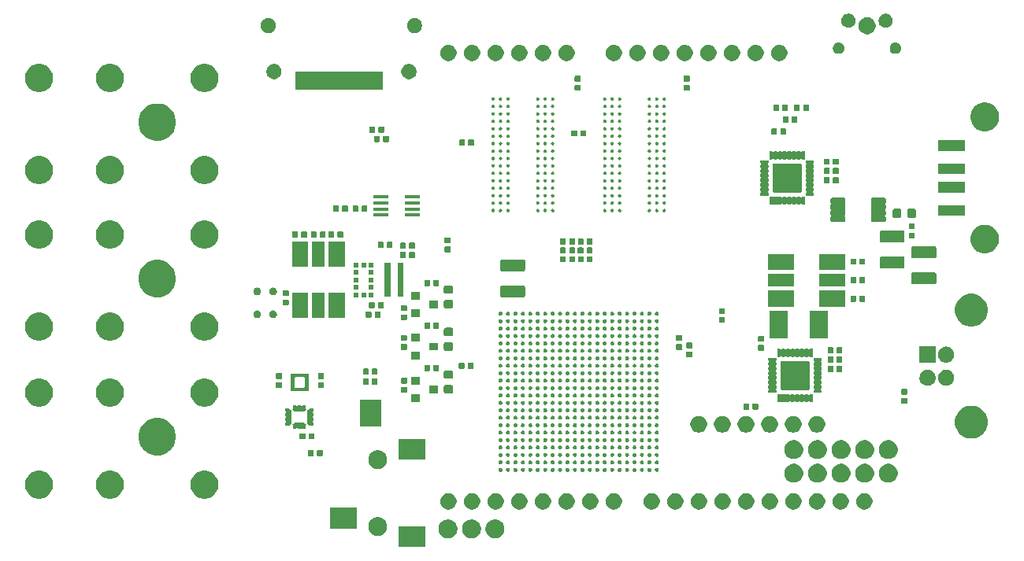
<source format=gbr>
G04 #@! TF.GenerationSoftware,KiCad,Pcbnew,5.1.5-52549c5~84~ubuntu18.04.1*
G04 #@! TF.CreationDate,2019-12-03T23:50:19-05:00*
G04 #@! TF.ProjectId,DFTBoard,44465442-6f61-4726-942e-6b696361645f,rev?*
G04 #@! TF.SameCoordinates,Original*
G04 #@! TF.FileFunction,Soldermask,Top*
G04 #@! TF.FilePolarity,Negative*
%FSLAX46Y46*%
G04 Gerber Fmt 4.6, Leading zero omitted, Abs format (unit mm)*
G04 Created by KiCad (PCBNEW 5.1.5-52549c5~84~ubuntu18.04.1) date 2019-12-03 23:50:19*
%MOMM*%
%LPD*%
G04 APERTURE LIST*
%ADD10C,0.001000*%
%ADD11C,0.125000*%
G04 APERTURE END LIST*
D10*
G36*
X193225000Y-123090000D02*
G01*
X194445000Y-123090000D01*
X194449150Y-123090072D01*
X194457120Y-123090630D01*
X194465050Y-123091603D01*
X194472920Y-123092990D01*
X194480700Y-123094787D01*
X194488380Y-123096989D01*
X194495930Y-123099589D01*
X194503340Y-123102581D01*
X194510580Y-123105957D01*
X194517630Y-123109707D01*
X194524480Y-123113821D01*
X194531100Y-123118288D01*
X194537480Y-123123095D01*
X194543600Y-123128229D01*
X194549440Y-123133677D01*
X194554990Y-123139423D01*
X194560230Y-123145451D01*
X194565150Y-123151746D01*
X194569730Y-123158289D01*
X194573960Y-123165063D01*
X194577830Y-123172049D01*
X194581330Y-123179228D01*
X194584460Y-123186581D01*
X194587190Y-123194087D01*
X194589520Y-123201726D01*
X194591460Y-123209476D01*
X194592980Y-123217317D01*
X194594090Y-123225227D01*
X194594790Y-123233185D01*
X194595070Y-123241168D01*
X194595000Y-123245000D01*
X194595000Y-123495000D01*
X194595520Y-123499950D01*
X194595930Y-123508340D01*
X194595860Y-123516730D01*
X194595320Y-123525110D01*
X194594300Y-123533440D01*
X194592820Y-123541700D01*
X194590880Y-123549860D01*
X194588480Y-123557910D01*
X194585620Y-123565800D01*
X194582330Y-123573520D01*
X194578610Y-123581040D01*
X194574470Y-123588340D01*
X194569920Y-123595400D01*
X194564980Y-123602190D01*
X194559670Y-123608680D01*
X194554000Y-123614870D01*
X194547990Y-123620730D01*
X194541660Y-123626240D01*
X194535030Y-123631390D01*
X194528110Y-123636150D01*
X194520950Y-123640510D01*
X194513540Y-123644470D01*
X194505930Y-123648000D01*
X194498120Y-123651090D01*
X194490160Y-123653740D01*
X194482060Y-123655930D01*
X194473850Y-123657670D01*
X194465550Y-123658940D01*
X194457200Y-123659740D01*
X194448810Y-123660070D01*
X194445000Y-123660000D01*
X193225000Y-123660000D01*
X193220850Y-123659930D01*
X193212880Y-123659370D01*
X193204950Y-123658400D01*
X193197080Y-123657010D01*
X193189300Y-123655210D01*
X193181620Y-123653010D01*
X193174070Y-123650410D01*
X193166660Y-123647420D01*
X193159420Y-123644040D01*
X193152370Y-123640290D01*
X193145520Y-123636180D01*
X193138900Y-123631710D01*
X193132520Y-123626910D01*
X193126400Y-123621770D01*
X193120560Y-123616320D01*
X193115010Y-123610580D01*
X193109770Y-123604550D01*
X193104850Y-123598250D01*
X193100270Y-123591710D01*
X193096040Y-123584940D01*
X193092170Y-123577950D01*
X193088670Y-123570770D01*
X193085540Y-123563420D01*
X193082810Y-123555910D01*
X193080480Y-123548270D01*
X193078540Y-123540520D01*
X193077020Y-123532680D01*
X193075910Y-123524770D01*
X193075210Y-123516820D01*
X193074930Y-123508830D01*
X193075000Y-123505000D01*
X193075000Y-123245000D01*
X193074930Y-123241169D01*
X193075210Y-123233187D01*
X193075910Y-123225229D01*
X193077020Y-123217319D01*
X193078540Y-123209478D01*
X193080480Y-123201728D01*
X193082810Y-123194089D01*
X193085540Y-123186583D01*
X193088660Y-123179230D01*
X193092170Y-123172051D01*
X193096040Y-123165064D01*
X193100270Y-123158290D01*
X193104850Y-123151747D01*
X193109770Y-123145453D01*
X193115010Y-123139424D01*
X193120560Y-123133678D01*
X193126400Y-123128230D01*
X193132520Y-123123096D01*
X193138900Y-123118289D01*
X193145520Y-123113822D01*
X193152370Y-123109708D01*
X193159420Y-123105958D01*
X193166660Y-123102582D01*
X193174070Y-123099590D01*
X193181620Y-123096989D01*
X193189300Y-123094787D01*
X193197080Y-123092990D01*
X193204950Y-123091603D01*
X193212880Y-123090630D01*
X193220840Y-123090073D01*
X193225000Y-123090000D01*
G37*
X193225000Y-123090000D02*
X194445000Y-123090000D01*
X194449150Y-123090072D01*
X194457120Y-123090630D01*
X194465050Y-123091603D01*
X194472920Y-123092990D01*
X194480700Y-123094787D01*
X194488380Y-123096989D01*
X194495930Y-123099589D01*
X194503340Y-123102581D01*
X194510580Y-123105957D01*
X194517630Y-123109707D01*
X194524480Y-123113821D01*
X194531100Y-123118288D01*
X194537480Y-123123095D01*
X194543600Y-123128229D01*
X194549440Y-123133677D01*
X194554990Y-123139423D01*
X194560230Y-123145451D01*
X194565150Y-123151746D01*
X194569730Y-123158289D01*
X194573960Y-123165063D01*
X194577830Y-123172049D01*
X194581330Y-123179228D01*
X194584460Y-123186581D01*
X194587190Y-123194087D01*
X194589520Y-123201726D01*
X194591460Y-123209476D01*
X194592980Y-123217317D01*
X194594090Y-123225227D01*
X194594790Y-123233185D01*
X194595070Y-123241168D01*
X194595000Y-123245000D01*
X194595000Y-123495000D01*
X194595520Y-123499950D01*
X194595930Y-123508340D01*
X194595860Y-123516730D01*
X194595320Y-123525110D01*
X194594300Y-123533440D01*
X194592820Y-123541700D01*
X194590880Y-123549860D01*
X194588480Y-123557910D01*
X194585620Y-123565800D01*
X194582330Y-123573520D01*
X194578610Y-123581040D01*
X194574470Y-123588340D01*
X194569920Y-123595400D01*
X194564980Y-123602190D01*
X194559670Y-123608680D01*
X194554000Y-123614870D01*
X194547990Y-123620730D01*
X194541660Y-123626240D01*
X194535030Y-123631390D01*
X194528110Y-123636150D01*
X194520950Y-123640510D01*
X194513540Y-123644470D01*
X194505930Y-123648000D01*
X194498120Y-123651090D01*
X194490160Y-123653740D01*
X194482060Y-123655930D01*
X194473850Y-123657670D01*
X194465550Y-123658940D01*
X194457200Y-123659740D01*
X194448810Y-123660070D01*
X194445000Y-123660000D01*
X193225000Y-123660000D01*
X193220850Y-123659930D01*
X193212880Y-123659370D01*
X193204950Y-123658400D01*
X193197080Y-123657010D01*
X193189300Y-123655210D01*
X193181620Y-123653010D01*
X193174070Y-123650410D01*
X193166660Y-123647420D01*
X193159420Y-123644040D01*
X193152370Y-123640290D01*
X193145520Y-123636180D01*
X193138900Y-123631710D01*
X193132520Y-123626910D01*
X193126400Y-123621770D01*
X193120560Y-123616320D01*
X193115010Y-123610580D01*
X193109770Y-123604550D01*
X193104850Y-123598250D01*
X193100270Y-123591710D01*
X193096040Y-123584940D01*
X193092170Y-123577950D01*
X193088670Y-123570770D01*
X193085540Y-123563420D01*
X193082810Y-123555910D01*
X193080480Y-123548270D01*
X193078540Y-123540520D01*
X193077020Y-123532680D01*
X193075910Y-123524770D01*
X193075210Y-123516820D01*
X193074930Y-123508830D01*
X193075000Y-123505000D01*
X193075000Y-123245000D01*
X193074930Y-123241169D01*
X193075210Y-123233187D01*
X193075910Y-123225229D01*
X193077020Y-123217319D01*
X193078540Y-123209478D01*
X193080480Y-123201728D01*
X193082810Y-123194089D01*
X193085540Y-123186583D01*
X193088660Y-123179230D01*
X193092170Y-123172051D01*
X193096040Y-123165064D01*
X193100270Y-123158290D01*
X193104850Y-123151747D01*
X193109770Y-123145453D01*
X193115010Y-123139424D01*
X193120560Y-123133678D01*
X193126400Y-123128230D01*
X193132520Y-123123096D01*
X193138900Y-123118289D01*
X193145520Y-123113822D01*
X193152370Y-123109708D01*
X193159420Y-123105958D01*
X193166660Y-123102582D01*
X193174070Y-123099590D01*
X193181620Y-123096989D01*
X193189300Y-123094787D01*
X193197080Y-123092990D01*
X193204950Y-123091603D01*
X193212880Y-123090630D01*
X193220840Y-123090073D01*
X193225000Y-123090000D01*
G36*
X193225000Y-122440000D02*
G01*
X194445000Y-122440000D01*
X194449150Y-122440072D01*
X194457120Y-122440630D01*
X194465050Y-122441603D01*
X194472920Y-122442990D01*
X194480700Y-122444787D01*
X194488380Y-122446989D01*
X194495930Y-122449589D01*
X194503340Y-122452581D01*
X194510580Y-122455957D01*
X194517630Y-122459707D01*
X194524480Y-122463821D01*
X194531100Y-122468288D01*
X194537480Y-122473095D01*
X194543600Y-122478229D01*
X194549440Y-122483677D01*
X194554990Y-122489423D01*
X194560230Y-122495451D01*
X194565150Y-122501746D01*
X194569730Y-122508289D01*
X194573960Y-122515063D01*
X194577830Y-122522049D01*
X194581330Y-122529228D01*
X194584460Y-122536581D01*
X194587190Y-122544087D01*
X194589520Y-122551726D01*
X194591460Y-122559476D01*
X194592980Y-122567317D01*
X194594090Y-122575227D01*
X194594790Y-122583185D01*
X194595070Y-122591168D01*
X194595000Y-122595000D01*
X194595000Y-122845000D01*
X194595520Y-122849954D01*
X194595930Y-122858338D01*
X194595860Y-122866731D01*
X194595320Y-122875106D01*
X194594300Y-122883438D01*
X194592820Y-122891700D01*
X194590880Y-122899865D01*
X194588480Y-122907907D01*
X194585620Y-122915800D01*
X194582330Y-122923521D01*
X194578610Y-122931043D01*
X194574470Y-122938343D01*
X194569920Y-122945399D01*
X194564980Y-122952186D01*
X194559670Y-122958684D01*
X194554000Y-122964872D01*
X194547990Y-122970731D01*
X194541660Y-122976241D01*
X194535030Y-122981386D01*
X194528110Y-122986148D01*
X194520950Y-122990512D01*
X194513540Y-122994466D01*
X194505930Y-122997995D01*
X194498120Y-123001090D01*
X194490160Y-123003739D01*
X194482060Y-123005935D01*
X194473850Y-123007670D01*
X194465550Y-123008940D01*
X194457200Y-123009740D01*
X194448810Y-123010067D01*
X194445000Y-123010000D01*
X193225000Y-123010000D01*
X193220850Y-123009928D01*
X193212880Y-123009370D01*
X193204950Y-123008397D01*
X193197080Y-123007010D01*
X193189300Y-123005213D01*
X193181620Y-123003011D01*
X193174070Y-123000411D01*
X193166660Y-122997419D01*
X193159420Y-122994043D01*
X193152370Y-122990293D01*
X193145520Y-122986179D01*
X193138900Y-122981712D01*
X193132520Y-122976905D01*
X193126400Y-122971771D01*
X193120560Y-122966323D01*
X193115010Y-122960577D01*
X193109770Y-122954549D01*
X193104850Y-122948254D01*
X193100270Y-122941711D01*
X193096040Y-122934937D01*
X193092170Y-122927951D01*
X193088670Y-122920772D01*
X193085540Y-122913419D01*
X193082810Y-122905913D01*
X193080480Y-122898274D01*
X193078540Y-122890524D01*
X193077020Y-122882683D01*
X193075910Y-122874773D01*
X193075210Y-122866815D01*
X193074930Y-122858832D01*
X193075000Y-122855000D01*
X193075000Y-122595000D01*
X193074930Y-122591169D01*
X193075210Y-122583187D01*
X193075910Y-122575229D01*
X193077020Y-122567319D01*
X193078540Y-122559478D01*
X193080480Y-122551728D01*
X193082810Y-122544089D01*
X193085540Y-122536583D01*
X193088660Y-122529230D01*
X193092170Y-122522051D01*
X193096040Y-122515064D01*
X193100270Y-122508290D01*
X193104850Y-122501747D01*
X193109770Y-122495453D01*
X193115010Y-122489424D01*
X193120560Y-122483678D01*
X193126400Y-122478230D01*
X193132520Y-122473096D01*
X193138900Y-122468289D01*
X193145520Y-122463822D01*
X193152370Y-122459708D01*
X193159420Y-122455958D01*
X193166660Y-122452582D01*
X193174070Y-122449590D01*
X193181620Y-122446989D01*
X193189300Y-122444787D01*
X193197080Y-122442990D01*
X193204950Y-122441603D01*
X193212880Y-122440630D01*
X193220840Y-122440073D01*
X193225000Y-122440000D01*
G37*
X193225000Y-122440000D02*
X194445000Y-122440000D01*
X194449150Y-122440072D01*
X194457120Y-122440630D01*
X194465050Y-122441603D01*
X194472920Y-122442990D01*
X194480700Y-122444787D01*
X194488380Y-122446989D01*
X194495930Y-122449589D01*
X194503340Y-122452581D01*
X194510580Y-122455957D01*
X194517630Y-122459707D01*
X194524480Y-122463821D01*
X194531100Y-122468288D01*
X194537480Y-122473095D01*
X194543600Y-122478229D01*
X194549440Y-122483677D01*
X194554990Y-122489423D01*
X194560230Y-122495451D01*
X194565150Y-122501746D01*
X194569730Y-122508289D01*
X194573960Y-122515063D01*
X194577830Y-122522049D01*
X194581330Y-122529228D01*
X194584460Y-122536581D01*
X194587190Y-122544087D01*
X194589520Y-122551726D01*
X194591460Y-122559476D01*
X194592980Y-122567317D01*
X194594090Y-122575227D01*
X194594790Y-122583185D01*
X194595070Y-122591168D01*
X194595000Y-122595000D01*
X194595000Y-122845000D01*
X194595520Y-122849954D01*
X194595930Y-122858338D01*
X194595860Y-122866731D01*
X194595320Y-122875106D01*
X194594300Y-122883438D01*
X194592820Y-122891700D01*
X194590880Y-122899865D01*
X194588480Y-122907907D01*
X194585620Y-122915800D01*
X194582330Y-122923521D01*
X194578610Y-122931043D01*
X194574470Y-122938343D01*
X194569920Y-122945399D01*
X194564980Y-122952186D01*
X194559670Y-122958684D01*
X194554000Y-122964872D01*
X194547990Y-122970731D01*
X194541660Y-122976241D01*
X194535030Y-122981386D01*
X194528110Y-122986148D01*
X194520950Y-122990512D01*
X194513540Y-122994466D01*
X194505930Y-122997995D01*
X194498120Y-123001090D01*
X194490160Y-123003739D01*
X194482060Y-123005935D01*
X194473850Y-123007670D01*
X194465550Y-123008940D01*
X194457200Y-123009740D01*
X194448810Y-123010067D01*
X194445000Y-123010000D01*
X193225000Y-123010000D01*
X193220850Y-123009928D01*
X193212880Y-123009370D01*
X193204950Y-123008397D01*
X193197080Y-123007010D01*
X193189300Y-123005213D01*
X193181620Y-123003011D01*
X193174070Y-123000411D01*
X193166660Y-122997419D01*
X193159420Y-122994043D01*
X193152370Y-122990293D01*
X193145520Y-122986179D01*
X193138900Y-122981712D01*
X193132520Y-122976905D01*
X193126400Y-122971771D01*
X193120560Y-122966323D01*
X193115010Y-122960577D01*
X193109770Y-122954549D01*
X193104850Y-122948254D01*
X193100270Y-122941711D01*
X193096040Y-122934937D01*
X193092170Y-122927951D01*
X193088670Y-122920772D01*
X193085540Y-122913419D01*
X193082810Y-122905913D01*
X193080480Y-122898274D01*
X193078540Y-122890524D01*
X193077020Y-122882683D01*
X193075910Y-122874773D01*
X193075210Y-122866815D01*
X193074930Y-122858832D01*
X193075000Y-122855000D01*
X193075000Y-122595000D01*
X193074930Y-122591169D01*
X193075210Y-122583187D01*
X193075910Y-122575229D01*
X193077020Y-122567319D01*
X193078540Y-122559478D01*
X193080480Y-122551728D01*
X193082810Y-122544089D01*
X193085540Y-122536583D01*
X193088660Y-122529230D01*
X193092170Y-122522051D01*
X193096040Y-122515064D01*
X193100270Y-122508290D01*
X193104850Y-122501747D01*
X193109770Y-122495453D01*
X193115010Y-122489424D01*
X193120560Y-122483678D01*
X193126400Y-122478230D01*
X193132520Y-122473096D01*
X193138900Y-122468289D01*
X193145520Y-122463822D01*
X193152370Y-122459708D01*
X193159420Y-122455958D01*
X193166660Y-122452582D01*
X193174070Y-122449590D01*
X193181620Y-122446989D01*
X193189300Y-122444787D01*
X193197080Y-122442990D01*
X193204950Y-122441603D01*
X193212880Y-122440630D01*
X193220840Y-122440073D01*
X193225000Y-122440000D01*
G36*
X193225000Y-121140000D02*
G01*
X194445000Y-121140000D01*
X194449150Y-121140070D01*
X194457120Y-121140630D01*
X194465050Y-121141600D01*
X194472920Y-121142990D01*
X194480700Y-121144790D01*
X194488380Y-121146990D01*
X194495930Y-121149590D01*
X194503340Y-121152580D01*
X194510580Y-121155960D01*
X194517630Y-121159710D01*
X194524480Y-121163820D01*
X194531100Y-121168290D01*
X194537480Y-121173090D01*
X194543600Y-121178230D01*
X194549440Y-121183680D01*
X194554990Y-121189420D01*
X194560230Y-121195450D01*
X194565150Y-121201750D01*
X194569730Y-121208290D01*
X194573960Y-121215060D01*
X194577830Y-121222050D01*
X194581330Y-121229230D01*
X194584460Y-121236580D01*
X194587190Y-121244090D01*
X194589520Y-121251730D01*
X194591460Y-121259480D01*
X194592980Y-121267320D01*
X194594090Y-121275230D01*
X194594790Y-121283180D01*
X194595070Y-121291170D01*
X194595000Y-121295000D01*
X194595000Y-121545000D01*
X194595520Y-121549954D01*
X194595930Y-121558338D01*
X194595860Y-121566731D01*
X194595320Y-121575106D01*
X194594300Y-121583438D01*
X194592820Y-121591700D01*
X194590880Y-121599865D01*
X194588480Y-121607907D01*
X194585620Y-121615800D01*
X194582330Y-121623521D01*
X194578610Y-121631043D01*
X194574470Y-121638343D01*
X194569920Y-121645399D01*
X194564980Y-121652186D01*
X194559670Y-121658684D01*
X194554000Y-121664872D01*
X194547990Y-121670731D01*
X194541660Y-121676241D01*
X194535030Y-121681386D01*
X194528110Y-121686148D01*
X194520950Y-121690512D01*
X194513540Y-121694466D01*
X194505930Y-121697995D01*
X194498120Y-121701090D01*
X194490160Y-121703739D01*
X194482060Y-121705935D01*
X194473850Y-121707670D01*
X194465550Y-121708940D01*
X194457200Y-121709740D01*
X194448810Y-121710067D01*
X194445000Y-121710000D01*
X193225000Y-121710000D01*
X193220850Y-121709928D01*
X193212880Y-121709370D01*
X193204950Y-121708397D01*
X193197080Y-121707010D01*
X193189300Y-121705213D01*
X193181620Y-121703011D01*
X193174070Y-121700411D01*
X193166660Y-121697419D01*
X193159420Y-121694043D01*
X193152370Y-121690293D01*
X193145520Y-121686179D01*
X193138900Y-121681712D01*
X193132520Y-121676905D01*
X193126400Y-121671771D01*
X193120560Y-121666323D01*
X193115010Y-121660577D01*
X193109770Y-121654549D01*
X193104850Y-121648254D01*
X193100270Y-121641711D01*
X193096040Y-121634937D01*
X193092170Y-121627951D01*
X193088670Y-121620772D01*
X193085540Y-121613419D01*
X193082810Y-121605913D01*
X193080480Y-121598274D01*
X193078540Y-121590524D01*
X193077020Y-121582683D01*
X193075910Y-121574773D01*
X193075210Y-121566815D01*
X193074930Y-121558832D01*
X193075000Y-121555000D01*
X193075000Y-121295000D01*
X193074930Y-121291170D01*
X193075210Y-121283190D01*
X193075910Y-121275230D01*
X193077020Y-121267320D01*
X193078540Y-121259480D01*
X193080480Y-121251730D01*
X193082810Y-121244090D01*
X193085540Y-121236580D01*
X193088660Y-121229230D01*
X193092170Y-121222050D01*
X193096040Y-121215060D01*
X193100270Y-121208290D01*
X193104850Y-121201750D01*
X193109770Y-121195450D01*
X193115010Y-121189420D01*
X193120560Y-121183680D01*
X193126400Y-121178230D01*
X193132520Y-121173100D01*
X193138900Y-121168290D01*
X193145520Y-121163820D01*
X193152370Y-121159710D01*
X193159420Y-121155960D01*
X193166660Y-121152580D01*
X193174070Y-121149590D01*
X193181620Y-121146990D01*
X193189300Y-121144790D01*
X193197080Y-121142990D01*
X193204950Y-121141600D01*
X193212880Y-121140630D01*
X193220840Y-121140070D01*
X193225000Y-121140000D01*
G37*
X193225000Y-121140000D02*
X194445000Y-121140000D01*
X194449150Y-121140070D01*
X194457120Y-121140630D01*
X194465050Y-121141600D01*
X194472920Y-121142990D01*
X194480700Y-121144790D01*
X194488380Y-121146990D01*
X194495930Y-121149590D01*
X194503340Y-121152580D01*
X194510580Y-121155960D01*
X194517630Y-121159710D01*
X194524480Y-121163820D01*
X194531100Y-121168290D01*
X194537480Y-121173090D01*
X194543600Y-121178230D01*
X194549440Y-121183680D01*
X194554990Y-121189420D01*
X194560230Y-121195450D01*
X194565150Y-121201750D01*
X194569730Y-121208290D01*
X194573960Y-121215060D01*
X194577830Y-121222050D01*
X194581330Y-121229230D01*
X194584460Y-121236580D01*
X194587190Y-121244090D01*
X194589520Y-121251730D01*
X194591460Y-121259480D01*
X194592980Y-121267320D01*
X194594090Y-121275230D01*
X194594790Y-121283180D01*
X194595070Y-121291170D01*
X194595000Y-121295000D01*
X194595000Y-121545000D01*
X194595520Y-121549954D01*
X194595930Y-121558338D01*
X194595860Y-121566731D01*
X194595320Y-121575106D01*
X194594300Y-121583438D01*
X194592820Y-121591700D01*
X194590880Y-121599865D01*
X194588480Y-121607907D01*
X194585620Y-121615800D01*
X194582330Y-121623521D01*
X194578610Y-121631043D01*
X194574470Y-121638343D01*
X194569920Y-121645399D01*
X194564980Y-121652186D01*
X194559670Y-121658684D01*
X194554000Y-121664872D01*
X194547990Y-121670731D01*
X194541660Y-121676241D01*
X194535030Y-121681386D01*
X194528110Y-121686148D01*
X194520950Y-121690512D01*
X194513540Y-121694466D01*
X194505930Y-121697995D01*
X194498120Y-121701090D01*
X194490160Y-121703739D01*
X194482060Y-121705935D01*
X194473850Y-121707670D01*
X194465550Y-121708940D01*
X194457200Y-121709740D01*
X194448810Y-121710067D01*
X194445000Y-121710000D01*
X193225000Y-121710000D01*
X193220850Y-121709928D01*
X193212880Y-121709370D01*
X193204950Y-121708397D01*
X193197080Y-121707010D01*
X193189300Y-121705213D01*
X193181620Y-121703011D01*
X193174070Y-121700411D01*
X193166660Y-121697419D01*
X193159420Y-121694043D01*
X193152370Y-121690293D01*
X193145520Y-121686179D01*
X193138900Y-121681712D01*
X193132520Y-121676905D01*
X193126400Y-121671771D01*
X193120560Y-121666323D01*
X193115010Y-121660577D01*
X193109770Y-121654549D01*
X193104850Y-121648254D01*
X193100270Y-121641711D01*
X193096040Y-121634937D01*
X193092170Y-121627951D01*
X193088670Y-121620772D01*
X193085540Y-121613419D01*
X193082810Y-121605913D01*
X193080480Y-121598274D01*
X193078540Y-121590524D01*
X193077020Y-121582683D01*
X193075910Y-121574773D01*
X193075210Y-121566815D01*
X193074930Y-121558832D01*
X193075000Y-121555000D01*
X193075000Y-121295000D01*
X193074930Y-121291170D01*
X193075210Y-121283190D01*
X193075910Y-121275230D01*
X193077020Y-121267320D01*
X193078540Y-121259480D01*
X193080480Y-121251730D01*
X193082810Y-121244090D01*
X193085540Y-121236580D01*
X193088660Y-121229230D01*
X193092170Y-121222050D01*
X193096040Y-121215060D01*
X193100270Y-121208290D01*
X193104850Y-121201750D01*
X193109770Y-121195450D01*
X193115010Y-121189420D01*
X193120560Y-121183680D01*
X193126400Y-121178230D01*
X193132520Y-121173100D01*
X193138900Y-121168290D01*
X193145520Y-121163820D01*
X193152370Y-121159710D01*
X193159420Y-121155960D01*
X193166660Y-121152580D01*
X193174070Y-121149590D01*
X193181620Y-121146990D01*
X193189300Y-121144790D01*
X193197080Y-121142990D01*
X193204950Y-121141600D01*
X193212880Y-121140630D01*
X193220840Y-121140070D01*
X193225000Y-121140000D01*
G36*
X193225000Y-121790000D02*
G01*
X194445000Y-121790000D01*
X194449150Y-121790072D01*
X194457120Y-121790630D01*
X194465050Y-121791603D01*
X194472920Y-121792990D01*
X194480700Y-121794787D01*
X194488380Y-121796989D01*
X194495930Y-121799589D01*
X194503340Y-121802581D01*
X194510580Y-121805957D01*
X194517630Y-121809707D01*
X194524480Y-121813821D01*
X194531100Y-121818288D01*
X194537480Y-121823095D01*
X194543600Y-121828229D01*
X194549440Y-121833677D01*
X194554990Y-121839423D01*
X194560230Y-121845451D01*
X194565150Y-121851746D01*
X194569730Y-121858289D01*
X194573960Y-121865063D01*
X194577830Y-121872049D01*
X194581330Y-121879228D01*
X194584460Y-121886581D01*
X194587190Y-121894087D01*
X194589520Y-121901726D01*
X194591460Y-121909476D01*
X194592980Y-121917317D01*
X194594090Y-121925227D01*
X194594790Y-121933185D01*
X194595070Y-121941168D01*
X194595000Y-121945000D01*
X194595000Y-122195000D01*
X194595520Y-122199954D01*
X194595930Y-122208338D01*
X194595860Y-122216731D01*
X194595320Y-122225106D01*
X194594300Y-122233438D01*
X194592820Y-122241700D01*
X194590880Y-122249865D01*
X194588480Y-122257907D01*
X194585620Y-122265800D01*
X194582330Y-122273521D01*
X194578610Y-122281043D01*
X194574470Y-122288343D01*
X194569920Y-122295399D01*
X194564980Y-122302186D01*
X194559670Y-122308684D01*
X194554000Y-122314872D01*
X194547990Y-122320731D01*
X194541660Y-122326241D01*
X194535030Y-122331385D01*
X194528110Y-122336148D01*
X194520950Y-122340512D01*
X194513540Y-122344466D01*
X194505930Y-122347995D01*
X194498120Y-122351090D01*
X194490160Y-122353739D01*
X194482060Y-122355935D01*
X194473850Y-122357670D01*
X194465550Y-122358940D01*
X194457200Y-122359740D01*
X194448810Y-122360067D01*
X194445000Y-122360000D01*
X193225000Y-122360000D01*
X193220850Y-122359928D01*
X193212880Y-122359370D01*
X193204950Y-122358397D01*
X193197080Y-122357010D01*
X193189300Y-122355213D01*
X193181620Y-122353011D01*
X193174070Y-122350411D01*
X193166660Y-122347419D01*
X193159420Y-122344043D01*
X193152370Y-122340293D01*
X193145520Y-122336179D01*
X193138900Y-122331712D01*
X193132520Y-122326905D01*
X193126400Y-122321771D01*
X193120560Y-122316323D01*
X193115010Y-122310577D01*
X193109770Y-122304549D01*
X193104850Y-122298254D01*
X193100270Y-122291711D01*
X193096040Y-122284937D01*
X193092170Y-122277951D01*
X193088670Y-122270772D01*
X193085540Y-122263419D01*
X193082810Y-122255913D01*
X193080480Y-122248274D01*
X193078540Y-122240524D01*
X193077020Y-122232683D01*
X193075910Y-122224773D01*
X193075210Y-122216815D01*
X193074930Y-122208832D01*
X193075000Y-122205000D01*
X193075000Y-121945000D01*
X193074930Y-121941169D01*
X193075210Y-121933187D01*
X193075910Y-121925229D01*
X193077020Y-121917319D01*
X193078540Y-121909478D01*
X193080480Y-121901728D01*
X193082810Y-121894089D01*
X193085540Y-121886583D01*
X193088660Y-121879230D01*
X193092170Y-121872051D01*
X193096040Y-121865064D01*
X193100270Y-121858290D01*
X193104850Y-121851747D01*
X193109770Y-121845453D01*
X193115010Y-121839424D01*
X193120560Y-121833678D01*
X193126400Y-121828230D01*
X193132520Y-121823096D01*
X193138900Y-121818289D01*
X193145520Y-121813822D01*
X193152370Y-121809708D01*
X193159420Y-121805958D01*
X193166660Y-121802582D01*
X193174070Y-121799590D01*
X193181620Y-121796989D01*
X193189300Y-121794787D01*
X193197080Y-121792990D01*
X193204950Y-121791603D01*
X193212880Y-121790630D01*
X193220840Y-121790073D01*
X193225000Y-121790000D01*
G37*
X193225000Y-121790000D02*
X194445000Y-121790000D01*
X194449150Y-121790072D01*
X194457120Y-121790630D01*
X194465050Y-121791603D01*
X194472920Y-121792990D01*
X194480700Y-121794787D01*
X194488380Y-121796989D01*
X194495930Y-121799589D01*
X194503340Y-121802581D01*
X194510580Y-121805957D01*
X194517630Y-121809707D01*
X194524480Y-121813821D01*
X194531100Y-121818288D01*
X194537480Y-121823095D01*
X194543600Y-121828229D01*
X194549440Y-121833677D01*
X194554990Y-121839423D01*
X194560230Y-121845451D01*
X194565150Y-121851746D01*
X194569730Y-121858289D01*
X194573960Y-121865063D01*
X194577830Y-121872049D01*
X194581330Y-121879228D01*
X194584460Y-121886581D01*
X194587190Y-121894087D01*
X194589520Y-121901726D01*
X194591460Y-121909476D01*
X194592980Y-121917317D01*
X194594090Y-121925227D01*
X194594790Y-121933185D01*
X194595070Y-121941168D01*
X194595000Y-121945000D01*
X194595000Y-122195000D01*
X194595520Y-122199954D01*
X194595930Y-122208338D01*
X194595860Y-122216731D01*
X194595320Y-122225106D01*
X194594300Y-122233438D01*
X194592820Y-122241700D01*
X194590880Y-122249865D01*
X194588480Y-122257907D01*
X194585620Y-122265800D01*
X194582330Y-122273521D01*
X194578610Y-122281043D01*
X194574470Y-122288343D01*
X194569920Y-122295399D01*
X194564980Y-122302186D01*
X194559670Y-122308684D01*
X194554000Y-122314872D01*
X194547990Y-122320731D01*
X194541660Y-122326241D01*
X194535030Y-122331385D01*
X194528110Y-122336148D01*
X194520950Y-122340512D01*
X194513540Y-122344466D01*
X194505930Y-122347995D01*
X194498120Y-122351090D01*
X194490160Y-122353739D01*
X194482060Y-122355935D01*
X194473850Y-122357670D01*
X194465550Y-122358940D01*
X194457200Y-122359740D01*
X194448810Y-122360067D01*
X194445000Y-122360000D01*
X193225000Y-122360000D01*
X193220850Y-122359928D01*
X193212880Y-122359370D01*
X193204950Y-122358397D01*
X193197080Y-122357010D01*
X193189300Y-122355213D01*
X193181620Y-122353011D01*
X193174070Y-122350411D01*
X193166660Y-122347419D01*
X193159420Y-122344043D01*
X193152370Y-122340293D01*
X193145520Y-122336179D01*
X193138900Y-122331712D01*
X193132520Y-122326905D01*
X193126400Y-122321771D01*
X193120560Y-122316323D01*
X193115010Y-122310577D01*
X193109770Y-122304549D01*
X193104850Y-122298254D01*
X193100270Y-122291711D01*
X193096040Y-122284937D01*
X193092170Y-122277951D01*
X193088670Y-122270772D01*
X193085540Y-122263419D01*
X193082810Y-122255913D01*
X193080480Y-122248274D01*
X193078540Y-122240524D01*
X193077020Y-122232683D01*
X193075910Y-122224773D01*
X193075210Y-122216815D01*
X193074930Y-122208832D01*
X193075000Y-122205000D01*
X193075000Y-121945000D01*
X193074930Y-121941169D01*
X193075210Y-121933187D01*
X193075910Y-121925229D01*
X193077020Y-121917319D01*
X193078540Y-121909478D01*
X193080480Y-121901728D01*
X193082810Y-121894089D01*
X193085540Y-121886583D01*
X193088660Y-121879230D01*
X193092170Y-121872051D01*
X193096040Y-121865064D01*
X193100270Y-121858290D01*
X193104850Y-121851747D01*
X193109770Y-121845453D01*
X193115010Y-121839424D01*
X193120560Y-121833678D01*
X193126400Y-121828230D01*
X193132520Y-121823096D01*
X193138900Y-121818289D01*
X193145520Y-121813822D01*
X193152370Y-121809708D01*
X193159420Y-121805958D01*
X193166660Y-121802582D01*
X193174070Y-121799590D01*
X193181620Y-121796989D01*
X193189300Y-121794787D01*
X193197080Y-121792990D01*
X193204950Y-121791603D01*
X193212880Y-121790630D01*
X193220840Y-121790073D01*
X193225000Y-121790000D01*
G36*
X198775000Y-121710000D02*
G01*
X197555000Y-121710000D01*
X197550850Y-121709928D01*
X197542880Y-121709370D01*
X197534950Y-121708397D01*
X197527080Y-121707010D01*
X197519300Y-121705213D01*
X197511620Y-121703011D01*
X197504070Y-121700411D01*
X197496660Y-121697419D01*
X197489420Y-121694043D01*
X197482370Y-121690293D01*
X197475520Y-121686179D01*
X197468900Y-121681712D01*
X197462520Y-121676905D01*
X197456400Y-121671771D01*
X197450560Y-121666323D01*
X197445010Y-121660577D01*
X197439770Y-121654549D01*
X197434850Y-121648254D01*
X197430270Y-121641711D01*
X197426040Y-121634937D01*
X197422170Y-121627951D01*
X197418670Y-121620772D01*
X197415540Y-121613419D01*
X197412810Y-121605913D01*
X197410480Y-121598274D01*
X197408540Y-121590524D01*
X197407020Y-121582683D01*
X197405910Y-121574773D01*
X197405210Y-121566815D01*
X197404930Y-121558832D01*
X197405000Y-121555000D01*
X197405000Y-121305000D01*
X197404480Y-121300050D01*
X197404070Y-121291660D01*
X197404140Y-121283270D01*
X197404680Y-121274890D01*
X197405700Y-121266560D01*
X197407180Y-121258300D01*
X197409120Y-121250140D01*
X197411520Y-121242090D01*
X197414380Y-121234200D01*
X197417670Y-121226480D01*
X197421390Y-121218960D01*
X197425530Y-121211660D01*
X197430080Y-121204600D01*
X197435020Y-121197810D01*
X197440330Y-121191320D01*
X197446000Y-121185130D01*
X197452010Y-121179270D01*
X197458340Y-121173760D01*
X197464970Y-121168610D01*
X197471890Y-121163850D01*
X197479050Y-121159490D01*
X197486460Y-121155530D01*
X197494070Y-121152000D01*
X197501880Y-121148910D01*
X197509840Y-121146260D01*
X197517940Y-121144070D01*
X197526150Y-121142330D01*
X197534450Y-121141060D01*
X197542800Y-121140260D01*
X197551190Y-121139930D01*
X197555000Y-121140000D01*
X198775000Y-121140000D01*
X198779150Y-121140070D01*
X198787120Y-121140630D01*
X198795050Y-121141600D01*
X198802920Y-121142990D01*
X198810700Y-121144790D01*
X198818380Y-121146990D01*
X198825930Y-121149590D01*
X198833340Y-121152580D01*
X198840580Y-121155960D01*
X198847630Y-121159710D01*
X198854480Y-121163820D01*
X198861100Y-121168290D01*
X198867480Y-121173090D01*
X198873600Y-121178230D01*
X198879440Y-121183680D01*
X198884990Y-121189420D01*
X198890230Y-121195450D01*
X198895150Y-121201750D01*
X198899730Y-121208290D01*
X198903960Y-121215060D01*
X198907830Y-121222050D01*
X198911330Y-121229230D01*
X198914460Y-121236580D01*
X198917190Y-121244090D01*
X198919520Y-121251730D01*
X198921460Y-121259480D01*
X198922980Y-121267320D01*
X198924090Y-121275230D01*
X198924790Y-121283180D01*
X198925070Y-121291170D01*
X198925000Y-121295000D01*
X198925000Y-121555000D01*
X198925070Y-121558831D01*
X198924790Y-121566813D01*
X198924090Y-121574771D01*
X198922980Y-121582681D01*
X198921460Y-121590522D01*
X198919520Y-121598272D01*
X198917190Y-121605911D01*
X198914460Y-121613417D01*
X198911340Y-121620770D01*
X198907830Y-121627949D01*
X198903960Y-121634936D01*
X198899730Y-121641710D01*
X198895150Y-121648253D01*
X198890230Y-121654547D01*
X198884990Y-121660576D01*
X198879440Y-121666322D01*
X198873600Y-121671770D01*
X198867480Y-121676904D01*
X198861100Y-121681711D01*
X198854480Y-121686178D01*
X198847630Y-121690292D01*
X198840580Y-121694042D01*
X198833340Y-121697418D01*
X198825930Y-121700410D01*
X198818380Y-121703011D01*
X198810700Y-121705213D01*
X198802920Y-121707010D01*
X198795050Y-121708397D01*
X198787120Y-121709370D01*
X198779160Y-121709927D01*
X198775000Y-121710000D01*
G37*
X198775000Y-121710000D02*
X197555000Y-121710000D01*
X197550850Y-121709928D01*
X197542880Y-121709370D01*
X197534950Y-121708397D01*
X197527080Y-121707010D01*
X197519300Y-121705213D01*
X197511620Y-121703011D01*
X197504070Y-121700411D01*
X197496660Y-121697419D01*
X197489420Y-121694043D01*
X197482370Y-121690293D01*
X197475520Y-121686179D01*
X197468900Y-121681712D01*
X197462520Y-121676905D01*
X197456400Y-121671771D01*
X197450560Y-121666323D01*
X197445010Y-121660577D01*
X197439770Y-121654549D01*
X197434850Y-121648254D01*
X197430270Y-121641711D01*
X197426040Y-121634937D01*
X197422170Y-121627951D01*
X197418670Y-121620772D01*
X197415540Y-121613419D01*
X197412810Y-121605913D01*
X197410480Y-121598274D01*
X197408540Y-121590524D01*
X197407020Y-121582683D01*
X197405910Y-121574773D01*
X197405210Y-121566815D01*
X197404930Y-121558832D01*
X197405000Y-121555000D01*
X197405000Y-121305000D01*
X197404480Y-121300050D01*
X197404070Y-121291660D01*
X197404140Y-121283270D01*
X197404680Y-121274890D01*
X197405700Y-121266560D01*
X197407180Y-121258300D01*
X197409120Y-121250140D01*
X197411520Y-121242090D01*
X197414380Y-121234200D01*
X197417670Y-121226480D01*
X197421390Y-121218960D01*
X197425530Y-121211660D01*
X197430080Y-121204600D01*
X197435020Y-121197810D01*
X197440330Y-121191320D01*
X197446000Y-121185130D01*
X197452010Y-121179270D01*
X197458340Y-121173760D01*
X197464970Y-121168610D01*
X197471890Y-121163850D01*
X197479050Y-121159490D01*
X197486460Y-121155530D01*
X197494070Y-121152000D01*
X197501880Y-121148910D01*
X197509840Y-121146260D01*
X197517940Y-121144070D01*
X197526150Y-121142330D01*
X197534450Y-121141060D01*
X197542800Y-121140260D01*
X197551190Y-121139930D01*
X197555000Y-121140000D01*
X198775000Y-121140000D01*
X198779150Y-121140070D01*
X198787120Y-121140630D01*
X198795050Y-121141600D01*
X198802920Y-121142990D01*
X198810700Y-121144790D01*
X198818380Y-121146990D01*
X198825930Y-121149590D01*
X198833340Y-121152580D01*
X198840580Y-121155960D01*
X198847630Y-121159710D01*
X198854480Y-121163820D01*
X198861100Y-121168290D01*
X198867480Y-121173090D01*
X198873600Y-121178230D01*
X198879440Y-121183680D01*
X198884990Y-121189420D01*
X198890230Y-121195450D01*
X198895150Y-121201750D01*
X198899730Y-121208290D01*
X198903960Y-121215060D01*
X198907830Y-121222050D01*
X198911330Y-121229230D01*
X198914460Y-121236580D01*
X198917190Y-121244090D01*
X198919520Y-121251730D01*
X198921460Y-121259480D01*
X198922980Y-121267320D01*
X198924090Y-121275230D01*
X198924790Y-121283180D01*
X198925070Y-121291170D01*
X198925000Y-121295000D01*
X198925000Y-121555000D01*
X198925070Y-121558831D01*
X198924790Y-121566813D01*
X198924090Y-121574771D01*
X198922980Y-121582681D01*
X198921460Y-121590522D01*
X198919520Y-121598272D01*
X198917190Y-121605911D01*
X198914460Y-121613417D01*
X198911340Y-121620770D01*
X198907830Y-121627949D01*
X198903960Y-121634936D01*
X198899730Y-121641710D01*
X198895150Y-121648253D01*
X198890230Y-121654547D01*
X198884990Y-121660576D01*
X198879440Y-121666322D01*
X198873600Y-121671770D01*
X198867480Y-121676904D01*
X198861100Y-121681711D01*
X198854480Y-121686178D01*
X198847630Y-121690292D01*
X198840580Y-121694042D01*
X198833340Y-121697418D01*
X198825930Y-121700410D01*
X198818380Y-121703011D01*
X198810700Y-121705213D01*
X198802920Y-121707010D01*
X198795050Y-121708397D01*
X198787120Y-121709370D01*
X198779160Y-121709927D01*
X198775000Y-121710000D01*
G36*
X198775000Y-122360000D02*
G01*
X197555000Y-122360000D01*
X197550850Y-122359928D01*
X197542880Y-122359370D01*
X197534950Y-122358397D01*
X197527080Y-122357010D01*
X197519300Y-122355213D01*
X197511620Y-122353011D01*
X197504070Y-122350411D01*
X197496660Y-122347419D01*
X197489420Y-122344043D01*
X197482370Y-122340293D01*
X197475520Y-122336179D01*
X197468900Y-122331712D01*
X197462520Y-122326905D01*
X197456400Y-122321771D01*
X197450560Y-122316323D01*
X197445010Y-122310577D01*
X197439770Y-122304549D01*
X197434850Y-122298254D01*
X197430270Y-122291711D01*
X197426040Y-122284937D01*
X197422170Y-122277951D01*
X197418670Y-122270772D01*
X197415540Y-122263419D01*
X197412810Y-122255913D01*
X197410480Y-122248274D01*
X197408540Y-122240524D01*
X197407020Y-122232683D01*
X197405910Y-122224773D01*
X197405210Y-122216815D01*
X197404930Y-122208832D01*
X197405000Y-122205000D01*
X197405000Y-121955000D01*
X197404480Y-121950046D01*
X197404070Y-121941662D01*
X197404140Y-121933269D01*
X197404680Y-121924894D01*
X197405700Y-121916562D01*
X197407180Y-121908300D01*
X197409120Y-121900135D01*
X197411520Y-121892093D01*
X197414380Y-121884200D01*
X197417670Y-121876479D01*
X197421390Y-121868957D01*
X197425530Y-121861657D01*
X197430080Y-121854601D01*
X197435020Y-121847814D01*
X197440330Y-121841316D01*
X197446000Y-121835128D01*
X197452010Y-121829269D01*
X197458340Y-121823759D01*
X197464970Y-121818614D01*
X197471890Y-121813852D01*
X197479050Y-121809488D01*
X197486460Y-121805534D01*
X197494070Y-121802005D01*
X197501880Y-121798910D01*
X197509840Y-121796261D01*
X197517940Y-121794065D01*
X197526150Y-121792330D01*
X197534450Y-121791060D01*
X197542800Y-121790260D01*
X197551190Y-121789933D01*
X197555000Y-121790000D01*
X198775000Y-121790000D01*
X198779150Y-121790072D01*
X198787120Y-121790630D01*
X198795050Y-121791603D01*
X198802920Y-121792990D01*
X198810700Y-121794787D01*
X198818380Y-121796989D01*
X198825930Y-121799589D01*
X198833340Y-121802581D01*
X198840580Y-121805957D01*
X198847630Y-121809707D01*
X198854480Y-121813821D01*
X198861100Y-121818288D01*
X198867480Y-121823095D01*
X198873600Y-121828229D01*
X198879440Y-121833677D01*
X198884990Y-121839423D01*
X198890230Y-121845451D01*
X198895150Y-121851746D01*
X198899730Y-121858289D01*
X198903960Y-121865063D01*
X198907830Y-121872049D01*
X198911330Y-121879228D01*
X198914460Y-121886581D01*
X198917190Y-121894087D01*
X198919520Y-121901726D01*
X198921460Y-121909476D01*
X198922980Y-121917317D01*
X198924090Y-121925227D01*
X198924790Y-121933185D01*
X198925070Y-121941168D01*
X198925000Y-121945000D01*
X198925000Y-122205000D01*
X198925070Y-122208831D01*
X198924790Y-122216813D01*
X198924090Y-122224771D01*
X198922980Y-122232681D01*
X198921460Y-122240522D01*
X198919520Y-122248272D01*
X198917190Y-122255911D01*
X198914460Y-122263417D01*
X198911340Y-122270770D01*
X198907830Y-122277949D01*
X198903960Y-122284936D01*
X198899730Y-122291710D01*
X198895150Y-122298253D01*
X198890230Y-122304547D01*
X198884990Y-122310576D01*
X198879440Y-122316322D01*
X198873600Y-122321770D01*
X198867480Y-122326904D01*
X198861100Y-122331711D01*
X198854480Y-122336178D01*
X198847630Y-122340292D01*
X198840580Y-122344042D01*
X198833340Y-122347418D01*
X198825930Y-122350410D01*
X198818380Y-122353011D01*
X198810700Y-122355213D01*
X198802920Y-122357010D01*
X198795050Y-122358397D01*
X198787120Y-122359370D01*
X198779160Y-122359927D01*
X198775000Y-122360000D01*
G37*
X198775000Y-122360000D02*
X197555000Y-122360000D01*
X197550850Y-122359928D01*
X197542880Y-122359370D01*
X197534950Y-122358397D01*
X197527080Y-122357010D01*
X197519300Y-122355213D01*
X197511620Y-122353011D01*
X197504070Y-122350411D01*
X197496660Y-122347419D01*
X197489420Y-122344043D01*
X197482370Y-122340293D01*
X197475520Y-122336179D01*
X197468900Y-122331712D01*
X197462520Y-122326905D01*
X197456400Y-122321771D01*
X197450560Y-122316323D01*
X197445010Y-122310577D01*
X197439770Y-122304549D01*
X197434850Y-122298254D01*
X197430270Y-122291711D01*
X197426040Y-122284937D01*
X197422170Y-122277951D01*
X197418670Y-122270772D01*
X197415540Y-122263419D01*
X197412810Y-122255913D01*
X197410480Y-122248274D01*
X197408540Y-122240524D01*
X197407020Y-122232683D01*
X197405910Y-122224773D01*
X197405210Y-122216815D01*
X197404930Y-122208832D01*
X197405000Y-122205000D01*
X197405000Y-121955000D01*
X197404480Y-121950046D01*
X197404070Y-121941662D01*
X197404140Y-121933269D01*
X197404680Y-121924894D01*
X197405700Y-121916562D01*
X197407180Y-121908300D01*
X197409120Y-121900135D01*
X197411520Y-121892093D01*
X197414380Y-121884200D01*
X197417670Y-121876479D01*
X197421390Y-121868957D01*
X197425530Y-121861657D01*
X197430080Y-121854601D01*
X197435020Y-121847814D01*
X197440330Y-121841316D01*
X197446000Y-121835128D01*
X197452010Y-121829269D01*
X197458340Y-121823759D01*
X197464970Y-121818614D01*
X197471890Y-121813852D01*
X197479050Y-121809488D01*
X197486460Y-121805534D01*
X197494070Y-121802005D01*
X197501880Y-121798910D01*
X197509840Y-121796261D01*
X197517940Y-121794065D01*
X197526150Y-121792330D01*
X197534450Y-121791060D01*
X197542800Y-121790260D01*
X197551190Y-121789933D01*
X197555000Y-121790000D01*
X198775000Y-121790000D01*
X198779150Y-121790072D01*
X198787120Y-121790630D01*
X198795050Y-121791603D01*
X198802920Y-121792990D01*
X198810700Y-121794787D01*
X198818380Y-121796989D01*
X198825930Y-121799589D01*
X198833340Y-121802581D01*
X198840580Y-121805957D01*
X198847630Y-121809707D01*
X198854480Y-121813821D01*
X198861100Y-121818288D01*
X198867480Y-121823095D01*
X198873600Y-121828229D01*
X198879440Y-121833677D01*
X198884990Y-121839423D01*
X198890230Y-121845451D01*
X198895150Y-121851746D01*
X198899730Y-121858289D01*
X198903960Y-121865063D01*
X198907830Y-121872049D01*
X198911330Y-121879228D01*
X198914460Y-121886581D01*
X198917190Y-121894087D01*
X198919520Y-121901726D01*
X198921460Y-121909476D01*
X198922980Y-121917317D01*
X198924090Y-121925227D01*
X198924790Y-121933185D01*
X198925070Y-121941168D01*
X198925000Y-121945000D01*
X198925000Y-122205000D01*
X198925070Y-122208831D01*
X198924790Y-122216813D01*
X198924090Y-122224771D01*
X198922980Y-122232681D01*
X198921460Y-122240522D01*
X198919520Y-122248272D01*
X198917190Y-122255911D01*
X198914460Y-122263417D01*
X198911340Y-122270770D01*
X198907830Y-122277949D01*
X198903960Y-122284936D01*
X198899730Y-122291710D01*
X198895150Y-122298253D01*
X198890230Y-122304547D01*
X198884990Y-122310576D01*
X198879440Y-122316322D01*
X198873600Y-122321770D01*
X198867480Y-122326904D01*
X198861100Y-122331711D01*
X198854480Y-122336178D01*
X198847630Y-122340292D01*
X198840580Y-122344042D01*
X198833340Y-122347418D01*
X198825930Y-122350410D01*
X198818380Y-122353011D01*
X198810700Y-122355213D01*
X198802920Y-122357010D01*
X198795050Y-122358397D01*
X198787120Y-122359370D01*
X198779160Y-122359927D01*
X198775000Y-122360000D01*
G36*
X198775000Y-123660000D02*
G01*
X197555000Y-123660000D01*
X197550850Y-123659930D01*
X197542880Y-123659370D01*
X197534950Y-123658400D01*
X197527080Y-123657010D01*
X197519300Y-123655210D01*
X197511620Y-123653010D01*
X197504070Y-123650410D01*
X197496660Y-123647420D01*
X197489420Y-123644040D01*
X197482370Y-123640290D01*
X197475520Y-123636180D01*
X197468900Y-123631710D01*
X197462520Y-123626910D01*
X197456400Y-123621770D01*
X197450560Y-123616320D01*
X197445010Y-123610580D01*
X197439770Y-123604550D01*
X197434850Y-123598250D01*
X197430270Y-123591710D01*
X197426040Y-123584940D01*
X197422170Y-123577950D01*
X197418670Y-123570770D01*
X197415540Y-123563420D01*
X197412810Y-123555910D01*
X197410480Y-123548270D01*
X197408540Y-123540520D01*
X197407020Y-123532680D01*
X197405910Y-123524770D01*
X197405210Y-123516820D01*
X197404930Y-123508830D01*
X197405000Y-123505000D01*
X197405000Y-123255000D01*
X197404480Y-123250046D01*
X197404070Y-123241662D01*
X197404140Y-123233269D01*
X197404680Y-123224894D01*
X197405700Y-123216562D01*
X197407180Y-123208300D01*
X197409120Y-123200135D01*
X197411520Y-123192093D01*
X197414380Y-123184200D01*
X197417670Y-123176479D01*
X197421390Y-123168957D01*
X197425530Y-123161657D01*
X197430080Y-123154601D01*
X197435020Y-123147814D01*
X197440330Y-123141316D01*
X197446000Y-123135128D01*
X197452010Y-123129269D01*
X197458340Y-123123759D01*
X197464970Y-123118614D01*
X197471890Y-123113852D01*
X197479050Y-123109488D01*
X197486460Y-123105534D01*
X197494070Y-123102005D01*
X197501880Y-123098910D01*
X197509840Y-123096261D01*
X197517940Y-123094065D01*
X197526150Y-123092330D01*
X197534450Y-123091060D01*
X197542800Y-123090260D01*
X197551190Y-123089933D01*
X197555000Y-123090000D01*
X198775000Y-123090000D01*
X198779150Y-123090072D01*
X198787120Y-123090630D01*
X198795050Y-123091603D01*
X198802920Y-123092990D01*
X198810700Y-123094787D01*
X198818380Y-123096989D01*
X198825930Y-123099589D01*
X198833340Y-123102581D01*
X198840580Y-123105957D01*
X198847630Y-123109707D01*
X198854480Y-123113821D01*
X198861100Y-123118288D01*
X198867480Y-123123095D01*
X198873600Y-123128229D01*
X198879440Y-123133677D01*
X198884990Y-123139423D01*
X198890230Y-123145451D01*
X198895150Y-123151746D01*
X198899730Y-123158289D01*
X198903960Y-123165063D01*
X198907830Y-123172049D01*
X198911330Y-123179228D01*
X198914460Y-123186581D01*
X198917190Y-123194087D01*
X198919520Y-123201726D01*
X198921460Y-123209476D01*
X198922980Y-123217317D01*
X198924090Y-123225227D01*
X198924790Y-123233185D01*
X198925070Y-123241168D01*
X198925000Y-123245000D01*
X198925000Y-123505000D01*
X198925070Y-123508830D01*
X198924790Y-123516810D01*
X198924090Y-123524770D01*
X198922980Y-123532680D01*
X198921460Y-123540520D01*
X198919520Y-123548270D01*
X198917190Y-123555910D01*
X198914460Y-123563420D01*
X198911340Y-123570770D01*
X198907830Y-123577950D01*
X198903960Y-123584940D01*
X198899730Y-123591710D01*
X198895150Y-123598250D01*
X198890230Y-123604550D01*
X198884990Y-123610580D01*
X198879440Y-123616320D01*
X198873600Y-123621770D01*
X198867480Y-123626900D01*
X198861100Y-123631710D01*
X198854480Y-123636180D01*
X198847630Y-123640290D01*
X198840580Y-123644040D01*
X198833340Y-123647420D01*
X198825930Y-123650410D01*
X198818380Y-123653010D01*
X198810700Y-123655210D01*
X198802920Y-123657010D01*
X198795050Y-123658400D01*
X198787120Y-123659370D01*
X198779160Y-123659930D01*
X198775000Y-123660000D01*
G37*
X198775000Y-123660000D02*
X197555000Y-123660000D01*
X197550850Y-123659930D01*
X197542880Y-123659370D01*
X197534950Y-123658400D01*
X197527080Y-123657010D01*
X197519300Y-123655210D01*
X197511620Y-123653010D01*
X197504070Y-123650410D01*
X197496660Y-123647420D01*
X197489420Y-123644040D01*
X197482370Y-123640290D01*
X197475520Y-123636180D01*
X197468900Y-123631710D01*
X197462520Y-123626910D01*
X197456400Y-123621770D01*
X197450560Y-123616320D01*
X197445010Y-123610580D01*
X197439770Y-123604550D01*
X197434850Y-123598250D01*
X197430270Y-123591710D01*
X197426040Y-123584940D01*
X197422170Y-123577950D01*
X197418670Y-123570770D01*
X197415540Y-123563420D01*
X197412810Y-123555910D01*
X197410480Y-123548270D01*
X197408540Y-123540520D01*
X197407020Y-123532680D01*
X197405910Y-123524770D01*
X197405210Y-123516820D01*
X197404930Y-123508830D01*
X197405000Y-123505000D01*
X197405000Y-123255000D01*
X197404480Y-123250046D01*
X197404070Y-123241662D01*
X197404140Y-123233269D01*
X197404680Y-123224894D01*
X197405700Y-123216562D01*
X197407180Y-123208300D01*
X197409120Y-123200135D01*
X197411520Y-123192093D01*
X197414380Y-123184200D01*
X197417670Y-123176479D01*
X197421390Y-123168957D01*
X197425530Y-123161657D01*
X197430080Y-123154601D01*
X197435020Y-123147814D01*
X197440330Y-123141316D01*
X197446000Y-123135128D01*
X197452010Y-123129269D01*
X197458340Y-123123759D01*
X197464970Y-123118614D01*
X197471890Y-123113852D01*
X197479050Y-123109488D01*
X197486460Y-123105534D01*
X197494070Y-123102005D01*
X197501880Y-123098910D01*
X197509840Y-123096261D01*
X197517940Y-123094065D01*
X197526150Y-123092330D01*
X197534450Y-123091060D01*
X197542800Y-123090260D01*
X197551190Y-123089933D01*
X197555000Y-123090000D01*
X198775000Y-123090000D01*
X198779150Y-123090072D01*
X198787120Y-123090630D01*
X198795050Y-123091603D01*
X198802920Y-123092990D01*
X198810700Y-123094787D01*
X198818380Y-123096989D01*
X198825930Y-123099589D01*
X198833340Y-123102581D01*
X198840580Y-123105957D01*
X198847630Y-123109707D01*
X198854480Y-123113821D01*
X198861100Y-123118288D01*
X198867480Y-123123095D01*
X198873600Y-123128229D01*
X198879440Y-123133677D01*
X198884990Y-123139423D01*
X198890230Y-123145451D01*
X198895150Y-123151746D01*
X198899730Y-123158289D01*
X198903960Y-123165063D01*
X198907830Y-123172049D01*
X198911330Y-123179228D01*
X198914460Y-123186581D01*
X198917190Y-123194087D01*
X198919520Y-123201726D01*
X198921460Y-123209476D01*
X198922980Y-123217317D01*
X198924090Y-123225227D01*
X198924790Y-123233185D01*
X198925070Y-123241168D01*
X198925000Y-123245000D01*
X198925000Y-123505000D01*
X198925070Y-123508830D01*
X198924790Y-123516810D01*
X198924090Y-123524770D01*
X198922980Y-123532680D01*
X198921460Y-123540520D01*
X198919520Y-123548270D01*
X198917190Y-123555910D01*
X198914460Y-123563420D01*
X198911340Y-123570770D01*
X198907830Y-123577950D01*
X198903960Y-123584940D01*
X198899730Y-123591710D01*
X198895150Y-123598250D01*
X198890230Y-123604550D01*
X198884990Y-123610580D01*
X198879440Y-123616320D01*
X198873600Y-123621770D01*
X198867480Y-123626900D01*
X198861100Y-123631710D01*
X198854480Y-123636180D01*
X198847630Y-123640290D01*
X198840580Y-123644040D01*
X198833340Y-123647420D01*
X198825930Y-123650410D01*
X198818380Y-123653010D01*
X198810700Y-123655210D01*
X198802920Y-123657010D01*
X198795050Y-123658400D01*
X198787120Y-123659370D01*
X198779160Y-123659930D01*
X198775000Y-123660000D01*
G36*
X198775000Y-123010000D02*
G01*
X197555000Y-123010000D01*
X197550850Y-123009928D01*
X197542880Y-123009370D01*
X197534950Y-123008397D01*
X197527080Y-123007010D01*
X197519300Y-123005213D01*
X197511620Y-123003011D01*
X197504070Y-123000411D01*
X197496660Y-122997419D01*
X197489420Y-122994043D01*
X197482370Y-122990293D01*
X197475520Y-122986179D01*
X197468900Y-122981712D01*
X197462520Y-122976905D01*
X197456400Y-122971771D01*
X197450560Y-122966323D01*
X197445010Y-122960577D01*
X197439770Y-122954549D01*
X197434850Y-122948254D01*
X197430270Y-122941711D01*
X197426040Y-122934937D01*
X197422170Y-122927951D01*
X197418670Y-122920772D01*
X197415540Y-122913419D01*
X197412810Y-122905913D01*
X197410480Y-122898274D01*
X197408540Y-122890524D01*
X197407020Y-122882683D01*
X197405910Y-122874773D01*
X197405210Y-122866815D01*
X197404930Y-122858832D01*
X197405000Y-122855000D01*
X197405000Y-122605000D01*
X197404480Y-122600046D01*
X197404070Y-122591662D01*
X197404140Y-122583269D01*
X197404680Y-122574894D01*
X197405700Y-122566562D01*
X197407180Y-122558300D01*
X197409120Y-122550135D01*
X197411520Y-122542093D01*
X197414380Y-122534200D01*
X197417670Y-122526479D01*
X197421390Y-122518957D01*
X197425530Y-122511657D01*
X197430080Y-122504601D01*
X197435020Y-122497814D01*
X197440330Y-122491316D01*
X197446000Y-122485128D01*
X197452010Y-122479269D01*
X197458340Y-122473759D01*
X197464970Y-122468615D01*
X197471890Y-122463852D01*
X197479050Y-122459488D01*
X197486460Y-122455534D01*
X197494070Y-122452005D01*
X197501880Y-122448910D01*
X197509840Y-122446261D01*
X197517940Y-122444065D01*
X197526150Y-122442330D01*
X197534450Y-122441060D01*
X197542800Y-122440260D01*
X197551190Y-122439933D01*
X197555000Y-122440000D01*
X198775000Y-122440000D01*
X198779150Y-122440072D01*
X198787120Y-122440630D01*
X198795050Y-122441603D01*
X198802920Y-122442990D01*
X198810700Y-122444787D01*
X198818380Y-122446989D01*
X198825930Y-122449589D01*
X198833340Y-122452581D01*
X198840580Y-122455957D01*
X198847630Y-122459707D01*
X198854480Y-122463821D01*
X198861100Y-122468288D01*
X198867480Y-122473095D01*
X198873600Y-122478229D01*
X198879440Y-122483677D01*
X198884990Y-122489423D01*
X198890230Y-122495451D01*
X198895150Y-122501746D01*
X198899730Y-122508289D01*
X198903960Y-122515063D01*
X198907830Y-122522049D01*
X198911330Y-122529228D01*
X198914460Y-122536581D01*
X198917190Y-122544087D01*
X198919520Y-122551726D01*
X198921460Y-122559476D01*
X198922980Y-122567317D01*
X198924090Y-122575227D01*
X198924790Y-122583185D01*
X198925070Y-122591168D01*
X198925000Y-122595000D01*
X198925000Y-122855000D01*
X198925070Y-122858831D01*
X198924790Y-122866813D01*
X198924090Y-122874771D01*
X198922980Y-122882681D01*
X198921460Y-122890522D01*
X198919520Y-122898272D01*
X198917190Y-122905911D01*
X198914460Y-122913417D01*
X198911340Y-122920770D01*
X198907830Y-122927949D01*
X198903960Y-122934936D01*
X198899730Y-122941710D01*
X198895150Y-122948253D01*
X198890230Y-122954547D01*
X198884990Y-122960576D01*
X198879440Y-122966322D01*
X198873600Y-122971770D01*
X198867480Y-122976904D01*
X198861100Y-122981711D01*
X198854480Y-122986178D01*
X198847630Y-122990292D01*
X198840580Y-122994042D01*
X198833340Y-122997418D01*
X198825930Y-123000410D01*
X198818380Y-123003011D01*
X198810700Y-123005213D01*
X198802920Y-123007010D01*
X198795050Y-123008397D01*
X198787120Y-123009370D01*
X198779160Y-123009927D01*
X198775000Y-123010000D01*
G37*
X198775000Y-123010000D02*
X197555000Y-123010000D01*
X197550850Y-123009928D01*
X197542880Y-123009370D01*
X197534950Y-123008397D01*
X197527080Y-123007010D01*
X197519300Y-123005213D01*
X197511620Y-123003011D01*
X197504070Y-123000411D01*
X197496660Y-122997419D01*
X197489420Y-122994043D01*
X197482370Y-122990293D01*
X197475520Y-122986179D01*
X197468900Y-122981712D01*
X197462520Y-122976905D01*
X197456400Y-122971771D01*
X197450560Y-122966323D01*
X197445010Y-122960577D01*
X197439770Y-122954549D01*
X197434850Y-122948254D01*
X197430270Y-122941711D01*
X197426040Y-122934937D01*
X197422170Y-122927951D01*
X197418670Y-122920772D01*
X197415540Y-122913419D01*
X197412810Y-122905913D01*
X197410480Y-122898274D01*
X197408540Y-122890524D01*
X197407020Y-122882683D01*
X197405910Y-122874773D01*
X197405210Y-122866815D01*
X197404930Y-122858832D01*
X197405000Y-122855000D01*
X197405000Y-122605000D01*
X197404480Y-122600046D01*
X197404070Y-122591662D01*
X197404140Y-122583269D01*
X197404680Y-122574894D01*
X197405700Y-122566562D01*
X197407180Y-122558300D01*
X197409120Y-122550135D01*
X197411520Y-122542093D01*
X197414380Y-122534200D01*
X197417670Y-122526479D01*
X197421390Y-122518957D01*
X197425530Y-122511657D01*
X197430080Y-122504601D01*
X197435020Y-122497814D01*
X197440330Y-122491316D01*
X197446000Y-122485128D01*
X197452010Y-122479269D01*
X197458340Y-122473759D01*
X197464970Y-122468615D01*
X197471890Y-122463852D01*
X197479050Y-122459488D01*
X197486460Y-122455534D01*
X197494070Y-122452005D01*
X197501880Y-122448910D01*
X197509840Y-122446261D01*
X197517940Y-122444065D01*
X197526150Y-122442330D01*
X197534450Y-122441060D01*
X197542800Y-122440260D01*
X197551190Y-122439933D01*
X197555000Y-122440000D01*
X198775000Y-122440000D01*
X198779150Y-122440072D01*
X198787120Y-122440630D01*
X198795050Y-122441603D01*
X198802920Y-122442990D01*
X198810700Y-122444787D01*
X198818380Y-122446989D01*
X198825930Y-122449589D01*
X198833340Y-122452581D01*
X198840580Y-122455957D01*
X198847630Y-122459707D01*
X198854480Y-122463821D01*
X198861100Y-122468288D01*
X198867480Y-122473095D01*
X198873600Y-122478229D01*
X198879440Y-122483677D01*
X198884990Y-122489423D01*
X198890230Y-122495451D01*
X198895150Y-122501746D01*
X198899730Y-122508289D01*
X198903960Y-122515063D01*
X198907830Y-122522049D01*
X198911330Y-122529228D01*
X198914460Y-122536581D01*
X198917190Y-122544087D01*
X198919520Y-122551726D01*
X198921460Y-122559476D01*
X198922980Y-122567317D01*
X198924090Y-122575227D01*
X198924790Y-122583185D01*
X198925070Y-122591168D01*
X198925000Y-122595000D01*
X198925000Y-122855000D01*
X198925070Y-122858831D01*
X198924790Y-122866813D01*
X198924090Y-122874771D01*
X198922980Y-122882681D01*
X198921460Y-122890522D01*
X198919520Y-122898272D01*
X198917190Y-122905911D01*
X198914460Y-122913417D01*
X198911340Y-122920770D01*
X198907830Y-122927949D01*
X198903960Y-122934936D01*
X198899730Y-122941710D01*
X198895150Y-122948253D01*
X198890230Y-122954547D01*
X198884990Y-122960576D01*
X198879440Y-122966322D01*
X198873600Y-122971770D01*
X198867480Y-122976904D01*
X198861100Y-122981711D01*
X198854480Y-122986178D01*
X198847630Y-122990292D01*
X198840580Y-122994042D01*
X198833340Y-122997418D01*
X198825930Y-123000410D01*
X198818380Y-123003011D01*
X198810700Y-123005213D01*
X198802920Y-123007010D01*
X198795050Y-123008397D01*
X198787120Y-123009370D01*
X198779160Y-123009927D01*
X198775000Y-123010000D01*
D11*
G36*
X149515000Y-158715000D02*
G01*
X146685000Y-158715000D01*
X146685000Y-156485000D01*
X149515000Y-156485000D01*
X149515000Y-158715000D01*
G37*
G36*
X157296065Y-155774006D02*
G01*
X157453734Y-155839315D01*
X157480786Y-155850520D01*
X157647021Y-155961595D01*
X157647025Y-155961598D01*
X157788402Y-156102975D01*
X157788404Y-156102978D01*
X157788405Y-156102979D01*
X157899480Y-156269214D01*
X157899481Y-156269217D01*
X157975994Y-156453935D01*
X158015000Y-156650031D01*
X158015000Y-156849969D01*
X157975994Y-157046065D01*
X157910685Y-157203734D01*
X157899480Y-157230786D01*
X157788405Y-157397021D01*
X157788402Y-157397025D01*
X157647025Y-157538402D01*
X157647022Y-157538404D01*
X157647021Y-157538405D01*
X157480786Y-157649480D01*
X157453734Y-157660685D01*
X157296065Y-157725994D01*
X157099969Y-157765000D01*
X156900031Y-157765000D01*
X156703935Y-157725994D01*
X156546266Y-157660685D01*
X156519214Y-157649480D01*
X156352979Y-157538405D01*
X156352978Y-157538404D01*
X156352975Y-157538402D01*
X156211598Y-157397025D01*
X156211595Y-157397021D01*
X156100520Y-157230786D01*
X156089315Y-157203734D01*
X156024006Y-157046065D01*
X155985000Y-156849969D01*
X155985000Y-156650031D01*
X156024006Y-156453935D01*
X156100519Y-156269217D01*
X156100520Y-156269214D01*
X156211595Y-156102979D01*
X156211596Y-156102978D01*
X156211598Y-156102975D01*
X156352975Y-155961598D01*
X156352979Y-155961595D01*
X156519214Y-155850520D01*
X156546266Y-155839315D01*
X156703935Y-155774006D01*
X156900031Y-155735000D01*
X157099969Y-155735000D01*
X157296065Y-155774006D01*
G37*
G36*
X154796065Y-155774006D02*
G01*
X154953734Y-155839315D01*
X154980786Y-155850520D01*
X155147021Y-155961595D01*
X155147025Y-155961598D01*
X155288402Y-156102975D01*
X155288404Y-156102978D01*
X155288405Y-156102979D01*
X155399480Y-156269214D01*
X155399481Y-156269217D01*
X155475994Y-156453935D01*
X155515000Y-156650031D01*
X155515000Y-156849969D01*
X155475994Y-157046065D01*
X155410685Y-157203734D01*
X155399480Y-157230786D01*
X155288405Y-157397021D01*
X155288402Y-157397025D01*
X155147025Y-157538402D01*
X155147022Y-157538404D01*
X155147021Y-157538405D01*
X154980786Y-157649480D01*
X154953734Y-157660685D01*
X154796065Y-157725994D01*
X154599969Y-157765000D01*
X154400031Y-157765000D01*
X154203935Y-157725994D01*
X154046266Y-157660685D01*
X154019214Y-157649480D01*
X153852979Y-157538405D01*
X153852978Y-157538404D01*
X153852975Y-157538402D01*
X153711598Y-157397025D01*
X153711595Y-157397021D01*
X153600520Y-157230786D01*
X153589315Y-157203734D01*
X153524006Y-157046065D01*
X153485000Y-156849969D01*
X153485000Y-156650031D01*
X153524006Y-156453935D01*
X153600519Y-156269217D01*
X153600520Y-156269214D01*
X153711595Y-156102979D01*
X153711596Y-156102978D01*
X153711598Y-156102975D01*
X153852975Y-155961598D01*
X153852979Y-155961595D01*
X154019214Y-155850520D01*
X154046266Y-155839315D01*
X154203935Y-155774006D01*
X154400031Y-155735000D01*
X154599969Y-155735000D01*
X154796065Y-155774006D01*
G37*
G36*
X152256065Y-155774006D02*
G01*
X152413734Y-155839315D01*
X152440786Y-155850520D01*
X152607021Y-155961595D01*
X152607025Y-155961598D01*
X152748402Y-156102975D01*
X152748404Y-156102978D01*
X152748405Y-156102979D01*
X152859480Y-156269214D01*
X152859481Y-156269217D01*
X152935994Y-156453935D01*
X152975000Y-156650031D01*
X152975000Y-156849969D01*
X152935994Y-157046065D01*
X152870685Y-157203734D01*
X152859480Y-157230786D01*
X152748405Y-157397021D01*
X152748402Y-157397025D01*
X152607025Y-157538402D01*
X152607022Y-157538404D01*
X152607021Y-157538405D01*
X152440786Y-157649480D01*
X152413734Y-157660685D01*
X152256065Y-157725994D01*
X152059969Y-157765000D01*
X151860031Y-157765000D01*
X151663935Y-157725994D01*
X151506266Y-157660685D01*
X151479214Y-157649480D01*
X151312979Y-157538405D01*
X151312978Y-157538404D01*
X151312975Y-157538402D01*
X151171598Y-157397025D01*
X151171595Y-157397021D01*
X151060520Y-157230786D01*
X151049315Y-157203734D01*
X150984006Y-157046065D01*
X150945000Y-156849969D01*
X150945000Y-156650031D01*
X150984006Y-156453935D01*
X151060519Y-156269217D01*
X151060520Y-156269214D01*
X151171595Y-156102979D01*
X151171596Y-156102978D01*
X151171598Y-156102975D01*
X151312975Y-155961598D01*
X151312979Y-155961595D01*
X151479214Y-155850520D01*
X151506266Y-155839315D01*
X151663935Y-155774006D01*
X151860031Y-155735000D01*
X152059969Y-155735000D01*
X152256065Y-155774006D01*
G37*
G36*
X144696065Y-155524006D02*
G01*
X144853734Y-155589315D01*
X144880786Y-155600520D01*
X145047021Y-155711595D01*
X145047025Y-155711598D01*
X145188402Y-155852975D01*
X145188404Y-155852978D01*
X145188405Y-155852979D01*
X145299480Y-156019214D01*
X145299481Y-156019217D01*
X145375994Y-156203935D01*
X145415000Y-156400031D01*
X145415000Y-156599969D01*
X145375994Y-156796065D01*
X145310685Y-156953734D01*
X145299480Y-156980786D01*
X145188405Y-157147021D01*
X145188402Y-157147025D01*
X145047025Y-157288402D01*
X145047022Y-157288404D01*
X145047021Y-157288405D01*
X144880786Y-157399480D01*
X144853734Y-157410685D01*
X144696065Y-157475994D01*
X144499969Y-157515000D01*
X144300031Y-157515000D01*
X144103935Y-157475994D01*
X143946266Y-157410685D01*
X143919214Y-157399480D01*
X143752979Y-157288405D01*
X143752978Y-157288404D01*
X143752975Y-157288402D01*
X143611598Y-157147025D01*
X143611595Y-157147021D01*
X143500520Y-156980786D01*
X143489315Y-156953734D01*
X143424006Y-156796065D01*
X143385000Y-156599969D01*
X143385000Y-156400031D01*
X143424006Y-156203935D01*
X143500519Y-156019217D01*
X143500520Y-156019214D01*
X143611595Y-155852979D01*
X143611596Y-155852978D01*
X143611598Y-155852975D01*
X143752975Y-155711598D01*
X143752979Y-155711595D01*
X143919214Y-155600520D01*
X143946266Y-155589315D01*
X144103935Y-155524006D01*
X144300031Y-155485000D01*
X144499969Y-155485000D01*
X144696065Y-155524006D01*
G37*
G36*
X142115000Y-156715000D02*
G01*
X139285000Y-156715000D01*
X139285000Y-154485000D01*
X142115000Y-154485000D01*
X142115000Y-156715000D01*
G37*
G36*
X164956278Y-152955164D02*
G01*
X164981842Y-152965753D01*
X165116172Y-153021394D01*
X165116173Y-153021395D01*
X165260075Y-153117547D01*
X165382453Y-153239925D01*
X165382455Y-153239928D01*
X165478606Y-153383828D01*
X165508823Y-153456779D01*
X165544836Y-153543722D01*
X165578600Y-153713465D01*
X165578600Y-153886535D01*
X165544836Y-154056278D01*
X165544834Y-154056282D01*
X165478606Y-154216172D01*
X165478605Y-154216173D01*
X165382453Y-154360075D01*
X165260075Y-154482453D01*
X165260072Y-154482455D01*
X165116172Y-154578606D01*
X165015344Y-154620370D01*
X164956278Y-154644836D01*
X164786535Y-154678600D01*
X164613465Y-154678600D01*
X164443722Y-154644836D01*
X164384656Y-154620370D01*
X164283828Y-154578606D01*
X164139928Y-154482455D01*
X164139925Y-154482453D01*
X164017547Y-154360075D01*
X163921395Y-154216173D01*
X163921394Y-154216172D01*
X163855166Y-154056282D01*
X163855164Y-154056278D01*
X163821400Y-153886535D01*
X163821400Y-153713465D01*
X163855164Y-153543722D01*
X163891177Y-153456779D01*
X163921394Y-153383828D01*
X164017545Y-153239928D01*
X164017547Y-153239925D01*
X164139925Y-153117547D01*
X164283827Y-153021395D01*
X164283828Y-153021394D01*
X164418158Y-152965753D01*
X164443722Y-152955164D01*
X164613465Y-152921400D01*
X164786535Y-152921400D01*
X164956278Y-152955164D01*
G37*
G36*
X159876278Y-152955164D02*
G01*
X159901842Y-152965753D01*
X160036172Y-153021394D01*
X160036173Y-153021395D01*
X160180075Y-153117547D01*
X160302453Y-153239925D01*
X160302455Y-153239928D01*
X160398606Y-153383828D01*
X160428823Y-153456779D01*
X160464836Y-153543722D01*
X160498600Y-153713465D01*
X160498600Y-153886535D01*
X160464836Y-154056278D01*
X160464834Y-154056282D01*
X160398606Y-154216172D01*
X160398605Y-154216173D01*
X160302453Y-154360075D01*
X160180075Y-154482453D01*
X160180072Y-154482455D01*
X160036172Y-154578606D01*
X159935344Y-154620370D01*
X159876278Y-154644836D01*
X159706535Y-154678600D01*
X159533465Y-154678600D01*
X159363722Y-154644836D01*
X159304656Y-154620370D01*
X159203828Y-154578606D01*
X159059928Y-154482455D01*
X159059925Y-154482453D01*
X158937547Y-154360075D01*
X158841395Y-154216173D01*
X158841394Y-154216172D01*
X158775166Y-154056282D01*
X158775164Y-154056278D01*
X158741400Y-153886535D01*
X158741400Y-153713465D01*
X158775164Y-153543722D01*
X158811177Y-153456779D01*
X158841394Y-153383828D01*
X158937545Y-153239928D01*
X158937547Y-153239925D01*
X159059925Y-153117547D01*
X159203827Y-153021395D01*
X159203828Y-153021394D01*
X159338158Y-152965753D01*
X159363722Y-152955164D01*
X159533465Y-152921400D01*
X159706535Y-152921400D01*
X159876278Y-152955164D01*
G37*
G36*
X162416278Y-152955164D02*
G01*
X162441842Y-152965753D01*
X162576172Y-153021394D01*
X162576173Y-153021395D01*
X162720075Y-153117547D01*
X162842453Y-153239925D01*
X162842455Y-153239928D01*
X162938606Y-153383828D01*
X162968823Y-153456779D01*
X163004836Y-153543722D01*
X163038600Y-153713465D01*
X163038600Y-153886535D01*
X163004836Y-154056278D01*
X163004834Y-154056282D01*
X162938606Y-154216172D01*
X162938605Y-154216173D01*
X162842453Y-154360075D01*
X162720075Y-154482453D01*
X162720072Y-154482455D01*
X162576172Y-154578606D01*
X162475344Y-154620370D01*
X162416278Y-154644836D01*
X162246535Y-154678600D01*
X162073465Y-154678600D01*
X161903722Y-154644836D01*
X161844656Y-154620370D01*
X161743828Y-154578606D01*
X161599928Y-154482455D01*
X161599925Y-154482453D01*
X161477547Y-154360075D01*
X161381395Y-154216173D01*
X161381394Y-154216172D01*
X161315166Y-154056282D01*
X161315164Y-154056278D01*
X161281400Y-153886535D01*
X161281400Y-153713465D01*
X161315164Y-153543722D01*
X161351177Y-153456779D01*
X161381394Y-153383828D01*
X161477545Y-153239928D01*
X161477547Y-153239925D01*
X161599925Y-153117547D01*
X161743827Y-153021395D01*
X161743828Y-153021394D01*
X161878158Y-152965753D01*
X161903722Y-152955164D01*
X162073465Y-152921400D01*
X162246535Y-152921400D01*
X162416278Y-152955164D01*
G37*
G36*
X167496278Y-152955164D02*
G01*
X167521842Y-152965753D01*
X167656172Y-153021394D01*
X167656173Y-153021395D01*
X167800075Y-153117547D01*
X167922453Y-153239925D01*
X167922455Y-153239928D01*
X168018606Y-153383828D01*
X168048823Y-153456779D01*
X168084836Y-153543722D01*
X168118600Y-153713465D01*
X168118600Y-153886535D01*
X168084836Y-154056278D01*
X168084834Y-154056282D01*
X168018606Y-154216172D01*
X168018605Y-154216173D01*
X167922453Y-154360075D01*
X167800075Y-154482453D01*
X167800072Y-154482455D01*
X167656172Y-154578606D01*
X167555344Y-154620370D01*
X167496278Y-154644836D01*
X167326535Y-154678600D01*
X167153465Y-154678600D01*
X166983722Y-154644836D01*
X166924656Y-154620370D01*
X166823828Y-154578606D01*
X166679928Y-154482455D01*
X166679925Y-154482453D01*
X166557547Y-154360075D01*
X166461395Y-154216173D01*
X166461394Y-154216172D01*
X166395166Y-154056282D01*
X166395164Y-154056278D01*
X166361400Y-153886535D01*
X166361400Y-153713465D01*
X166395164Y-153543722D01*
X166431177Y-153456779D01*
X166461394Y-153383828D01*
X166557545Y-153239928D01*
X166557547Y-153239925D01*
X166679925Y-153117547D01*
X166823827Y-153021395D01*
X166823828Y-153021394D01*
X166958158Y-152965753D01*
X166983722Y-152955164D01*
X167153465Y-152921400D01*
X167326535Y-152921400D01*
X167496278Y-152955164D01*
G37*
G36*
X170036278Y-152955164D02*
G01*
X170061842Y-152965753D01*
X170196172Y-153021394D01*
X170196173Y-153021395D01*
X170340075Y-153117547D01*
X170462453Y-153239925D01*
X170462455Y-153239928D01*
X170558606Y-153383828D01*
X170588823Y-153456779D01*
X170624836Y-153543722D01*
X170658600Y-153713465D01*
X170658600Y-153886535D01*
X170624836Y-154056278D01*
X170624834Y-154056282D01*
X170558606Y-154216172D01*
X170558605Y-154216173D01*
X170462453Y-154360075D01*
X170340075Y-154482453D01*
X170340072Y-154482455D01*
X170196172Y-154578606D01*
X170095344Y-154620370D01*
X170036278Y-154644836D01*
X169866535Y-154678600D01*
X169693465Y-154678600D01*
X169523722Y-154644836D01*
X169464656Y-154620370D01*
X169363828Y-154578606D01*
X169219928Y-154482455D01*
X169219925Y-154482453D01*
X169097547Y-154360075D01*
X169001395Y-154216173D01*
X169001394Y-154216172D01*
X168935166Y-154056282D01*
X168935164Y-154056278D01*
X168901400Y-153886535D01*
X168901400Y-153713465D01*
X168935164Y-153543722D01*
X168971177Y-153456779D01*
X169001394Y-153383828D01*
X169097545Y-153239928D01*
X169097547Y-153239925D01*
X169219925Y-153117547D01*
X169363827Y-153021395D01*
X169363828Y-153021394D01*
X169498158Y-152965753D01*
X169523722Y-152955164D01*
X169693465Y-152921400D01*
X169866535Y-152921400D01*
X170036278Y-152955164D01*
G37*
G36*
X189340278Y-152955164D02*
G01*
X189365842Y-152965753D01*
X189500172Y-153021394D01*
X189500173Y-153021395D01*
X189644075Y-153117547D01*
X189766453Y-153239925D01*
X189766455Y-153239928D01*
X189862606Y-153383828D01*
X189892823Y-153456779D01*
X189928836Y-153543722D01*
X189962600Y-153713465D01*
X189962600Y-153886535D01*
X189928836Y-154056278D01*
X189928834Y-154056282D01*
X189862606Y-154216172D01*
X189862605Y-154216173D01*
X189766453Y-154360075D01*
X189644075Y-154482453D01*
X189644072Y-154482455D01*
X189500172Y-154578606D01*
X189399344Y-154620370D01*
X189340278Y-154644836D01*
X189170535Y-154678600D01*
X188997465Y-154678600D01*
X188827722Y-154644836D01*
X188768656Y-154620370D01*
X188667828Y-154578606D01*
X188523928Y-154482455D01*
X188523925Y-154482453D01*
X188401547Y-154360075D01*
X188305395Y-154216173D01*
X188305394Y-154216172D01*
X188239166Y-154056282D01*
X188239164Y-154056278D01*
X188205400Y-153886535D01*
X188205400Y-153713465D01*
X188239164Y-153543722D01*
X188275177Y-153456779D01*
X188305394Y-153383828D01*
X188401545Y-153239928D01*
X188401547Y-153239925D01*
X188523925Y-153117547D01*
X188667827Y-153021395D01*
X188667828Y-153021394D01*
X188802158Y-152965753D01*
X188827722Y-152955164D01*
X188997465Y-152921400D01*
X189170535Y-152921400D01*
X189340278Y-152955164D01*
G37*
G36*
X174100278Y-152955164D02*
G01*
X174125842Y-152965753D01*
X174260172Y-153021394D01*
X174260173Y-153021395D01*
X174404075Y-153117547D01*
X174526453Y-153239925D01*
X174526455Y-153239928D01*
X174622606Y-153383828D01*
X174652823Y-153456779D01*
X174688836Y-153543722D01*
X174722600Y-153713465D01*
X174722600Y-153886535D01*
X174688836Y-154056278D01*
X174688834Y-154056282D01*
X174622606Y-154216172D01*
X174622605Y-154216173D01*
X174526453Y-154360075D01*
X174404075Y-154482453D01*
X174404072Y-154482455D01*
X174260172Y-154578606D01*
X174159344Y-154620370D01*
X174100278Y-154644836D01*
X173930535Y-154678600D01*
X173757465Y-154678600D01*
X173587722Y-154644836D01*
X173528656Y-154620370D01*
X173427828Y-154578606D01*
X173283928Y-154482455D01*
X173283925Y-154482453D01*
X173161547Y-154360075D01*
X173065395Y-154216173D01*
X173065394Y-154216172D01*
X172999166Y-154056282D01*
X172999164Y-154056278D01*
X172965400Y-153886535D01*
X172965400Y-153713465D01*
X172999164Y-153543722D01*
X173035177Y-153456779D01*
X173065394Y-153383828D01*
X173161545Y-153239928D01*
X173161547Y-153239925D01*
X173283925Y-153117547D01*
X173427827Y-153021395D01*
X173427828Y-153021394D01*
X173562158Y-152965753D01*
X173587722Y-152955164D01*
X173757465Y-152921400D01*
X173930535Y-152921400D01*
X174100278Y-152955164D01*
G37*
G36*
X176640278Y-152955164D02*
G01*
X176665842Y-152965753D01*
X176800172Y-153021394D01*
X176800173Y-153021395D01*
X176944075Y-153117547D01*
X177066453Y-153239925D01*
X177066455Y-153239928D01*
X177162606Y-153383828D01*
X177192823Y-153456779D01*
X177228836Y-153543722D01*
X177262600Y-153713465D01*
X177262600Y-153886535D01*
X177228836Y-154056278D01*
X177228834Y-154056282D01*
X177162606Y-154216172D01*
X177162605Y-154216173D01*
X177066453Y-154360075D01*
X176944075Y-154482453D01*
X176944072Y-154482455D01*
X176800172Y-154578606D01*
X176699344Y-154620370D01*
X176640278Y-154644836D01*
X176470535Y-154678600D01*
X176297465Y-154678600D01*
X176127722Y-154644836D01*
X176068656Y-154620370D01*
X175967828Y-154578606D01*
X175823928Y-154482455D01*
X175823925Y-154482453D01*
X175701547Y-154360075D01*
X175605395Y-154216173D01*
X175605394Y-154216172D01*
X175539166Y-154056282D01*
X175539164Y-154056278D01*
X175505400Y-153886535D01*
X175505400Y-153713465D01*
X175539164Y-153543722D01*
X175575177Y-153456779D01*
X175605394Y-153383828D01*
X175701545Y-153239928D01*
X175701547Y-153239925D01*
X175823925Y-153117547D01*
X175967827Y-153021395D01*
X175967828Y-153021394D01*
X176102158Y-152965753D01*
X176127722Y-152955164D01*
X176297465Y-152921400D01*
X176470535Y-152921400D01*
X176640278Y-152955164D01*
G37*
G36*
X179180278Y-152955164D02*
G01*
X179205842Y-152965753D01*
X179340172Y-153021394D01*
X179340173Y-153021395D01*
X179484075Y-153117547D01*
X179606453Y-153239925D01*
X179606455Y-153239928D01*
X179702606Y-153383828D01*
X179732823Y-153456779D01*
X179768836Y-153543722D01*
X179802600Y-153713465D01*
X179802600Y-153886535D01*
X179768836Y-154056278D01*
X179768834Y-154056282D01*
X179702606Y-154216172D01*
X179702605Y-154216173D01*
X179606453Y-154360075D01*
X179484075Y-154482453D01*
X179484072Y-154482455D01*
X179340172Y-154578606D01*
X179239344Y-154620370D01*
X179180278Y-154644836D01*
X179010535Y-154678600D01*
X178837465Y-154678600D01*
X178667722Y-154644836D01*
X178608656Y-154620370D01*
X178507828Y-154578606D01*
X178363928Y-154482455D01*
X178363925Y-154482453D01*
X178241547Y-154360075D01*
X178145395Y-154216173D01*
X178145394Y-154216172D01*
X178079166Y-154056282D01*
X178079164Y-154056278D01*
X178045400Y-153886535D01*
X178045400Y-153713465D01*
X178079164Y-153543722D01*
X178115177Y-153456779D01*
X178145394Y-153383828D01*
X178241545Y-153239928D01*
X178241547Y-153239925D01*
X178363925Y-153117547D01*
X178507827Y-153021395D01*
X178507828Y-153021394D01*
X178642158Y-152965753D01*
X178667722Y-152955164D01*
X178837465Y-152921400D01*
X179010535Y-152921400D01*
X179180278Y-152955164D01*
G37*
G36*
X194420278Y-152955164D02*
G01*
X194445842Y-152965753D01*
X194580172Y-153021394D01*
X194580173Y-153021395D01*
X194724075Y-153117547D01*
X194846453Y-153239925D01*
X194846455Y-153239928D01*
X194942606Y-153383828D01*
X194972823Y-153456779D01*
X195008836Y-153543722D01*
X195042600Y-153713465D01*
X195042600Y-153886535D01*
X195008836Y-154056278D01*
X195008834Y-154056282D01*
X194942606Y-154216172D01*
X194942605Y-154216173D01*
X194846453Y-154360075D01*
X194724075Y-154482453D01*
X194724072Y-154482455D01*
X194580172Y-154578606D01*
X194479344Y-154620370D01*
X194420278Y-154644836D01*
X194250535Y-154678600D01*
X194077465Y-154678600D01*
X193907722Y-154644836D01*
X193848656Y-154620370D01*
X193747828Y-154578606D01*
X193603928Y-154482455D01*
X193603925Y-154482453D01*
X193481547Y-154360075D01*
X193385395Y-154216173D01*
X193385394Y-154216172D01*
X193319166Y-154056282D01*
X193319164Y-154056278D01*
X193285400Y-153886535D01*
X193285400Y-153713465D01*
X193319164Y-153543722D01*
X193355177Y-153456779D01*
X193385394Y-153383828D01*
X193481545Y-153239928D01*
X193481547Y-153239925D01*
X193603925Y-153117547D01*
X193747827Y-153021395D01*
X193747828Y-153021394D01*
X193882158Y-152965753D01*
X193907722Y-152955164D01*
X194077465Y-152921400D01*
X194250535Y-152921400D01*
X194420278Y-152955164D01*
G37*
G36*
X191880278Y-152955164D02*
G01*
X191905842Y-152965753D01*
X192040172Y-153021394D01*
X192040173Y-153021395D01*
X192184075Y-153117547D01*
X192306453Y-153239925D01*
X192306455Y-153239928D01*
X192402606Y-153383828D01*
X192432823Y-153456779D01*
X192468836Y-153543722D01*
X192502600Y-153713465D01*
X192502600Y-153886535D01*
X192468836Y-154056278D01*
X192468834Y-154056282D01*
X192402606Y-154216172D01*
X192402605Y-154216173D01*
X192306453Y-154360075D01*
X192184075Y-154482453D01*
X192184072Y-154482455D01*
X192040172Y-154578606D01*
X191939344Y-154620370D01*
X191880278Y-154644836D01*
X191710535Y-154678600D01*
X191537465Y-154678600D01*
X191367722Y-154644836D01*
X191308656Y-154620370D01*
X191207828Y-154578606D01*
X191063928Y-154482455D01*
X191063925Y-154482453D01*
X190941547Y-154360075D01*
X190845395Y-154216173D01*
X190845394Y-154216172D01*
X190779166Y-154056282D01*
X190779164Y-154056278D01*
X190745400Y-153886535D01*
X190745400Y-153713465D01*
X190779164Y-153543722D01*
X190815177Y-153456779D01*
X190845394Y-153383828D01*
X190941545Y-153239928D01*
X190941547Y-153239925D01*
X191063925Y-153117547D01*
X191207827Y-153021395D01*
X191207828Y-153021394D01*
X191342158Y-152965753D01*
X191367722Y-152955164D01*
X191537465Y-152921400D01*
X191710535Y-152921400D01*
X191880278Y-152955164D01*
G37*
G36*
X186800278Y-152955164D02*
G01*
X186825842Y-152965753D01*
X186960172Y-153021394D01*
X186960173Y-153021395D01*
X187104075Y-153117547D01*
X187226453Y-153239925D01*
X187226455Y-153239928D01*
X187322606Y-153383828D01*
X187352823Y-153456779D01*
X187388836Y-153543722D01*
X187422600Y-153713465D01*
X187422600Y-153886535D01*
X187388836Y-154056278D01*
X187388834Y-154056282D01*
X187322606Y-154216172D01*
X187322605Y-154216173D01*
X187226453Y-154360075D01*
X187104075Y-154482453D01*
X187104072Y-154482455D01*
X186960172Y-154578606D01*
X186859344Y-154620370D01*
X186800278Y-154644836D01*
X186630535Y-154678600D01*
X186457465Y-154678600D01*
X186287722Y-154644836D01*
X186228656Y-154620370D01*
X186127828Y-154578606D01*
X185983928Y-154482455D01*
X185983925Y-154482453D01*
X185861547Y-154360075D01*
X185765395Y-154216173D01*
X185765394Y-154216172D01*
X185699166Y-154056282D01*
X185699164Y-154056278D01*
X185665400Y-153886535D01*
X185665400Y-153713465D01*
X185699164Y-153543722D01*
X185735177Y-153456779D01*
X185765394Y-153383828D01*
X185861545Y-153239928D01*
X185861547Y-153239925D01*
X185983925Y-153117547D01*
X186127827Y-153021395D01*
X186127828Y-153021394D01*
X186262158Y-152965753D01*
X186287722Y-152955164D01*
X186457465Y-152921400D01*
X186630535Y-152921400D01*
X186800278Y-152955164D01*
G37*
G36*
X184260278Y-152955164D02*
G01*
X184285842Y-152965753D01*
X184420172Y-153021394D01*
X184420173Y-153021395D01*
X184564075Y-153117547D01*
X184686453Y-153239925D01*
X184686455Y-153239928D01*
X184782606Y-153383828D01*
X184812823Y-153456779D01*
X184848836Y-153543722D01*
X184882600Y-153713465D01*
X184882600Y-153886535D01*
X184848836Y-154056278D01*
X184848834Y-154056282D01*
X184782606Y-154216172D01*
X184782605Y-154216173D01*
X184686453Y-154360075D01*
X184564075Y-154482453D01*
X184564072Y-154482455D01*
X184420172Y-154578606D01*
X184319344Y-154620370D01*
X184260278Y-154644836D01*
X184090535Y-154678600D01*
X183917465Y-154678600D01*
X183747722Y-154644836D01*
X183688656Y-154620370D01*
X183587828Y-154578606D01*
X183443928Y-154482455D01*
X183443925Y-154482453D01*
X183321547Y-154360075D01*
X183225395Y-154216173D01*
X183225394Y-154216172D01*
X183159166Y-154056282D01*
X183159164Y-154056278D01*
X183125400Y-153886535D01*
X183125400Y-153713465D01*
X183159164Y-153543722D01*
X183195177Y-153456779D01*
X183225394Y-153383828D01*
X183321545Y-153239928D01*
X183321547Y-153239925D01*
X183443925Y-153117547D01*
X183587827Y-153021395D01*
X183587828Y-153021394D01*
X183722158Y-152965753D01*
X183747722Y-152955164D01*
X183917465Y-152921400D01*
X184090535Y-152921400D01*
X184260278Y-152955164D01*
G37*
G36*
X154796278Y-152955164D02*
G01*
X154821842Y-152965753D01*
X154956172Y-153021394D01*
X154956173Y-153021395D01*
X155100075Y-153117547D01*
X155222453Y-153239925D01*
X155222455Y-153239928D01*
X155318606Y-153383828D01*
X155348823Y-153456779D01*
X155384836Y-153543722D01*
X155418600Y-153713465D01*
X155418600Y-153886535D01*
X155384836Y-154056278D01*
X155384834Y-154056282D01*
X155318606Y-154216172D01*
X155318605Y-154216173D01*
X155222453Y-154360075D01*
X155100075Y-154482453D01*
X155100072Y-154482455D01*
X154956172Y-154578606D01*
X154855344Y-154620370D01*
X154796278Y-154644836D01*
X154626535Y-154678600D01*
X154453465Y-154678600D01*
X154283722Y-154644836D01*
X154224656Y-154620370D01*
X154123828Y-154578606D01*
X153979928Y-154482455D01*
X153979925Y-154482453D01*
X153857547Y-154360075D01*
X153761395Y-154216173D01*
X153761394Y-154216172D01*
X153695166Y-154056282D01*
X153695164Y-154056278D01*
X153661400Y-153886535D01*
X153661400Y-153713465D01*
X153695164Y-153543722D01*
X153731177Y-153456779D01*
X153761394Y-153383828D01*
X153857545Y-153239928D01*
X153857547Y-153239925D01*
X153979925Y-153117547D01*
X154123827Y-153021395D01*
X154123828Y-153021394D01*
X154258158Y-152965753D01*
X154283722Y-152955164D01*
X154453465Y-152921400D01*
X154626535Y-152921400D01*
X154796278Y-152955164D01*
G37*
G36*
X196960278Y-152955164D02*
G01*
X196985842Y-152965753D01*
X197120172Y-153021394D01*
X197120173Y-153021395D01*
X197264075Y-153117547D01*
X197386453Y-153239925D01*
X197386455Y-153239928D01*
X197482606Y-153383828D01*
X197512823Y-153456779D01*
X197548836Y-153543722D01*
X197582600Y-153713465D01*
X197582600Y-153886535D01*
X197548836Y-154056278D01*
X197548834Y-154056282D01*
X197482606Y-154216172D01*
X197482605Y-154216173D01*
X197386453Y-154360075D01*
X197264075Y-154482453D01*
X197264072Y-154482455D01*
X197120172Y-154578606D01*
X197019344Y-154620370D01*
X196960278Y-154644836D01*
X196790535Y-154678600D01*
X196617465Y-154678600D01*
X196447722Y-154644836D01*
X196388656Y-154620370D01*
X196287828Y-154578606D01*
X196143928Y-154482455D01*
X196143925Y-154482453D01*
X196021547Y-154360075D01*
X195925395Y-154216173D01*
X195925394Y-154216172D01*
X195859166Y-154056282D01*
X195859164Y-154056278D01*
X195825400Y-153886535D01*
X195825400Y-153713465D01*
X195859164Y-153543722D01*
X195895177Y-153456779D01*
X195925394Y-153383828D01*
X196021545Y-153239928D01*
X196021547Y-153239925D01*
X196143925Y-153117547D01*
X196287827Y-153021395D01*
X196287828Y-153021394D01*
X196422158Y-152965753D01*
X196447722Y-152955164D01*
X196617465Y-152921400D01*
X196790535Y-152921400D01*
X196960278Y-152955164D01*
G37*
G36*
X152256278Y-152955164D02*
G01*
X152281842Y-152965753D01*
X152416172Y-153021394D01*
X152416173Y-153021395D01*
X152560075Y-153117547D01*
X152682453Y-153239925D01*
X152682455Y-153239928D01*
X152778606Y-153383828D01*
X152808823Y-153456779D01*
X152844836Y-153543722D01*
X152878600Y-153713465D01*
X152878600Y-153886535D01*
X152844836Y-154056278D01*
X152844834Y-154056282D01*
X152778606Y-154216172D01*
X152778605Y-154216173D01*
X152682453Y-154360075D01*
X152560075Y-154482453D01*
X152560072Y-154482455D01*
X152416172Y-154578606D01*
X152315344Y-154620370D01*
X152256278Y-154644836D01*
X152086535Y-154678600D01*
X151913465Y-154678600D01*
X151743722Y-154644836D01*
X151684656Y-154620370D01*
X151583828Y-154578606D01*
X151439928Y-154482455D01*
X151439925Y-154482453D01*
X151317547Y-154360075D01*
X151221395Y-154216173D01*
X151221394Y-154216172D01*
X151155166Y-154056282D01*
X151155164Y-154056278D01*
X151121400Y-153886535D01*
X151121400Y-153713465D01*
X151155164Y-153543722D01*
X151191177Y-153456779D01*
X151221394Y-153383828D01*
X151317545Y-153239928D01*
X151317547Y-153239925D01*
X151439925Y-153117547D01*
X151583827Y-153021395D01*
X151583828Y-153021394D01*
X151718158Y-152965753D01*
X151743722Y-152955164D01*
X151913465Y-152921400D01*
X152086535Y-152921400D01*
X152256278Y-152955164D01*
G37*
G36*
X181720278Y-152955164D02*
G01*
X181745842Y-152965753D01*
X181880172Y-153021394D01*
X181880173Y-153021395D01*
X182024075Y-153117547D01*
X182146453Y-153239925D01*
X182146455Y-153239928D01*
X182242606Y-153383828D01*
X182272823Y-153456779D01*
X182308836Y-153543722D01*
X182342600Y-153713465D01*
X182342600Y-153886535D01*
X182308836Y-154056278D01*
X182308834Y-154056282D01*
X182242606Y-154216172D01*
X182242605Y-154216173D01*
X182146453Y-154360075D01*
X182024075Y-154482453D01*
X182024072Y-154482455D01*
X181880172Y-154578606D01*
X181779344Y-154620370D01*
X181720278Y-154644836D01*
X181550535Y-154678600D01*
X181377465Y-154678600D01*
X181207722Y-154644836D01*
X181148656Y-154620370D01*
X181047828Y-154578606D01*
X180903928Y-154482455D01*
X180903925Y-154482453D01*
X180781547Y-154360075D01*
X180685395Y-154216173D01*
X180685394Y-154216172D01*
X180619166Y-154056282D01*
X180619164Y-154056278D01*
X180585400Y-153886535D01*
X180585400Y-153713465D01*
X180619164Y-153543722D01*
X180655177Y-153456779D01*
X180685394Y-153383828D01*
X180781545Y-153239928D01*
X180781547Y-153239925D01*
X180903925Y-153117547D01*
X181047827Y-153021395D01*
X181047828Y-153021394D01*
X181182158Y-152965753D01*
X181207722Y-152955164D01*
X181377465Y-152921400D01*
X181550535Y-152921400D01*
X181720278Y-152955164D01*
G37*
G36*
X157336278Y-152955164D02*
G01*
X157361842Y-152965753D01*
X157496172Y-153021394D01*
X157496173Y-153021395D01*
X157640075Y-153117547D01*
X157762453Y-153239925D01*
X157762455Y-153239928D01*
X157858606Y-153383828D01*
X157888823Y-153456779D01*
X157924836Y-153543722D01*
X157958600Y-153713465D01*
X157958600Y-153886535D01*
X157924836Y-154056278D01*
X157924834Y-154056282D01*
X157858606Y-154216172D01*
X157858605Y-154216173D01*
X157762453Y-154360075D01*
X157640075Y-154482453D01*
X157640072Y-154482455D01*
X157496172Y-154578606D01*
X157395344Y-154620370D01*
X157336278Y-154644836D01*
X157166535Y-154678600D01*
X156993465Y-154678600D01*
X156823722Y-154644836D01*
X156764656Y-154620370D01*
X156663828Y-154578606D01*
X156519928Y-154482455D01*
X156519925Y-154482453D01*
X156397547Y-154360075D01*
X156301395Y-154216173D01*
X156301394Y-154216172D01*
X156235166Y-154056282D01*
X156235164Y-154056278D01*
X156201400Y-153886535D01*
X156201400Y-153713465D01*
X156235164Y-153543722D01*
X156271177Y-153456779D01*
X156301394Y-153383828D01*
X156397545Y-153239928D01*
X156397547Y-153239925D01*
X156519925Y-153117547D01*
X156663827Y-153021395D01*
X156663828Y-153021394D01*
X156798158Y-152965753D01*
X156823722Y-152955164D01*
X156993465Y-152921400D01*
X157166535Y-152921400D01*
X157336278Y-152955164D01*
G37*
G36*
X126221909Y-150543221D02*
G01*
X126497621Y-150657425D01*
X126497623Y-150657426D01*
X126742456Y-150821018D01*
X126745756Y-150823223D01*
X126956777Y-151034244D01*
X126956779Y-151034247D01*
X127101466Y-151250786D01*
X127122575Y-151282379D01*
X127236779Y-151558091D01*
X127295000Y-151850786D01*
X127295000Y-152149214D01*
X127236779Y-152441909D01*
X127122575Y-152717621D01*
X126956777Y-152965756D01*
X126745756Y-153176777D01*
X126745753Y-153176779D01*
X126497623Y-153342574D01*
X126497622Y-153342575D01*
X126497621Y-153342575D01*
X126221909Y-153456779D01*
X125929214Y-153515000D01*
X125630786Y-153515000D01*
X125338091Y-153456779D01*
X125062379Y-153342575D01*
X125062378Y-153342575D01*
X125062377Y-153342574D01*
X124814247Y-153176779D01*
X124814244Y-153176777D01*
X124603223Y-152965756D01*
X124437425Y-152717621D01*
X124323221Y-152441909D01*
X124265000Y-152149214D01*
X124265000Y-151850786D01*
X124323221Y-151558091D01*
X124437425Y-151282379D01*
X124458535Y-151250786D01*
X124603221Y-151034247D01*
X124603223Y-151034244D01*
X124814244Y-150823223D01*
X124817544Y-150821018D01*
X125062377Y-150657426D01*
X125062379Y-150657425D01*
X125338091Y-150543221D01*
X125630786Y-150485000D01*
X125929214Y-150485000D01*
X126221909Y-150543221D01*
G37*
G36*
X116061909Y-150543221D02*
G01*
X116337621Y-150657425D01*
X116337623Y-150657426D01*
X116582456Y-150821018D01*
X116585756Y-150823223D01*
X116796777Y-151034244D01*
X116796779Y-151034247D01*
X116941466Y-151250786D01*
X116962575Y-151282379D01*
X117076779Y-151558091D01*
X117135000Y-151850786D01*
X117135000Y-152149214D01*
X117076779Y-152441909D01*
X116962575Y-152717621D01*
X116796777Y-152965756D01*
X116585756Y-153176777D01*
X116585753Y-153176779D01*
X116337623Y-153342574D01*
X116337622Y-153342575D01*
X116337621Y-153342575D01*
X116061909Y-153456779D01*
X115769214Y-153515000D01*
X115470786Y-153515000D01*
X115178091Y-153456779D01*
X114902379Y-153342575D01*
X114902378Y-153342575D01*
X114902377Y-153342574D01*
X114654247Y-153176779D01*
X114654244Y-153176777D01*
X114443223Y-152965756D01*
X114277425Y-152717621D01*
X114163221Y-152441909D01*
X114105000Y-152149214D01*
X114105000Y-151850786D01*
X114163221Y-151558091D01*
X114277425Y-151282379D01*
X114298535Y-151250786D01*
X114443221Y-151034247D01*
X114443223Y-151034244D01*
X114654244Y-150823223D01*
X114657544Y-150821018D01*
X114902377Y-150657426D01*
X114902379Y-150657425D01*
X115178091Y-150543221D01*
X115470786Y-150485000D01*
X115769214Y-150485000D01*
X116061909Y-150543221D01*
G37*
G36*
X108441909Y-150543221D02*
G01*
X108717621Y-150657425D01*
X108717623Y-150657426D01*
X108962456Y-150821018D01*
X108965756Y-150823223D01*
X109176777Y-151034244D01*
X109176779Y-151034247D01*
X109321466Y-151250786D01*
X109342575Y-151282379D01*
X109456779Y-151558091D01*
X109515000Y-151850786D01*
X109515000Y-152149214D01*
X109456779Y-152441909D01*
X109342575Y-152717621D01*
X109176777Y-152965756D01*
X108965756Y-153176777D01*
X108965753Y-153176779D01*
X108717623Y-153342574D01*
X108717622Y-153342575D01*
X108717621Y-153342575D01*
X108441909Y-153456779D01*
X108149214Y-153515000D01*
X107850786Y-153515000D01*
X107558091Y-153456779D01*
X107282379Y-153342575D01*
X107282378Y-153342575D01*
X107282377Y-153342574D01*
X107034247Y-153176779D01*
X107034244Y-153176777D01*
X106823223Y-152965756D01*
X106657425Y-152717621D01*
X106543221Y-152441909D01*
X106485000Y-152149214D01*
X106485000Y-151850786D01*
X106543221Y-151558091D01*
X106657425Y-151282379D01*
X106678535Y-151250786D01*
X106823221Y-151034247D01*
X106823223Y-151034244D01*
X107034244Y-150823223D01*
X107037544Y-150821018D01*
X107282377Y-150657426D01*
X107282379Y-150657425D01*
X107558091Y-150543221D01*
X107850786Y-150485000D01*
X108149214Y-150485000D01*
X108441909Y-150543221D01*
G37*
G36*
X199576065Y-149794006D02*
G01*
X199733734Y-149859315D01*
X199760786Y-149870520D01*
X199875283Y-149947025D01*
X199927025Y-149981598D01*
X200068402Y-150122975D01*
X200068404Y-150122978D01*
X200068405Y-150122979D01*
X200179480Y-150289214D01*
X200179481Y-150289217D01*
X200255994Y-150473935D01*
X200295000Y-150670031D01*
X200295000Y-150869969D01*
X200255994Y-151066065D01*
X200190685Y-151223734D01*
X200179480Y-151250786D01*
X200068405Y-151417021D01*
X200068402Y-151417025D01*
X199927025Y-151558402D01*
X199927022Y-151558404D01*
X199927021Y-151558405D01*
X199760786Y-151669480D01*
X199733734Y-151680685D01*
X199576065Y-151745994D01*
X199379969Y-151785000D01*
X199180031Y-151785000D01*
X198983935Y-151745994D01*
X198826266Y-151680685D01*
X198799214Y-151669480D01*
X198632979Y-151558405D01*
X198632978Y-151558404D01*
X198632975Y-151558402D01*
X198491598Y-151417025D01*
X198491595Y-151417021D01*
X198380520Y-151250786D01*
X198369315Y-151223734D01*
X198304006Y-151066065D01*
X198265000Y-150869969D01*
X198265000Y-150670031D01*
X198304006Y-150473935D01*
X198380519Y-150289217D01*
X198380520Y-150289214D01*
X198491595Y-150122979D01*
X198491596Y-150122978D01*
X198491598Y-150122975D01*
X198632975Y-149981598D01*
X198684717Y-149947025D01*
X198799214Y-149870520D01*
X198826266Y-149859315D01*
X198983935Y-149794006D01*
X199180031Y-149755000D01*
X199379969Y-149755000D01*
X199576065Y-149794006D01*
G37*
G36*
X191956065Y-149794006D02*
G01*
X192113734Y-149859315D01*
X192140786Y-149870520D01*
X192255283Y-149947025D01*
X192307025Y-149981598D01*
X192448402Y-150122975D01*
X192448404Y-150122978D01*
X192448405Y-150122979D01*
X192559480Y-150289214D01*
X192559481Y-150289217D01*
X192635994Y-150473935D01*
X192675000Y-150670031D01*
X192675000Y-150869969D01*
X192635994Y-151066065D01*
X192570685Y-151223734D01*
X192559480Y-151250786D01*
X192448405Y-151417021D01*
X192448402Y-151417025D01*
X192307025Y-151558402D01*
X192307022Y-151558404D01*
X192307021Y-151558405D01*
X192140786Y-151669480D01*
X192113734Y-151680685D01*
X191956065Y-151745994D01*
X191759969Y-151785000D01*
X191560031Y-151785000D01*
X191363935Y-151745994D01*
X191206266Y-151680685D01*
X191179214Y-151669480D01*
X191012979Y-151558405D01*
X191012978Y-151558404D01*
X191012975Y-151558402D01*
X190871598Y-151417025D01*
X190871595Y-151417021D01*
X190760520Y-151250786D01*
X190749315Y-151223734D01*
X190684006Y-151066065D01*
X190645000Y-150869969D01*
X190645000Y-150670031D01*
X190684006Y-150473935D01*
X190760519Y-150289217D01*
X190760520Y-150289214D01*
X190871595Y-150122979D01*
X190871596Y-150122978D01*
X190871598Y-150122975D01*
X191012975Y-149981598D01*
X191064717Y-149947025D01*
X191179214Y-149870520D01*
X191206266Y-149859315D01*
X191363935Y-149794006D01*
X191560031Y-149755000D01*
X191759969Y-149755000D01*
X191956065Y-149794006D01*
G37*
G36*
X197036065Y-149794006D02*
G01*
X197193734Y-149859315D01*
X197220786Y-149870520D01*
X197335283Y-149947025D01*
X197387025Y-149981598D01*
X197528402Y-150122975D01*
X197528404Y-150122978D01*
X197528405Y-150122979D01*
X197639480Y-150289214D01*
X197639481Y-150289217D01*
X197715994Y-150473935D01*
X197755000Y-150670031D01*
X197755000Y-150869969D01*
X197715994Y-151066065D01*
X197650685Y-151223734D01*
X197639480Y-151250786D01*
X197528405Y-151417021D01*
X197528402Y-151417025D01*
X197387025Y-151558402D01*
X197387022Y-151558404D01*
X197387021Y-151558405D01*
X197220786Y-151669480D01*
X197193734Y-151680685D01*
X197036065Y-151745994D01*
X196839969Y-151785000D01*
X196640031Y-151785000D01*
X196443935Y-151745994D01*
X196286266Y-151680685D01*
X196259214Y-151669480D01*
X196092979Y-151558405D01*
X196092978Y-151558404D01*
X196092975Y-151558402D01*
X195951598Y-151417025D01*
X195951595Y-151417021D01*
X195840520Y-151250786D01*
X195829315Y-151223734D01*
X195764006Y-151066065D01*
X195725000Y-150869969D01*
X195725000Y-150670031D01*
X195764006Y-150473935D01*
X195840519Y-150289217D01*
X195840520Y-150289214D01*
X195951595Y-150122979D01*
X195951596Y-150122978D01*
X195951598Y-150122975D01*
X196092975Y-149981598D01*
X196144717Y-149947025D01*
X196259214Y-149870520D01*
X196286266Y-149859315D01*
X196443935Y-149794006D01*
X196640031Y-149755000D01*
X196839969Y-149755000D01*
X197036065Y-149794006D01*
G37*
G36*
X194496065Y-149794006D02*
G01*
X194653734Y-149859315D01*
X194680786Y-149870520D01*
X194795283Y-149947025D01*
X194847025Y-149981598D01*
X194988402Y-150122975D01*
X194988404Y-150122978D01*
X194988405Y-150122979D01*
X195099480Y-150289214D01*
X195099481Y-150289217D01*
X195175994Y-150473935D01*
X195215000Y-150670031D01*
X195215000Y-150869969D01*
X195175994Y-151066065D01*
X195110685Y-151223734D01*
X195099480Y-151250786D01*
X194988405Y-151417021D01*
X194988402Y-151417025D01*
X194847025Y-151558402D01*
X194847022Y-151558404D01*
X194847021Y-151558405D01*
X194680786Y-151669480D01*
X194653734Y-151680685D01*
X194496065Y-151745994D01*
X194299969Y-151785000D01*
X194100031Y-151785000D01*
X193903935Y-151745994D01*
X193746266Y-151680685D01*
X193719214Y-151669480D01*
X193552979Y-151558405D01*
X193552978Y-151558404D01*
X193552975Y-151558402D01*
X193411598Y-151417025D01*
X193411595Y-151417021D01*
X193300520Y-151250786D01*
X193289315Y-151223734D01*
X193224006Y-151066065D01*
X193185000Y-150869969D01*
X193185000Y-150670031D01*
X193224006Y-150473935D01*
X193300519Y-150289217D01*
X193300520Y-150289214D01*
X193411595Y-150122979D01*
X193411596Y-150122978D01*
X193411598Y-150122975D01*
X193552975Y-149981598D01*
X193604717Y-149947025D01*
X193719214Y-149870520D01*
X193746266Y-149859315D01*
X193903935Y-149794006D01*
X194100031Y-149755000D01*
X194299969Y-149755000D01*
X194496065Y-149794006D01*
G37*
G36*
X189416065Y-149794006D02*
G01*
X189573734Y-149859315D01*
X189600786Y-149870520D01*
X189715283Y-149947025D01*
X189767025Y-149981598D01*
X189908402Y-150122975D01*
X189908404Y-150122978D01*
X189908405Y-150122979D01*
X190019480Y-150289214D01*
X190019481Y-150289217D01*
X190095994Y-150473935D01*
X190135000Y-150670031D01*
X190135000Y-150869969D01*
X190095994Y-151066065D01*
X190030685Y-151223734D01*
X190019480Y-151250786D01*
X189908405Y-151417021D01*
X189908402Y-151417025D01*
X189767025Y-151558402D01*
X189767022Y-151558404D01*
X189767021Y-151558405D01*
X189600786Y-151669480D01*
X189573734Y-151680685D01*
X189416065Y-151745994D01*
X189219969Y-151785000D01*
X189020031Y-151785000D01*
X188823935Y-151745994D01*
X188666266Y-151680685D01*
X188639214Y-151669480D01*
X188472979Y-151558405D01*
X188472978Y-151558404D01*
X188472975Y-151558402D01*
X188331598Y-151417025D01*
X188331595Y-151417021D01*
X188220520Y-151250786D01*
X188209315Y-151223734D01*
X188144006Y-151066065D01*
X188105000Y-150869969D01*
X188105000Y-150670031D01*
X188144006Y-150473935D01*
X188220519Y-150289217D01*
X188220520Y-150289214D01*
X188331595Y-150122979D01*
X188331596Y-150122978D01*
X188331598Y-150122975D01*
X188472975Y-149981598D01*
X188524717Y-149947025D01*
X188639214Y-149870520D01*
X188666266Y-149859315D01*
X188823935Y-149794006D01*
X189020031Y-149755000D01*
X189219969Y-149755000D01*
X189416065Y-149794006D01*
G37*
G36*
X168062713Y-150193263D02*
G01*
X168101843Y-150209471D01*
X168137052Y-150232997D01*
X168167003Y-150262948D01*
X168190529Y-150298157D01*
X168206737Y-150337287D01*
X168215000Y-150378826D01*
X168215000Y-150421174D01*
X168206737Y-150462713D01*
X168190529Y-150501843D01*
X168167003Y-150537052D01*
X168137052Y-150567003D01*
X168101843Y-150590529D01*
X168101842Y-150590530D01*
X168101841Y-150590530D01*
X168062713Y-150606737D01*
X168021176Y-150615000D01*
X167978824Y-150615000D01*
X167937287Y-150606737D01*
X167898159Y-150590530D01*
X167898158Y-150590530D01*
X167898157Y-150590529D01*
X167862948Y-150567003D01*
X167832997Y-150537052D01*
X167809471Y-150501843D01*
X167793263Y-150462713D01*
X167785000Y-150421174D01*
X167785000Y-150378826D01*
X167793263Y-150337287D01*
X167809471Y-150298157D01*
X167832997Y-150262948D01*
X167862948Y-150232997D01*
X167898157Y-150209471D01*
X167937287Y-150193263D01*
X167978824Y-150185000D01*
X168021176Y-150185000D01*
X168062713Y-150193263D01*
G37*
G36*
X174462713Y-150193263D02*
G01*
X174501843Y-150209471D01*
X174537052Y-150232997D01*
X174567003Y-150262948D01*
X174590529Y-150298157D01*
X174606737Y-150337287D01*
X174615000Y-150378826D01*
X174615000Y-150421174D01*
X174606737Y-150462713D01*
X174590529Y-150501843D01*
X174567003Y-150537052D01*
X174537052Y-150567003D01*
X174501843Y-150590529D01*
X174501842Y-150590530D01*
X174501841Y-150590530D01*
X174462713Y-150606737D01*
X174421176Y-150615000D01*
X174378824Y-150615000D01*
X174337287Y-150606737D01*
X174298159Y-150590530D01*
X174298158Y-150590530D01*
X174298157Y-150590529D01*
X174262948Y-150567003D01*
X174232997Y-150537052D01*
X174209471Y-150501843D01*
X174193263Y-150462713D01*
X174185000Y-150421174D01*
X174185000Y-150378826D01*
X174193263Y-150337287D01*
X174209471Y-150298157D01*
X174232997Y-150262948D01*
X174262948Y-150232997D01*
X174298157Y-150209471D01*
X174337287Y-150193263D01*
X174378824Y-150185000D01*
X174421176Y-150185000D01*
X174462713Y-150193263D01*
G37*
G36*
X173662713Y-150193263D02*
G01*
X173701843Y-150209471D01*
X173737052Y-150232997D01*
X173767003Y-150262948D01*
X173790529Y-150298157D01*
X173806737Y-150337287D01*
X173815000Y-150378826D01*
X173815000Y-150421174D01*
X173806737Y-150462713D01*
X173790529Y-150501843D01*
X173767003Y-150537052D01*
X173737052Y-150567003D01*
X173701843Y-150590529D01*
X173701842Y-150590530D01*
X173701841Y-150590530D01*
X173662713Y-150606737D01*
X173621176Y-150615000D01*
X173578824Y-150615000D01*
X173537287Y-150606737D01*
X173498159Y-150590530D01*
X173498158Y-150590530D01*
X173498157Y-150590529D01*
X173462948Y-150567003D01*
X173432997Y-150537052D01*
X173409471Y-150501843D01*
X173393263Y-150462713D01*
X173385000Y-150421174D01*
X173385000Y-150378826D01*
X173393263Y-150337287D01*
X173409471Y-150298157D01*
X173432997Y-150262948D01*
X173462948Y-150232997D01*
X173498157Y-150209471D01*
X173537287Y-150193263D01*
X173578824Y-150185000D01*
X173621176Y-150185000D01*
X173662713Y-150193263D01*
G37*
G36*
X172862713Y-150193263D02*
G01*
X172901843Y-150209471D01*
X172937052Y-150232997D01*
X172967003Y-150262948D01*
X172990529Y-150298157D01*
X173006737Y-150337287D01*
X173015000Y-150378826D01*
X173015000Y-150421174D01*
X173006737Y-150462713D01*
X172990529Y-150501843D01*
X172967003Y-150537052D01*
X172937052Y-150567003D01*
X172901843Y-150590529D01*
X172901842Y-150590530D01*
X172901841Y-150590530D01*
X172862713Y-150606737D01*
X172821176Y-150615000D01*
X172778824Y-150615000D01*
X172737287Y-150606737D01*
X172698159Y-150590530D01*
X172698158Y-150590530D01*
X172698157Y-150590529D01*
X172662948Y-150567003D01*
X172632997Y-150537052D01*
X172609471Y-150501843D01*
X172593263Y-150462713D01*
X172585000Y-150421174D01*
X172585000Y-150378826D01*
X172593263Y-150337287D01*
X172609471Y-150298157D01*
X172632997Y-150262948D01*
X172662948Y-150232997D01*
X172698157Y-150209471D01*
X172737287Y-150193263D01*
X172778824Y-150185000D01*
X172821176Y-150185000D01*
X172862713Y-150193263D01*
G37*
G36*
X170462713Y-150193263D02*
G01*
X170501843Y-150209471D01*
X170537052Y-150232997D01*
X170567003Y-150262948D01*
X170590529Y-150298157D01*
X170606737Y-150337287D01*
X170615000Y-150378826D01*
X170615000Y-150421174D01*
X170606737Y-150462713D01*
X170590529Y-150501843D01*
X170567003Y-150537052D01*
X170537052Y-150567003D01*
X170501843Y-150590529D01*
X170501842Y-150590530D01*
X170501841Y-150590530D01*
X170462713Y-150606737D01*
X170421176Y-150615000D01*
X170378824Y-150615000D01*
X170337287Y-150606737D01*
X170298159Y-150590530D01*
X170298158Y-150590530D01*
X170298157Y-150590529D01*
X170262948Y-150567003D01*
X170232997Y-150537052D01*
X170209471Y-150501843D01*
X170193263Y-150462713D01*
X170185000Y-150421174D01*
X170185000Y-150378826D01*
X170193263Y-150337287D01*
X170209471Y-150298157D01*
X170232997Y-150262948D01*
X170262948Y-150232997D01*
X170298157Y-150209471D01*
X170337287Y-150193263D01*
X170378824Y-150185000D01*
X170421176Y-150185000D01*
X170462713Y-150193263D01*
G37*
G36*
X172062713Y-150193263D02*
G01*
X172101843Y-150209471D01*
X172137052Y-150232997D01*
X172167003Y-150262948D01*
X172190529Y-150298157D01*
X172206737Y-150337287D01*
X172215000Y-150378826D01*
X172215000Y-150421174D01*
X172206737Y-150462713D01*
X172190529Y-150501843D01*
X172167003Y-150537052D01*
X172137052Y-150567003D01*
X172101843Y-150590529D01*
X172101842Y-150590530D01*
X172101841Y-150590530D01*
X172062713Y-150606737D01*
X172021176Y-150615000D01*
X171978824Y-150615000D01*
X171937287Y-150606737D01*
X171898159Y-150590530D01*
X171898158Y-150590530D01*
X171898157Y-150590529D01*
X171862948Y-150567003D01*
X171832997Y-150537052D01*
X171809471Y-150501843D01*
X171793263Y-150462713D01*
X171785000Y-150421174D01*
X171785000Y-150378826D01*
X171793263Y-150337287D01*
X171809471Y-150298157D01*
X171832997Y-150262948D01*
X171862948Y-150232997D01*
X171898157Y-150209471D01*
X171937287Y-150193263D01*
X171978824Y-150185000D01*
X172021176Y-150185000D01*
X172062713Y-150193263D01*
G37*
G36*
X171262713Y-150193263D02*
G01*
X171301843Y-150209471D01*
X171337052Y-150232997D01*
X171367003Y-150262948D01*
X171390529Y-150298157D01*
X171406737Y-150337287D01*
X171415000Y-150378826D01*
X171415000Y-150421174D01*
X171406737Y-150462713D01*
X171390529Y-150501843D01*
X171367003Y-150537052D01*
X171337052Y-150567003D01*
X171301843Y-150590529D01*
X171301842Y-150590530D01*
X171301841Y-150590530D01*
X171262713Y-150606737D01*
X171221176Y-150615000D01*
X171178824Y-150615000D01*
X171137287Y-150606737D01*
X171098159Y-150590530D01*
X171098158Y-150590530D01*
X171098157Y-150590529D01*
X171062948Y-150567003D01*
X171032997Y-150537052D01*
X171009471Y-150501843D01*
X170993263Y-150462713D01*
X170985000Y-150421174D01*
X170985000Y-150378826D01*
X170993263Y-150337287D01*
X171009471Y-150298157D01*
X171032997Y-150262948D01*
X171062948Y-150232997D01*
X171098157Y-150209471D01*
X171137287Y-150193263D01*
X171178824Y-150185000D01*
X171221176Y-150185000D01*
X171262713Y-150193263D01*
G37*
G36*
X169662713Y-150193263D02*
G01*
X169701843Y-150209471D01*
X169737052Y-150232997D01*
X169767003Y-150262948D01*
X169790529Y-150298157D01*
X169806737Y-150337287D01*
X169815000Y-150378826D01*
X169815000Y-150421174D01*
X169806737Y-150462713D01*
X169790529Y-150501843D01*
X169767003Y-150537052D01*
X169737052Y-150567003D01*
X169701843Y-150590529D01*
X169701842Y-150590530D01*
X169701841Y-150590530D01*
X169662713Y-150606737D01*
X169621176Y-150615000D01*
X169578824Y-150615000D01*
X169537287Y-150606737D01*
X169498159Y-150590530D01*
X169498158Y-150590530D01*
X169498157Y-150590529D01*
X169462948Y-150567003D01*
X169432997Y-150537052D01*
X169409471Y-150501843D01*
X169393263Y-150462713D01*
X169385000Y-150421174D01*
X169385000Y-150378826D01*
X169393263Y-150337287D01*
X169409471Y-150298157D01*
X169432997Y-150262948D01*
X169462948Y-150232997D01*
X169498157Y-150209471D01*
X169537287Y-150193263D01*
X169578824Y-150185000D01*
X169621176Y-150185000D01*
X169662713Y-150193263D01*
G37*
G36*
X157662713Y-150193263D02*
G01*
X157701843Y-150209471D01*
X157737052Y-150232997D01*
X157767003Y-150262948D01*
X157790529Y-150298157D01*
X157806737Y-150337287D01*
X157815000Y-150378826D01*
X157815000Y-150421174D01*
X157806737Y-150462713D01*
X157790529Y-150501843D01*
X157767003Y-150537052D01*
X157737052Y-150567003D01*
X157701843Y-150590529D01*
X157701842Y-150590530D01*
X157701841Y-150590530D01*
X157662713Y-150606737D01*
X157621176Y-150615000D01*
X157578824Y-150615000D01*
X157537287Y-150606737D01*
X157498159Y-150590530D01*
X157498158Y-150590530D01*
X157498157Y-150590529D01*
X157462948Y-150567003D01*
X157432997Y-150537052D01*
X157409471Y-150501843D01*
X157393263Y-150462713D01*
X157385000Y-150421174D01*
X157385000Y-150378826D01*
X157393263Y-150337287D01*
X157409471Y-150298157D01*
X157432997Y-150262948D01*
X157462948Y-150232997D01*
X157498157Y-150209471D01*
X157537287Y-150193263D01*
X157578824Y-150185000D01*
X157621176Y-150185000D01*
X157662713Y-150193263D01*
G37*
G36*
X168862713Y-150193263D02*
G01*
X168901843Y-150209471D01*
X168937052Y-150232997D01*
X168967003Y-150262948D01*
X168990529Y-150298157D01*
X169006737Y-150337287D01*
X169015000Y-150378826D01*
X169015000Y-150421174D01*
X169006737Y-150462713D01*
X168990529Y-150501843D01*
X168967003Y-150537052D01*
X168937052Y-150567003D01*
X168901843Y-150590529D01*
X168901842Y-150590530D01*
X168901841Y-150590530D01*
X168862713Y-150606737D01*
X168821176Y-150615000D01*
X168778824Y-150615000D01*
X168737287Y-150606737D01*
X168698159Y-150590530D01*
X168698158Y-150590530D01*
X168698157Y-150590529D01*
X168662948Y-150567003D01*
X168632997Y-150537052D01*
X168609471Y-150501843D01*
X168593263Y-150462713D01*
X168585000Y-150421174D01*
X168585000Y-150378826D01*
X168593263Y-150337287D01*
X168609471Y-150298157D01*
X168632997Y-150262948D01*
X168662948Y-150232997D01*
X168698157Y-150209471D01*
X168737287Y-150193263D01*
X168778824Y-150185000D01*
X168821176Y-150185000D01*
X168862713Y-150193263D01*
G37*
G36*
X159262713Y-150193263D02*
G01*
X159301843Y-150209471D01*
X159337052Y-150232997D01*
X159367003Y-150262948D01*
X159390529Y-150298157D01*
X159406737Y-150337287D01*
X159415000Y-150378826D01*
X159415000Y-150421174D01*
X159406737Y-150462713D01*
X159390529Y-150501843D01*
X159367003Y-150537052D01*
X159337052Y-150567003D01*
X159301843Y-150590529D01*
X159301842Y-150590530D01*
X159301841Y-150590530D01*
X159262713Y-150606737D01*
X159221176Y-150615000D01*
X159178824Y-150615000D01*
X159137287Y-150606737D01*
X159098159Y-150590530D01*
X159098158Y-150590530D01*
X159098157Y-150590529D01*
X159062948Y-150567003D01*
X159032997Y-150537052D01*
X159009471Y-150501843D01*
X158993263Y-150462713D01*
X158985000Y-150421174D01*
X158985000Y-150378826D01*
X158993263Y-150337287D01*
X159009471Y-150298157D01*
X159032997Y-150262948D01*
X159062948Y-150232997D01*
X159098157Y-150209471D01*
X159137287Y-150193263D01*
X159178824Y-150185000D01*
X159221176Y-150185000D01*
X159262713Y-150193263D01*
G37*
G36*
X160862713Y-150193263D02*
G01*
X160901843Y-150209471D01*
X160937052Y-150232997D01*
X160967003Y-150262948D01*
X160990529Y-150298157D01*
X161006737Y-150337287D01*
X161015000Y-150378826D01*
X161015000Y-150421174D01*
X161006737Y-150462713D01*
X160990529Y-150501843D01*
X160967003Y-150537052D01*
X160937052Y-150567003D01*
X160901843Y-150590529D01*
X160901842Y-150590530D01*
X160901841Y-150590530D01*
X160862713Y-150606737D01*
X160821176Y-150615000D01*
X160778824Y-150615000D01*
X160737287Y-150606737D01*
X160698159Y-150590530D01*
X160698158Y-150590530D01*
X160698157Y-150590529D01*
X160662948Y-150567003D01*
X160632997Y-150537052D01*
X160609471Y-150501843D01*
X160593263Y-150462713D01*
X160585000Y-150421174D01*
X160585000Y-150378826D01*
X160593263Y-150337287D01*
X160609471Y-150298157D01*
X160632997Y-150262948D01*
X160662948Y-150232997D01*
X160698157Y-150209471D01*
X160737287Y-150193263D01*
X160778824Y-150185000D01*
X160821176Y-150185000D01*
X160862713Y-150193263D01*
G37*
G36*
X161662713Y-150193263D02*
G01*
X161701843Y-150209471D01*
X161737052Y-150232997D01*
X161767003Y-150262948D01*
X161790529Y-150298157D01*
X161806737Y-150337287D01*
X161815000Y-150378826D01*
X161815000Y-150421174D01*
X161806737Y-150462713D01*
X161790529Y-150501843D01*
X161767003Y-150537052D01*
X161737052Y-150567003D01*
X161701843Y-150590529D01*
X161701842Y-150590530D01*
X161701841Y-150590530D01*
X161662713Y-150606737D01*
X161621176Y-150615000D01*
X161578824Y-150615000D01*
X161537287Y-150606737D01*
X161498159Y-150590530D01*
X161498158Y-150590530D01*
X161498157Y-150590529D01*
X161462948Y-150567003D01*
X161432997Y-150537052D01*
X161409471Y-150501843D01*
X161393263Y-150462713D01*
X161385000Y-150421174D01*
X161385000Y-150378826D01*
X161393263Y-150337287D01*
X161409471Y-150298157D01*
X161432997Y-150262948D01*
X161462948Y-150232997D01*
X161498157Y-150209471D01*
X161537287Y-150193263D01*
X161578824Y-150185000D01*
X161621176Y-150185000D01*
X161662713Y-150193263D01*
G37*
G36*
X162462713Y-150193263D02*
G01*
X162501843Y-150209471D01*
X162537052Y-150232997D01*
X162567003Y-150262948D01*
X162590529Y-150298157D01*
X162606737Y-150337287D01*
X162615000Y-150378826D01*
X162615000Y-150421174D01*
X162606737Y-150462713D01*
X162590529Y-150501843D01*
X162567003Y-150537052D01*
X162537052Y-150567003D01*
X162501843Y-150590529D01*
X162501842Y-150590530D01*
X162501841Y-150590530D01*
X162462713Y-150606737D01*
X162421176Y-150615000D01*
X162378824Y-150615000D01*
X162337287Y-150606737D01*
X162298159Y-150590530D01*
X162298158Y-150590530D01*
X162298157Y-150590529D01*
X162262948Y-150567003D01*
X162232997Y-150537052D01*
X162209471Y-150501843D01*
X162193263Y-150462713D01*
X162185000Y-150421174D01*
X162185000Y-150378826D01*
X162193263Y-150337287D01*
X162209471Y-150298157D01*
X162232997Y-150262948D01*
X162262948Y-150232997D01*
X162298157Y-150209471D01*
X162337287Y-150193263D01*
X162378824Y-150185000D01*
X162421176Y-150185000D01*
X162462713Y-150193263D01*
G37*
G36*
X163262713Y-150193263D02*
G01*
X163301843Y-150209471D01*
X163337052Y-150232997D01*
X163367003Y-150262948D01*
X163390529Y-150298157D01*
X163406737Y-150337287D01*
X163415000Y-150378826D01*
X163415000Y-150421174D01*
X163406737Y-150462713D01*
X163390529Y-150501843D01*
X163367003Y-150537052D01*
X163337052Y-150567003D01*
X163301843Y-150590529D01*
X163301842Y-150590530D01*
X163301841Y-150590530D01*
X163262713Y-150606737D01*
X163221176Y-150615000D01*
X163178824Y-150615000D01*
X163137287Y-150606737D01*
X163098159Y-150590530D01*
X163098158Y-150590530D01*
X163098157Y-150590529D01*
X163062948Y-150567003D01*
X163032997Y-150537052D01*
X163009471Y-150501843D01*
X162993263Y-150462713D01*
X162985000Y-150421174D01*
X162985000Y-150378826D01*
X162993263Y-150337287D01*
X163009471Y-150298157D01*
X163032997Y-150262948D01*
X163062948Y-150232997D01*
X163098157Y-150209471D01*
X163137287Y-150193263D01*
X163178824Y-150185000D01*
X163221176Y-150185000D01*
X163262713Y-150193263D01*
G37*
G36*
X164062713Y-150193263D02*
G01*
X164101843Y-150209471D01*
X164137052Y-150232997D01*
X164167003Y-150262948D01*
X164190529Y-150298157D01*
X164206737Y-150337287D01*
X164215000Y-150378826D01*
X164215000Y-150421174D01*
X164206737Y-150462713D01*
X164190529Y-150501843D01*
X164167003Y-150537052D01*
X164137052Y-150567003D01*
X164101843Y-150590529D01*
X164101842Y-150590530D01*
X164101841Y-150590530D01*
X164062713Y-150606737D01*
X164021176Y-150615000D01*
X163978824Y-150615000D01*
X163937287Y-150606737D01*
X163898159Y-150590530D01*
X163898158Y-150590530D01*
X163898157Y-150590529D01*
X163862948Y-150567003D01*
X163832997Y-150537052D01*
X163809471Y-150501843D01*
X163793263Y-150462713D01*
X163785000Y-150421174D01*
X163785000Y-150378826D01*
X163793263Y-150337287D01*
X163809471Y-150298157D01*
X163832997Y-150262948D01*
X163862948Y-150232997D01*
X163898157Y-150209471D01*
X163937287Y-150193263D01*
X163978824Y-150185000D01*
X164021176Y-150185000D01*
X164062713Y-150193263D01*
G37*
G36*
X164862713Y-150193263D02*
G01*
X164901843Y-150209471D01*
X164937052Y-150232997D01*
X164967003Y-150262948D01*
X164990529Y-150298157D01*
X165006737Y-150337287D01*
X165015000Y-150378826D01*
X165015000Y-150421174D01*
X165006737Y-150462713D01*
X164990529Y-150501843D01*
X164967003Y-150537052D01*
X164937052Y-150567003D01*
X164901843Y-150590529D01*
X164901842Y-150590530D01*
X164901841Y-150590530D01*
X164862713Y-150606737D01*
X164821176Y-150615000D01*
X164778824Y-150615000D01*
X164737287Y-150606737D01*
X164698159Y-150590530D01*
X164698158Y-150590530D01*
X164698157Y-150590529D01*
X164662948Y-150567003D01*
X164632997Y-150537052D01*
X164609471Y-150501843D01*
X164593263Y-150462713D01*
X164585000Y-150421174D01*
X164585000Y-150378826D01*
X164593263Y-150337287D01*
X164609471Y-150298157D01*
X164632997Y-150262948D01*
X164662948Y-150232997D01*
X164698157Y-150209471D01*
X164737287Y-150193263D01*
X164778824Y-150185000D01*
X164821176Y-150185000D01*
X164862713Y-150193263D01*
G37*
G36*
X165662713Y-150193263D02*
G01*
X165701843Y-150209471D01*
X165737052Y-150232997D01*
X165767003Y-150262948D01*
X165790529Y-150298157D01*
X165806737Y-150337287D01*
X165815000Y-150378826D01*
X165815000Y-150421174D01*
X165806737Y-150462713D01*
X165790529Y-150501843D01*
X165767003Y-150537052D01*
X165737052Y-150567003D01*
X165701843Y-150590529D01*
X165701842Y-150590530D01*
X165701841Y-150590530D01*
X165662713Y-150606737D01*
X165621176Y-150615000D01*
X165578824Y-150615000D01*
X165537287Y-150606737D01*
X165498159Y-150590530D01*
X165498158Y-150590530D01*
X165498157Y-150590529D01*
X165462948Y-150567003D01*
X165432997Y-150537052D01*
X165409471Y-150501843D01*
X165393263Y-150462713D01*
X165385000Y-150421174D01*
X165385000Y-150378826D01*
X165393263Y-150337287D01*
X165409471Y-150298157D01*
X165432997Y-150262948D01*
X165462948Y-150232997D01*
X165498157Y-150209471D01*
X165537287Y-150193263D01*
X165578824Y-150185000D01*
X165621176Y-150185000D01*
X165662713Y-150193263D01*
G37*
G36*
X166462713Y-150193263D02*
G01*
X166501843Y-150209471D01*
X166537052Y-150232997D01*
X166567003Y-150262948D01*
X166590529Y-150298157D01*
X166606737Y-150337287D01*
X166615000Y-150378826D01*
X166615000Y-150421174D01*
X166606737Y-150462713D01*
X166590529Y-150501843D01*
X166567003Y-150537052D01*
X166537052Y-150567003D01*
X166501843Y-150590529D01*
X166501842Y-150590530D01*
X166501841Y-150590530D01*
X166462713Y-150606737D01*
X166421176Y-150615000D01*
X166378824Y-150615000D01*
X166337287Y-150606737D01*
X166298159Y-150590530D01*
X166298158Y-150590530D01*
X166298157Y-150590529D01*
X166262948Y-150567003D01*
X166232997Y-150537052D01*
X166209471Y-150501843D01*
X166193263Y-150462713D01*
X166185000Y-150421174D01*
X166185000Y-150378826D01*
X166193263Y-150337287D01*
X166209471Y-150298157D01*
X166232997Y-150262948D01*
X166262948Y-150232997D01*
X166298157Y-150209471D01*
X166337287Y-150193263D01*
X166378824Y-150185000D01*
X166421176Y-150185000D01*
X166462713Y-150193263D01*
G37*
G36*
X167262713Y-150193263D02*
G01*
X167301843Y-150209471D01*
X167337052Y-150232997D01*
X167367003Y-150262948D01*
X167390529Y-150298157D01*
X167406737Y-150337287D01*
X167415000Y-150378826D01*
X167415000Y-150421174D01*
X167406737Y-150462713D01*
X167390529Y-150501843D01*
X167367003Y-150537052D01*
X167337052Y-150567003D01*
X167301843Y-150590529D01*
X167301842Y-150590530D01*
X167301841Y-150590530D01*
X167262713Y-150606737D01*
X167221176Y-150615000D01*
X167178824Y-150615000D01*
X167137287Y-150606737D01*
X167098159Y-150590530D01*
X167098158Y-150590530D01*
X167098157Y-150590529D01*
X167062948Y-150567003D01*
X167032997Y-150537052D01*
X167009471Y-150501843D01*
X166993263Y-150462713D01*
X166985000Y-150421174D01*
X166985000Y-150378826D01*
X166993263Y-150337287D01*
X167009471Y-150298157D01*
X167032997Y-150262948D01*
X167062948Y-150232997D01*
X167098157Y-150209471D01*
X167137287Y-150193263D01*
X167178824Y-150185000D01*
X167221176Y-150185000D01*
X167262713Y-150193263D01*
G37*
G36*
X158462713Y-150193263D02*
G01*
X158501843Y-150209471D01*
X158537052Y-150232997D01*
X158567003Y-150262948D01*
X158590529Y-150298157D01*
X158606737Y-150337287D01*
X158615000Y-150378826D01*
X158615000Y-150421174D01*
X158606737Y-150462713D01*
X158590529Y-150501843D01*
X158567003Y-150537052D01*
X158537052Y-150567003D01*
X158501843Y-150590529D01*
X158501842Y-150590530D01*
X158501841Y-150590530D01*
X158462713Y-150606737D01*
X158421176Y-150615000D01*
X158378824Y-150615000D01*
X158337287Y-150606737D01*
X158298159Y-150590530D01*
X158298158Y-150590530D01*
X158298157Y-150590529D01*
X158262948Y-150567003D01*
X158232997Y-150537052D01*
X158209471Y-150501843D01*
X158193263Y-150462713D01*
X158185000Y-150421174D01*
X158185000Y-150378826D01*
X158193263Y-150337287D01*
X158209471Y-150298157D01*
X158232997Y-150262948D01*
X158262948Y-150232997D01*
X158298157Y-150209471D01*
X158337287Y-150193263D01*
X158378824Y-150185000D01*
X158421176Y-150185000D01*
X158462713Y-150193263D01*
G37*
G36*
X160062713Y-150193263D02*
G01*
X160101843Y-150209471D01*
X160137052Y-150232997D01*
X160167003Y-150262948D01*
X160190529Y-150298157D01*
X160206737Y-150337287D01*
X160215000Y-150378826D01*
X160215000Y-150421174D01*
X160206737Y-150462713D01*
X160190529Y-150501843D01*
X160167003Y-150537052D01*
X160137052Y-150567003D01*
X160101843Y-150590529D01*
X160101842Y-150590530D01*
X160101841Y-150590530D01*
X160062713Y-150606737D01*
X160021176Y-150615000D01*
X159978824Y-150615000D01*
X159937287Y-150606737D01*
X159898159Y-150590530D01*
X159898158Y-150590530D01*
X159898157Y-150590529D01*
X159862948Y-150567003D01*
X159832997Y-150537052D01*
X159809471Y-150501843D01*
X159793263Y-150462713D01*
X159785000Y-150421174D01*
X159785000Y-150378826D01*
X159793263Y-150337287D01*
X159809471Y-150298157D01*
X159832997Y-150262948D01*
X159862948Y-150232997D01*
X159898157Y-150209471D01*
X159937287Y-150193263D01*
X159978824Y-150185000D01*
X160021176Y-150185000D01*
X160062713Y-150193263D01*
G37*
G36*
X144696065Y-148324006D02*
G01*
X144853734Y-148389315D01*
X144880786Y-148400520D01*
X145047021Y-148511595D01*
X145047025Y-148511598D01*
X145188402Y-148652975D01*
X145188404Y-148652978D01*
X145188405Y-148652979D01*
X145299480Y-148819214D01*
X145307806Y-148839316D01*
X145375994Y-149003935D01*
X145415000Y-149200031D01*
X145415000Y-149399969D01*
X145375994Y-149596065D01*
X145348387Y-149662713D01*
X145299480Y-149780786D01*
X145239522Y-149870519D01*
X145188402Y-149947025D01*
X145047025Y-150088402D01*
X145047022Y-150088404D01*
X145047021Y-150088405D01*
X144880786Y-150199480D01*
X144856668Y-150209470D01*
X144696065Y-150275994D01*
X144499969Y-150315000D01*
X144300031Y-150315000D01*
X144103935Y-150275994D01*
X143943332Y-150209470D01*
X143919214Y-150199480D01*
X143752979Y-150088405D01*
X143752978Y-150088404D01*
X143752975Y-150088402D01*
X143611598Y-149947025D01*
X143560478Y-149870519D01*
X143500520Y-149780786D01*
X143451613Y-149662713D01*
X143424006Y-149596065D01*
X143385000Y-149399969D01*
X143385000Y-149200031D01*
X143424006Y-149003935D01*
X143492194Y-148839316D01*
X143500520Y-148819214D01*
X143611595Y-148652979D01*
X143611596Y-148652978D01*
X143611598Y-148652975D01*
X143752975Y-148511598D01*
X143752979Y-148511595D01*
X143919214Y-148400520D01*
X143946266Y-148389315D01*
X144103935Y-148324006D01*
X144300031Y-148285000D01*
X144499969Y-148285000D01*
X144696065Y-148324006D01*
G37*
G36*
X169662713Y-149393263D02*
G01*
X169701843Y-149409471D01*
X169737052Y-149432997D01*
X169767003Y-149462948D01*
X169790529Y-149498157D01*
X169806737Y-149537287D01*
X169815000Y-149578826D01*
X169815000Y-149621174D01*
X169806737Y-149662713D01*
X169790529Y-149701843D01*
X169767003Y-149737052D01*
X169737052Y-149767003D01*
X169701843Y-149790529D01*
X169701842Y-149790530D01*
X169701841Y-149790530D01*
X169662713Y-149806737D01*
X169621176Y-149815000D01*
X169578824Y-149815000D01*
X169537287Y-149806737D01*
X169498159Y-149790530D01*
X169498158Y-149790530D01*
X169498157Y-149790529D01*
X169462948Y-149767003D01*
X169432997Y-149737052D01*
X169409471Y-149701843D01*
X169393263Y-149662713D01*
X169385000Y-149621174D01*
X169385000Y-149578826D01*
X169393263Y-149537287D01*
X169409471Y-149498157D01*
X169432997Y-149462948D01*
X169462948Y-149432997D01*
X169498157Y-149409471D01*
X169537287Y-149393263D01*
X169578824Y-149385000D01*
X169621176Y-149385000D01*
X169662713Y-149393263D01*
G37*
G36*
X159262713Y-149393263D02*
G01*
X159301843Y-149409471D01*
X159337052Y-149432997D01*
X159367003Y-149462948D01*
X159390529Y-149498157D01*
X159406737Y-149537287D01*
X159415000Y-149578826D01*
X159415000Y-149621174D01*
X159406737Y-149662713D01*
X159390529Y-149701843D01*
X159367003Y-149737052D01*
X159337052Y-149767003D01*
X159301843Y-149790529D01*
X159301842Y-149790530D01*
X159301841Y-149790530D01*
X159262713Y-149806737D01*
X159221176Y-149815000D01*
X159178824Y-149815000D01*
X159137287Y-149806737D01*
X159098159Y-149790530D01*
X159098158Y-149790530D01*
X159098157Y-149790529D01*
X159062948Y-149767003D01*
X159032997Y-149737052D01*
X159009471Y-149701843D01*
X158993263Y-149662713D01*
X158985000Y-149621174D01*
X158985000Y-149578826D01*
X158993263Y-149537287D01*
X159009471Y-149498157D01*
X159032997Y-149462948D01*
X159062948Y-149432997D01*
X159098157Y-149409471D01*
X159137287Y-149393263D01*
X159178824Y-149385000D01*
X159221176Y-149385000D01*
X159262713Y-149393263D01*
G37*
G36*
X158462713Y-149393263D02*
G01*
X158501843Y-149409471D01*
X158537052Y-149432997D01*
X158567003Y-149462948D01*
X158590529Y-149498157D01*
X158606737Y-149537287D01*
X158615000Y-149578826D01*
X158615000Y-149621174D01*
X158606737Y-149662713D01*
X158590529Y-149701843D01*
X158567003Y-149737052D01*
X158537052Y-149767003D01*
X158501843Y-149790529D01*
X158501842Y-149790530D01*
X158501841Y-149790530D01*
X158462713Y-149806737D01*
X158421176Y-149815000D01*
X158378824Y-149815000D01*
X158337287Y-149806737D01*
X158298159Y-149790530D01*
X158298158Y-149790530D01*
X158298157Y-149790529D01*
X158262948Y-149767003D01*
X158232997Y-149737052D01*
X158209471Y-149701843D01*
X158193263Y-149662713D01*
X158185000Y-149621174D01*
X158185000Y-149578826D01*
X158193263Y-149537287D01*
X158209471Y-149498157D01*
X158232997Y-149462948D01*
X158262948Y-149432997D01*
X158298157Y-149409471D01*
X158337287Y-149393263D01*
X158378824Y-149385000D01*
X158421176Y-149385000D01*
X158462713Y-149393263D01*
G37*
G36*
X160062713Y-149393263D02*
G01*
X160101843Y-149409471D01*
X160137052Y-149432997D01*
X160167003Y-149462948D01*
X160190529Y-149498157D01*
X160206737Y-149537287D01*
X160215000Y-149578826D01*
X160215000Y-149621174D01*
X160206737Y-149662713D01*
X160190529Y-149701843D01*
X160167003Y-149737052D01*
X160137052Y-149767003D01*
X160101843Y-149790529D01*
X160101842Y-149790530D01*
X160101841Y-149790530D01*
X160062713Y-149806737D01*
X160021176Y-149815000D01*
X159978824Y-149815000D01*
X159937287Y-149806737D01*
X159898159Y-149790530D01*
X159898158Y-149790530D01*
X159898157Y-149790529D01*
X159862948Y-149767003D01*
X159832997Y-149737052D01*
X159809471Y-149701843D01*
X159793263Y-149662713D01*
X159785000Y-149621174D01*
X159785000Y-149578826D01*
X159793263Y-149537287D01*
X159809471Y-149498157D01*
X159832997Y-149462948D01*
X159862948Y-149432997D01*
X159898157Y-149409471D01*
X159937287Y-149393263D01*
X159978824Y-149385000D01*
X160021176Y-149385000D01*
X160062713Y-149393263D01*
G37*
G36*
X157662713Y-149393263D02*
G01*
X157701843Y-149409471D01*
X157737052Y-149432997D01*
X157767003Y-149462948D01*
X157790529Y-149498157D01*
X157806737Y-149537287D01*
X157815000Y-149578826D01*
X157815000Y-149621174D01*
X157806737Y-149662713D01*
X157790529Y-149701843D01*
X157767003Y-149737052D01*
X157737052Y-149767003D01*
X157701843Y-149790529D01*
X157701842Y-149790530D01*
X157701841Y-149790530D01*
X157662713Y-149806737D01*
X157621176Y-149815000D01*
X157578824Y-149815000D01*
X157537287Y-149806737D01*
X157498159Y-149790530D01*
X157498158Y-149790530D01*
X157498157Y-149790529D01*
X157462948Y-149767003D01*
X157432997Y-149737052D01*
X157409471Y-149701843D01*
X157393263Y-149662713D01*
X157385000Y-149621174D01*
X157385000Y-149578826D01*
X157393263Y-149537287D01*
X157409471Y-149498157D01*
X157432997Y-149462948D01*
X157462948Y-149432997D01*
X157498157Y-149409471D01*
X157537287Y-149393263D01*
X157578824Y-149385000D01*
X157621176Y-149385000D01*
X157662713Y-149393263D01*
G37*
G36*
X161662713Y-149393263D02*
G01*
X161701843Y-149409471D01*
X161737052Y-149432997D01*
X161767003Y-149462948D01*
X161790529Y-149498157D01*
X161806737Y-149537287D01*
X161815000Y-149578826D01*
X161815000Y-149621174D01*
X161806737Y-149662713D01*
X161790529Y-149701843D01*
X161767003Y-149737052D01*
X161737052Y-149767003D01*
X161701843Y-149790529D01*
X161701842Y-149790530D01*
X161701841Y-149790530D01*
X161662713Y-149806737D01*
X161621176Y-149815000D01*
X161578824Y-149815000D01*
X161537287Y-149806737D01*
X161498159Y-149790530D01*
X161498158Y-149790530D01*
X161498157Y-149790529D01*
X161462948Y-149767003D01*
X161432997Y-149737052D01*
X161409471Y-149701843D01*
X161393263Y-149662713D01*
X161385000Y-149621174D01*
X161385000Y-149578826D01*
X161393263Y-149537287D01*
X161409471Y-149498157D01*
X161432997Y-149462948D01*
X161462948Y-149432997D01*
X161498157Y-149409471D01*
X161537287Y-149393263D01*
X161578824Y-149385000D01*
X161621176Y-149385000D01*
X161662713Y-149393263D01*
G37*
G36*
X160862713Y-149393263D02*
G01*
X160901843Y-149409471D01*
X160937052Y-149432997D01*
X160967003Y-149462948D01*
X160990529Y-149498157D01*
X161006737Y-149537287D01*
X161015000Y-149578826D01*
X161015000Y-149621174D01*
X161006737Y-149662713D01*
X160990529Y-149701843D01*
X160967003Y-149737052D01*
X160937052Y-149767003D01*
X160901843Y-149790529D01*
X160901842Y-149790530D01*
X160901841Y-149790530D01*
X160862713Y-149806737D01*
X160821176Y-149815000D01*
X160778824Y-149815000D01*
X160737287Y-149806737D01*
X160698159Y-149790530D01*
X160698158Y-149790530D01*
X160698157Y-149790529D01*
X160662948Y-149767003D01*
X160632997Y-149737052D01*
X160609471Y-149701843D01*
X160593263Y-149662713D01*
X160585000Y-149621174D01*
X160585000Y-149578826D01*
X160593263Y-149537287D01*
X160609471Y-149498157D01*
X160632997Y-149462948D01*
X160662948Y-149432997D01*
X160698157Y-149409471D01*
X160737287Y-149393263D01*
X160778824Y-149385000D01*
X160821176Y-149385000D01*
X160862713Y-149393263D01*
G37*
G36*
X174462713Y-149393263D02*
G01*
X174501843Y-149409471D01*
X174537052Y-149432997D01*
X174567003Y-149462948D01*
X174590529Y-149498157D01*
X174606737Y-149537287D01*
X174615000Y-149578826D01*
X174615000Y-149621174D01*
X174606737Y-149662713D01*
X174590529Y-149701843D01*
X174567003Y-149737052D01*
X174537052Y-149767003D01*
X174501843Y-149790529D01*
X174501842Y-149790530D01*
X174501841Y-149790530D01*
X174462713Y-149806737D01*
X174421176Y-149815000D01*
X174378824Y-149815000D01*
X174337287Y-149806737D01*
X174298159Y-149790530D01*
X174298158Y-149790530D01*
X174298157Y-149790529D01*
X174262948Y-149767003D01*
X174232997Y-149737052D01*
X174209471Y-149701843D01*
X174193263Y-149662713D01*
X174185000Y-149621174D01*
X174185000Y-149578826D01*
X174193263Y-149537287D01*
X174209471Y-149498157D01*
X174232997Y-149462948D01*
X174262948Y-149432997D01*
X174298157Y-149409471D01*
X174337287Y-149393263D01*
X174378824Y-149385000D01*
X174421176Y-149385000D01*
X174462713Y-149393263D01*
G37*
G36*
X173662713Y-149393263D02*
G01*
X173701843Y-149409471D01*
X173737052Y-149432997D01*
X173767003Y-149462948D01*
X173790529Y-149498157D01*
X173806737Y-149537287D01*
X173815000Y-149578826D01*
X173815000Y-149621174D01*
X173806737Y-149662713D01*
X173790529Y-149701843D01*
X173767003Y-149737052D01*
X173737052Y-149767003D01*
X173701843Y-149790529D01*
X173701842Y-149790530D01*
X173701841Y-149790530D01*
X173662713Y-149806737D01*
X173621176Y-149815000D01*
X173578824Y-149815000D01*
X173537287Y-149806737D01*
X173498159Y-149790530D01*
X173498158Y-149790530D01*
X173498157Y-149790529D01*
X173462948Y-149767003D01*
X173432997Y-149737052D01*
X173409471Y-149701843D01*
X173393263Y-149662713D01*
X173385000Y-149621174D01*
X173385000Y-149578826D01*
X173393263Y-149537287D01*
X173409471Y-149498157D01*
X173432997Y-149462948D01*
X173462948Y-149432997D01*
X173498157Y-149409471D01*
X173537287Y-149393263D01*
X173578824Y-149385000D01*
X173621176Y-149385000D01*
X173662713Y-149393263D01*
G37*
G36*
X164062713Y-149393263D02*
G01*
X164101843Y-149409471D01*
X164137052Y-149432997D01*
X164167003Y-149462948D01*
X164190529Y-149498157D01*
X164206737Y-149537287D01*
X164215000Y-149578826D01*
X164215000Y-149621174D01*
X164206737Y-149662713D01*
X164190529Y-149701843D01*
X164167003Y-149737052D01*
X164137052Y-149767003D01*
X164101843Y-149790529D01*
X164101842Y-149790530D01*
X164101841Y-149790530D01*
X164062713Y-149806737D01*
X164021176Y-149815000D01*
X163978824Y-149815000D01*
X163937287Y-149806737D01*
X163898159Y-149790530D01*
X163898158Y-149790530D01*
X163898157Y-149790529D01*
X163862948Y-149767003D01*
X163832997Y-149737052D01*
X163809471Y-149701843D01*
X163793263Y-149662713D01*
X163785000Y-149621174D01*
X163785000Y-149578826D01*
X163793263Y-149537287D01*
X163809471Y-149498157D01*
X163832997Y-149462948D01*
X163862948Y-149432997D01*
X163898157Y-149409471D01*
X163937287Y-149393263D01*
X163978824Y-149385000D01*
X164021176Y-149385000D01*
X164062713Y-149393263D01*
G37*
G36*
X172062713Y-149393263D02*
G01*
X172101843Y-149409471D01*
X172137052Y-149432997D01*
X172167003Y-149462948D01*
X172190529Y-149498157D01*
X172206737Y-149537287D01*
X172215000Y-149578826D01*
X172215000Y-149621174D01*
X172206737Y-149662713D01*
X172190529Y-149701843D01*
X172167003Y-149737052D01*
X172137052Y-149767003D01*
X172101843Y-149790529D01*
X172101842Y-149790530D01*
X172101841Y-149790530D01*
X172062713Y-149806737D01*
X172021176Y-149815000D01*
X171978824Y-149815000D01*
X171937287Y-149806737D01*
X171898159Y-149790530D01*
X171898158Y-149790530D01*
X171898157Y-149790529D01*
X171862948Y-149767003D01*
X171832997Y-149737052D01*
X171809471Y-149701843D01*
X171793263Y-149662713D01*
X171785000Y-149621174D01*
X171785000Y-149578826D01*
X171793263Y-149537287D01*
X171809471Y-149498157D01*
X171832997Y-149462948D01*
X171862948Y-149432997D01*
X171898157Y-149409471D01*
X171937287Y-149393263D01*
X171978824Y-149385000D01*
X172021176Y-149385000D01*
X172062713Y-149393263D01*
G37*
G36*
X162462713Y-149393263D02*
G01*
X162501843Y-149409471D01*
X162537052Y-149432997D01*
X162567003Y-149462948D01*
X162590529Y-149498157D01*
X162606737Y-149537287D01*
X162615000Y-149578826D01*
X162615000Y-149621174D01*
X162606737Y-149662713D01*
X162590529Y-149701843D01*
X162567003Y-149737052D01*
X162537052Y-149767003D01*
X162501843Y-149790529D01*
X162501842Y-149790530D01*
X162501841Y-149790530D01*
X162462713Y-149806737D01*
X162421176Y-149815000D01*
X162378824Y-149815000D01*
X162337287Y-149806737D01*
X162298159Y-149790530D01*
X162298158Y-149790530D01*
X162298157Y-149790529D01*
X162262948Y-149767003D01*
X162232997Y-149737052D01*
X162209471Y-149701843D01*
X162193263Y-149662713D01*
X162185000Y-149621174D01*
X162185000Y-149578826D01*
X162193263Y-149537287D01*
X162209471Y-149498157D01*
X162232997Y-149462948D01*
X162262948Y-149432997D01*
X162298157Y-149409471D01*
X162337287Y-149393263D01*
X162378824Y-149385000D01*
X162421176Y-149385000D01*
X162462713Y-149393263D01*
G37*
G36*
X163262713Y-149393263D02*
G01*
X163301843Y-149409471D01*
X163337052Y-149432997D01*
X163367003Y-149462948D01*
X163390529Y-149498157D01*
X163406737Y-149537287D01*
X163415000Y-149578826D01*
X163415000Y-149621174D01*
X163406737Y-149662713D01*
X163390529Y-149701843D01*
X163367003Y-149737052D01*
X163337052Y-149767003D01*
X163301843Y-149790529D01*
X163301842Y-149790530D01*
X163301841Y-149790530D01*
X163262713Y-149806737D01*
X163221176Y-149815000D01*
X163178824Y-149815000D01*
X163137287Y-149806737D01*
X163098159Y-149790530D01*
X163098158Y-149790530D01*
X163098157Y-149790529D01*
X163062948Y-149767003D01*
X163032997Y-149737052D01*
X163009471Y-149701843D01*
X162993263Y-149662713D01*
X162985000Y-149621174D01*
X162985000Y-149578826D01*
X162993263Y-149537287D01*
X163009471Y-149498157D01*
X163032997Y-149462948D01*
X163062948Y-149432997D01*
X163098157Y-149409471D01*
X163137287Y-149393263D01*
X163178824Y-149385000D01*
X163221176Y-149385000D01*
X163262713Y-149393263D01*
G37*
G36*
X164862713Y-149393263D02*
G01*
X164901843Y-149409471D01*
X164937052Y-149432997D01*
X164967003Y-149462948D01*
X164990529Y-149498157D01*
X165006737Y-149537287D01*
X165015000Y-149578826D01*
X165015000Y-149621174D01*
X165006737Y-149662713D01*
X164990529Y-149701843D01*
X164967003Y-149737052D01*
X164937052Y-149767003D01*
X164901843Y-149790529D01*
X164901842Y-149790530D01*
X164901841Y-149790530D01*
X164862713Y-149806737D01*
X164821176Y-149815000D01*
X164778824Y-149815000D01*
X164737287Y-149806737D01*
X164698159Y-149790530D01*
X164698158Y-149790530D01*
X164698157Y-149790529D01*
X164662948Y-149767003D01*
X164632997Y-149737052D01*
X164609471Y-149701843D01*
X164593263Y-149662713D01*
X164585000Y-149621174D01*
X164585000Y-149578826D01*
X164593263Y-149537287D01*
X164609471Y-149498157D01*
X164632997Y-149462948D01*
X164662948Y-149432997D01*
X164698157Y-149409471D01*
X164737287Y-149393263D01*
X164778824Y-149385000D01*
X164821176Y-149385000D01*
X164862713Y-149393263D01*
G37*
G36*
X165662713Y-149393263D02*
G01*
X165701843Y-149409471D01*
X165737052Y-149432997D01*
X165767003Y-149462948D01*
X165790529Y-149498157D01*
X165806737Y-149537287D01*
X165815000Y-149578826D01*
X165815000Y-149621174D01*
X165806737Y-149662713D01*
X165790529Y-149701843D01*
X165767003Y-149737052D01*
X165737052Y-149767003D01*
X165701843Y-149790529D01*
X165701842Y-149790530D01*
X165701841Y-149790530D01*
X165662713Y-149806737D01*
X165621176Y-149815000D01*
X165578824Y-149815000D01*
X165537287Y-149806737D01*
X165498159Y-149790530D01*
X165498158Y-149790530D01*
X165498157Y-149790529D01*
X165462948Y-149767003D01*
X165432997Y-149737052D01*
X165409471Y-149701843D01*
X165393263Y-149662713D01*
X165385000Y-149621174D01*
X165385000Y-149578826D01*
X165393263Y-149537287D01*
X165409471Y-149498157D01*
X165432997Y-149462948D01*
X165462948Y-149432997D01*
X165498157Y-149409471D01*
X165537287Y-149393263D01*
X165578824Y-149385000D01*
X165621176Y-149385000D01*
X165662713Y-149393263D01*
G37*
G36*
X170462713Y-149393263D02*
G01*
X170501843Y-149409471D01*
X170537052Y-149432997D01*
X170567003Y-149462948D01*
X170590529Y-149498157D01*
X170606737Y-149537287D01*
X170615000Y-149578826D01*
X170615000Y-149621174D01*
X170606737Y-149662713D01*
X170590529Y-149701843D01*
X170567003Y-149737052D01*
X170537052Y-149767003D01*
X170501843Y-149790529D01*
X170501842Y-149790530D01*
X170501841Y-149790530D01*
X170462713Y-149806737D01*
X170421176Y-149815000D01*
X170378824Y-149815000D01*
X170337287Y-149806737D01*
X170298159Y-149790530D01*
X170298158Y-149790530D01*
X170298157Y-149790529D01*
X170262948Y-149767003D01*
X170232997Y-149737052D01*
X170209471Y-149701843D01*
X170193263Y-149662713D01*
X170185000Y-149621174D01*
X170185000Y-149578826D01*
X170193263Y-149537287D01*
X170209471Y-149498157D01*
X170232997Y-149462948D01*
X170262948Y-149432997D01*
X170298157Y-149409471D01*
X170337287Y-149393263D01*
X170378824Y-149385000D01*
X170421176Y-149385000D01*
X170462713Y-149393263D01*
G37*
G36*
X172862713Y-149393263D02*
G01*
X172901843Y-149409471D01*
X172937052Y-149432997D01*
X172967003Y-149462948D01*
X172990529Y-149498157D01*
X173006737Y-149537287D01*
X173015000Y-149578826D01*
X173015000Y-149621174D01*
X173006737Y-149662713D01*
X172990529Y-149701843D01*
X172967003Y-149737052D01*
X172937052Y-149767003D01*
X172901843Y-149790529D01*
X172901842Y-149790530D01*
X172901841Y-149790530D01*
X172862713Y-149806737D01*
X172821176Y-149815000D01*
X172778824Y-149815000D01*
X172737287Y-149806737D01*
X172698159Y-149790530D01*
X172698158Y-149790530D01*
X172698157Y-149790529D01*
X172662948Y-149767003D01*
X172632997Y-149737052D01*
X172609471Y-149701843D01*
X172593263Y-149662713D01*
X172585000Y-149621174D01*
X172585000Y-149578826D01*
X172593263Y-149537287D01*
X172609471Y-149498157D01*
X172632997Y-149462948D01*
X172662948Y-149432997D01*
X172698157Y-149409471D01*
X172737287Y-149393263D01*
X172778824Y-149385000D01*
X172821176Y-149385000D01*
X172862713Y-149393263D01*
G37*
G36*
X168862713Y-149393263D02*
G01*
X168901843Y-149409471D01*
X168937052Y-149432997D01*
X168967003Y-149462948D01*
X168990529Y-149498157D01*
X169006737Y-149537287D01*
X169015000Y-149578826D01*
X169015000Y-149621174D01*
X169006737Y-149662713D01*
X168990529Y-149701843D01*
X168967003Y-149737052D01*
X168937052Y-149767003D01*
X168901843Y-149790529D01*
X168901842Y-149790530D01*
X168901841Y-149790530D01*
X168862713Y-149806737D01*
X168821176Y-149815000D01*
X168778824Y-149815000D01*
X168737287Y-149806737D01*
X168698159Y-149790530D01*
X168698158Y-149790530D01*
X168698157Y-149790529D01*
X168662948Y-149767003D01*
X168632997Y-149737052D01*
X168609471Y-149701843D01*
X168593263Y-149662713D01*
X168585000Y-149621174D01*
X168585000Y-149578826D01*
X168593263Y-149537287D01*
X168609471Y-149498157D01*
X168632997Y-149462948D01*
X168662948Y-149432997D01*
X168698157Y-149409471D01*
X168737287Y-149393263D01*
X168778824Y-149385000D01*
X168821176Y-149385000D01*
X168862713Y-149393263D01*
G37*
G36*
X168062713Y-149393263D02*
G01*
X168101843Y-149409471D01*
X168137052Y-149432997D01*
X168167003Y-149462948D01*
X168190529Y-149498157D01*
X168206737Y-149537287D01*
X168215000Y-149578826D01*
X168215000Y-149621174D01*
X168206737Y-149662713D01*
X168190529Y-149701843D01*
X168167003Y-149737052D01*
X168137052Y-149767003D01*
X168101843Y-149790529D01*
X168101842Y-149790530D01*
X168101841Y-149790530D01*
X168062713Y-149806737D01*
X168021176Y-149815000D01*
X167978824Y-149815000D01*
X167937287Y-149806737D01*
X167898159Y-149790530D01*
X167898158Y-149790530D01*
X167898157Y-149790529D01*
X167862948Y-149767003D01*
X167832997Y-149737052D01*
X167809471Y-149701843D01*
X167793263Y-149662713D01*
X167785000Y-149621174D01*
X167785000Y-149578826D01*
X167793263Y-149537287D01*
X167809471Y-149498157D01*
X167832997Y-149462948D01*
X167862948Y-149432997D01*
X167898157Y-149409471D01*
X167937287Y-149393263D01*
X167978824Y-149385000D01*
X168021176Y-149385000D01*
X168062713Y-149393263D01*
G37*
G36*
X167262713Y-149393263D02*
G01*
X167301843Y-149409471D01*
X167337052Y-149432997D01*
X167367003Y-149462948D01*
X167390529Y-149498157D01*
X167406737Y-149537287D01*
X167415000Y-149578826D01*
X167415000Y-149621174D01*
X167406737Y-149662713D01*
X167390529Y-149701843D01*
X167367003Y-149737052D01*
X167337052Y-149767003D01*
X167301843Y-149790529D01*
X167301842Y-149790530D01*
X167301841Y-149790530D01*
X167262713Y-149806737D01*
X167221176Y-149815000D01*
X167178824Y-149815000D01*
X167137287Y-149806737D01*
X167098159Y-149790530D01*
X167098158Y-149790530D01*
X167098157Y-149790529D01*
X167062948Y-149767003D01*
X167032997Y-149737052D01*
X167009471Y-149701843D01*
X166993263Y-149662713D01*
X166985000Y-149621174D01*
X166985000Y-149578826D01*
X166993263Y-149537287D01*
X167009471Y-149498157D01*
X167032997Y-149462948D01*
X167062948Y-149432997D01*
X167098157Y-149409471D01*
X167137287Y-149393263D01*
X167178824Y-149385000D01*
X167221176Y-149385000D01*
X167262713Y-149393263D01*
G37*
G36*
X166462713Y-149393263D02*
G01*
X166501843Y-149409471D01*
X166537052Y-149432997D01*
X166567003Y-149462948D01*
X166590529Y-149498157D01*
X166606737Y-149537287D01*
X166615000Y-149578826D01*
X166615000Y-149621174D01*
X166606737Y-149662713D01*
X166590529Y-149701843D01*
X166567003Y-149737052D01*
X166537052Y-149767003D01*
X166501843Y-149790529D01*
X166501842Y-149790530D01*
X166501841Y-149790530D01*
X166462713Y-149806737D01*
X166421176Y-149815000D01*
X166378824Y-149815000D01*
X166337287Y-149806737D01*
X166298159Y-149790530D01*
X166298158Y-149790530D01*
X166298157Y-149790529D01*
X166262948Y-149767003D01*
X166232997Y-149737052D01*
X166209471Y-149701843D01*
X166193263Y-149662713D01*
X166185000Y-149621174D01*
X166185000Y-149578826D01*
X166193263Y-149537287D01*
X166209471Y-149498157D01*
X166232997Y-149462948D01*
X166262948Y-149432997D01*
X166298157Y-149409471D01*
X166337287Y-149393263D01*
X166378824Y-149385000D01*
X166421176Y-149385000D01*
X166462713Y-149393263D01*
G37*
G36*
X171262713Y-149393263D02*
G01*
X171301843Y-149409471D01*
X171337052Y-149432997D01*
X171367003Y-149462948D01*
X171390529Y-149498157D01*
X171406737Y-149537287D01*
X171415000Y-149578826D01*
X171415000Y-149621174D01*
X171406737Y-149662713D01*
X171390529Y-149701843D01*
X171367003Y-149737052D01*
X171337052Y-149767003D01*
X171301843Y-149790529D01*
X171301842Y-149790530D01*
X171301841Y-149790530D01*
X171262713Y-149806737D01*
X171221176Y-149815000D01*
X171178824Y-149815000D01*
X171137287Y-149806737D01*
X171098159Y-149790530D01*
X171098158Y-149790530D01*
X171098157Y-149790529D01*
X171062948Y-149767003D01*
X171032997Y-149737052D01*
X171009471Y-149701843D01*
X170993263Y-149662713D01*
X170985000Y-149621174D01*
X170985000Y-149578826D01*
X170993263Y-149537287D01*
X171009471Y-149498157D01*
X171032997Y-149462948D01*
X171062948Y-149432997D01*
X171098157Y-149409471D01*
X171137287Y-149393263D01*
X171178824Y-149385000D01*
X171221176Y-149385000D01*
X171262713Y-149393263D01*
G37*
G36*
X149515000Y-149315000D02*
G01*
X146685000Y-149315000D01*
X146685000Y-147085000D01*
X149515000Y-147085000D01*
X149515000Y-149315000D01*
G37*
G36*
X191956065Y-147254006D02*
G01*
X192113734Y-147319315D01*
X192140786Y-147330520D01*
X192307021Y-147441595D01*
X192307025Y-147441598D01*
X192448402Y-147582975D01*
X192448404Y-147582978D01*
X192448405Y-147582979D01*
X192559480Y-147749214D01*
X192559481Y-147749217D01*
X192635994Y-147933935D01*
X192675000Y-148130031D01*
X192675000Y-148329969D01*
X192635994Y-148526065D01*
X192594736Y-148625670D01*
X192559480Y-148710786D01*
X192450167Y-148874384D01*
X192448402Y-148877025D01*
X192307025Y-149018402D01*
X192307022Y-149018404D01*
X192307021Y-149018405D01*
X192140786Y-149129480D01*
X192113734Y-149140685D01*
X191956065Y-149205994D01*
X191759969Y-149245000D01*
X191560031Y-149245000D01*
X191363935Y-149205994D01*
X191206266Y-149140685D01*
X191179214Y-149129480D01*
X191012979Y-149018405D01*
X191012978Y-149018404D01*
X191012975Y-149018402D01*
X190871598Y-148877025D01*
X190869833Y-148874384D01*
X190760520Y-148710786D01*
X190725264Y-148625670D01*
X190684006Y-148526065D01*
X190645000Y-148329969D01*
X190645000Y-148130031D01*
X190684006Y-147933935D01*
X190760519Y-147749217D01*
X190760520Y-147749214D01*
X190871595Y-147582979D01*
X190871596Y-147582978D01*
X190871598Y-147582975D01*
X191012975Y-147441598D01*
X191012979Y-147441595D01*
X191179214Y-147330520D01*
X191206266Y-147319315D01*
X191363935Y-147254006D01*
X191560031Y-147215000D01*
X191759969Y-147215000D01*
X191956065Y-147254006D01*
G37*
G36*
X199576065Y-147254006D02*
G01*
X199733734Y-147319315D01*
X199760786Y-147330520D01*
X199927021Y-147441595D01*
X199927025Y-147441598D01*
X200068402Y-147582975D01*
X200068404Y-147582978D01*
X200068405Y-147582979D01*
X200179480Y-147749214D01*
X200179481Y-147749217D01*
X200255994Y-147933935D01*
X200295000Y-148130031D01*
X200295000Y-148329969D01*
X200255994Y-148526065D01*
X200214736Y-148625670D01*
X200179480Y-148710786D01*
X200070167Y-148874384D01*
X200068402Y-148877025D01*
X199927025Y-149018402D01*
X199927022Y-149018404D01*
X199927021Y-149018405D01*
X199760786Y-149129480D01*
X199733734Y-149140685D01*
X199576065Y-149205994D01*
X199379969Y-149245000D01*
X199180031Y-149245000D01*
X198983935Y-149205994D01*
X198826266Y-149140685D01*
X198799214Y-149129480D01*
X198632979Y-149018405D01*
X198632978Y-149018404D01*
X198632975Y-149018402D01*
X198491598Y-148877025D01*
X198489833Y-148874384D01*
X198380520Y-148710786D01*
X198345264Y-148625670D01*
X198304006Y-148526065D01*
X198265000Y-148329969D01*
X198265000Y-148130031D01*
X198304006Y-147933935D01*
X198380519Y-147749217D01*
X198380520Y-147749214D01*
X198491595Y-147582979D01*
X198491596Y-147582978D01*
X198491598Y-147582975D01*
X198632975Y-147441598D01*
X198632979Y-147441595D01*
X198799214Y-147330520D01*
X198826266Y-147319315D01*
X198983935Y-147254006D01*
X199180031Y-147215000D01*
X199379969Y-147215000D01*
X199576065Y-147254006D01*
G37*
G36*
X194496065Y-147254006D02*
G01*
X194653734Y-147319315D01*
X194680786Y-147330520D01*
X194847021Y-147441595D01*
X194847025Y-147441598D01*
X194988402Y-147582975D01*
X194988404Y-147582978D01*
X194988405Y-147582979D01*
X195099480Y-147749214D01*
X195099481Y-147749217D01*
X195175994Y-147933935D01*
X195215000Y-148130031D01*
X195215000Y-148329969D01*
X195175994Y-148526065D01*
X195134736Y-148625670D01*
X195099480Y-148710786D01*
X194990167Y-148874384D01*
X194988402Y-148877025D01*
X194847025Y-149018402D01*
X194847022Y-149018404D01*
X194847021Y-149018405D01*
X194680786Y-149129480D01*
X194653734Y-149140685D01*
X194496065Y-149205994D01*
X194299969Y-149245000D01*
X194100031Y-149245000D01*
X193903935Y-149205994D01*
X193746266Y-149140685D01*
X193719214Y-149129480D01*
X193552979Y-149018405D01*
X193552978Y-149018404D01*
X193552975Y-149018402D01*
X193411598Y-148877025D01*
X193409833Y-148874384D01*
X193300520Y-148710786D01*
X193265264Y-148625670D01*
X193224006Y-148526065D01*
X193185000Y-148329969D01*
X193185000Y-148130031D01*
X193224006Y-147933935D01*
X193300519Y-147749217D01*
X193300520Y-147749214D01*
X193411595Y-147582979D01*
X193411596Y-147582978D01*
X193411598Y-147582975D01*
X193552975Y-147441598D01*
X193552979Y-147441595D01*
X193719214Y-147330520D01*
X193746266Y-147319315D01*
X193903935Y-147254006D01*
X194100031Y-147215000D01*
X194299969Y-147215000D01*
X194496065Y-147254006D01*
G37*
G36*
X189416065Y-147254006D02*
G01*
X189573734Y-147319315D01*
X189600786Y-147330520D01*
X189767021Y-147441595D01*
X189767025Y-147441598D01*
X189908402Y-147582975D01*
X189908404Y-147582978D01*
X189908405Y-147582979D01*
X190019480Y-147749214D01*
X190019481Y-147749217D01*
X190095994Y-147933935D01*
X190135000Y-148130031D01*
X190135000Y-148329969D01*
X190095994Y-148526065D01*
X190054736Y-148625670D01*
X190019480Y-148710786D01*
X189910167Y-148874384D01*
X189908402Y-148877025D01*
X189767025Y-149018402D01*
X189767022Y-149018404D01*
X189767021Y-149018405D01*
X189600786Y-149129480D01*
X189573734Y-149140685D01*
X189416065Y-149205994D01*
X189219969Y-149245000D01*
X189020031Y-149245000D01*
X188823935Y-149205994D01*
X188666266Y-149140685D01*
X188639214Y-149129480D01*
X188472979Y-149018405D01*
X188472978Y-149018404D01*
X188472975Y-149018402D01*
X188331598Y-148877025D01*
X188329833Y-148874384D01*
X188220520Y-148710786D01*
X188185264Y-148625670D01*
X188144006Y-148526065D01*
X188105000Y-148329969D01*
X188105000Y-148130031D01*
X188144006Y-147933935D01*
X188220519Y-147749217D01*
X188220520Y-147749214D01*
X188331595Y-147582979D01*
X188331596Y-147582978D01*
X188331598Y-147582975D01*
X188472975Y-147441598D01*
X188472979Y-147441595D01*
X188639214Y-147330520D01*
X188666266Y-147319315D01*
X188823935Y-147254006D01*
X189020031Y-147215000D01*
X189219969Y-147215000D01*
X189416065Y-147254006D01*
G37*
G36*
X197036065Y-147254006D02*
G01*
X197193734Y-147319315D01*
X197220786Y-147330520D01*
X197387021Y-147441595D01*
X197387025Y-147441598D01*
X197528402Y-147582975D01*
X197528404Y-147582978D01*
X197528405Y-147582979D01*
X197639480Y-147749214D01*
X197639481Y-147749217D01*
X197715994Y-147933935D01*
X197755000Y-148130031D01*
X197755000Y-148329969D01*
X197715994Y-148526065D01*
X197674736Y-148625670D01*
X197639480Y-148710786D01*
X197530167Y-148874384D01*
X197528402Y-148877025D01*
X197387025Y-149018402D01*
X197387022Y-149018404D01*
X197387021Y-149018405D01*
X197220786Y-149129480D01*
X197193734Y-149140685D01*
X197036065Y-149205994D01*
X196839969Y-149245000D01*
X196640031Y-149245000D01*
X196443935Y-149205994D01*
X196286266Y-149140685D01*
X196259214Y-149129480D01*
X196092979Y-149018405D01*
X196092978Y-149018404D01*
X196092975Y-149018402D01*
X195951598Y-148877025D01*
X195949833Y-148874384D01*
X195840520Y-148710786D01*
X195805264Y-148625670D01*
X195764006Y-148526065D01*
X195725000Y-148329969D01*
X195725000Y-148130031D01*
X195764006Y-147933935D01*
X195840519Y-147749217D01*
X195840520Y-147749214D01*
X195951595Y-147582979D01*
X195951596Y-147582978D01*
X195951598Y-147582975D01*
X196092975Y-147441598D01*
X196092979Y-147441595D01*
X196259214Y-147330520D01*
X196286266Y-147319315D01*
X196443935Y-147254006D01*
X196640031Y-147215000D01*
X196839969Y-147215000D01*
X197036065Y-147254006D01*
G37*
G36*
X166462713Y-148593263D02*
G01*
X166501843Y-148609471D01*
X166537052Y-148632997D01*
X166567003Y-148662948D01*
X166590529Y-148698157D01*
X166590530Y-148698159D01*
X166606737Y-148737287D01*
X166615000Y-148778824D01*
X166615000Y-148821176D01*
X166606737Y-148862713D01*
X166600811Y-148877021D01*
X166590529Y-148901843D01*
X166567003Y-148937052D01*
X166537052Y-148967003D01*
X166501843Y-148990529D01*
X166501842Y-148990530D01*
X166501841Y-148990530D01*
X166462713Y-149006737D01*
X166421176Y-149015000D01*
X166378824Y-149015000D01*
X166337287Y-149006737D01*
X166298159Y-148990530D01*
X166298158Y-148990530D01*
X166298157Y-148990529D01*
X166262948Y-148967003D01*
X166232997Y-148937052D01*
X166209471Y-148901843D01*
X166199190Y-148877021D01*
X166193263Y-148862713D01*
X166185000Y-148821176D01*
X166185000Y-148778824D01*
X166193263Y-148737287D01*
X166209470Y-148698159D01*
X166209471Y-148698157D01*
X166232997Y-148662948D01*
X166262948Y-148632997D01*
X166298157Y-148609471D01*
X166337287Y-148593263D01*
X166378824Y-148585000D01*
X166421176Y-148585000D01*
X166462713Y-148593263D01*
G37*
G36*
X162462713Y-148593263D02*
G01*
X162501843Y-148609471D01*
X162537052Y-148632997D01*
X162567003Y-148662948D01*
X162590529Y-148698157D01*
X162590530Y-148698159D01*
X162606737Y-148737287D01*
X162615000Y-148778824D01*
X162615000Y-148821176D01*
X162606737Y-148862713D01*
X162600811Y-148877021D01*
X162590529Y-148901843D01*
X162567003Y-148937052D01*
X162537052Y-148967003D01*
X162501843Y-148990529D01*
X162501842Y-148990530D01*
X162501841Y-148990530D01*
X162462713Y-149006737D01*
X162421176Y-149015000D01*
X162378824Y-149015000D01*
X162337287Y-149006737D01*
X162298159Y-148990530D01*
X162298158Y-148990530D01*
X162298157Y-148990529D01*
X162262948Y-148967003D01*
X162232997Y-148937052D01*
X162209471Y-148901843D01*
X162199190Y-148877021D01*
X162193263Y-148862713D01*
X162185000Y-148821176D01*
X162185000Y-148778824D01*
X162193263Y-148737287D01*
X162209470Y-148698159D01*
X162209471Y-148698157D01*
X162232997Y-148662948D01*
X162262948Y-148632997D01*
X162298157Y-148609471D01*
X162337287Y-148593263D01*
X162378824Y-148585000D01*
X162421176Y-148585000D01*
X162462713Y-148593263D01*
G37*
G36*
X170462713Y-148593263D02*
G01*
X170501843Y-148609471D01*
X170537052Y-148632997D01*
X170567003Y-148662948D01*
X170590529Y-148698157D01*
X170590530Y-148698159D01*
X170606737Y-148737287D01*
X170615000Y-148778824D01*
X170615000Y-148821176D01*
X170606737Y-148862713D01*
X170600811Y-148877021D01*
X170590529Y-148901843D01*
X170567003Y-148937052D01*
X170537052Y-148967003D01*
X170501843Y-148990529D01*
X170501842Y-148990530D01*
X170501841Y-148990530D01*
X170462713Y-149006737D01*
X170421176Y-149015000D01*
X170378824Y-149015000D01*
X170337287Y-149006737D01*
X170298159Y-148990530D01*
X170298158Y-148990530D01*
X170298157Y-148990529D01*
X170262948Y-148967003D01*
X170232997Y-148937052D01*
X170209471Y-148901843D01*
X170199190Y-148877021D01*
X170193263Y-148862713D01*
X170185000Y-148821176D01*
X170185000Y-148778824D01*
X170193263Y-148737287D01*
X170209470Y-148698159D01*
X170209471Y-148698157D01*
X170232997Y-148662948D01*
X170262948Y-148632997D01*
X170298157Y-148609471D01*
X170337287Y-148593263D01*
X170378824Y-148585000D01*
X170421176Y-148585000D01*
X170462713Y-148593263D01*
G37*
G36*
X161662713Y-148593263D02*
G01*
X161701843Y-148609471D01*
X161737052Y-148632997D01*
X161767003Y-148662948D01*
X161790529Y-148698157D01*
X161790530Y-148698159D01*
X161806737Y-148737287D01*
X161815000Y-148778824D01*
X161815000Y-148821176D01*
X161806737Y-148862713D01*
X161800811Y-148877021D01*
X161790529Y-148901843D01*
X161767003Y-148937052D01*
X161737052Y-148967003D01*
X161701843Y-148990529D01*
X161701842Y-148990530D01*
X161701841Y-148990530D01*
X161662713Y-149006737D01*
X161621176Y-149015000D01*
X161578824Y-149015000D01*
X161537287Y-149006737D01*
X161498159Y-148990530D01*
X161498158Y-148990530D01*
X161498157Y-148990529D01*
X161462948Y-148967003D01*
X161432997Y-148937052D01*
X161409471Y-148901843D01*
X161399190Y-148877021D01*
X161393263Y-148862713D01*
X161385000Y-148821176D01*
X161385000Y-148778824D01*
X161393263Y-148737287D01*
X161409470Y-148698159D01*
X161409471Y-148698157D01*
X161432997Y-148662948D01*
X161462948Y-148632997D01*
X161498157Y-148609471D01*
X161537287Y-148593263D01*
X161578824Y-148585000D01*
X161621176Y-148585000D01*
X161662713Y-148593263D01*
G37*
G36*
X163262713Y-148593263D02*
G01*
X163301843Y-148609471D01*
X163337052Y-148632997D01*
X163367003Y-148662948D01*
X163390529Y-148698157D01*
X163390530Y-148698159D01*
X163406737Y-148737287D01*
X163415000Y-148778824D01*
X163415000Y-148821176D01*
X163406737Y-148862713D01*
X163400811Y-148877021D01*
X163390529Y-148901843D01*
X163367003Y-148937052D01*
X163337052Y-148967003D01*
X163301843Y-148990529D01*
X163301842Y-148990530D01*
X163301841Y-148990530D01*
X163262713Y-149006737D01*
X163221176Y-149015000D01*
X163178824Y-149015000D01*
X163137287Y-149006737D01*
X163098159Y-148990530D01*
X163098158Y-148990530D01*
X163098157Y-148990529D01*
X163062948Y-148967003D01*
X163032997Y-148937052D01*
X163009471Y-148901843D01*
X162999190Y-148877021D01*
X162993263Y-148862713D01*
X162985000Y-148821176D01*
X162985000Y-148778824D01*
X162993263Y-148737287D01*
X163009470Y-148698159D01*
X163009471Y-148698157D01*
X163032997Y-148662948D01*
X163062948Y-148632997D01*
X163098157Y-148609471D01*
X163137287Y-148593263D01*
X163178824Y-148585000D01*
X163221176Y-148585000D01*
X163262713Y-148593263D01*
G37*
G36*
X160862713Y-148593263D02*
G01*
X160901843Y-148609471D01*
X160937052Y-148632997D01*
X160967003Y-148662948D01*
X160990529Y-148698157D01*
X160990530Y-148698159D01*
X161006737Y-148737287D01*
X161015000Y-148778824D01*
X161015000Y-148821176D01*
X161006737Y-148862713D01*
X161000811Y-148877021D01*
X160990529Y-148901843D01*
X160967003Y-148937052D01*
X160937052Y-148967003D01*
X160901843Y-148990529D01*
X160901842Y-148990530D01*
X160901841Y-148990530D01*
X160862713Y-149006737D01*
X160821176Y-149015000D01*
X160778824Y-149015000D01*
X160737287Y-149006737D01*
X160698159Y-148990530D01*
X160698158Y-148990530D01*
X160698157Y-148990529D01*
X160662948Y-148967003D01*
X160632997Y-148937052D01*
X160609471Y-148901843D01*
X160599190Y-148877021D01*
X160593263Y-148862713D01*
X160585000Y-148821176D01*
X160585000Y-148778824D01*
X160593263Y-148737287D01*
X160609470Y-148698159D01*
X160609471Y-148698157D01*
X160632997Y-148662948D01*
X160662948Y-148632997D01*
X160698157Y-148609471D01*
X160737287Y-148593263D01*
X160778824Y-148585000D01*
X160821176Y-148585000D01*
X160862713Y-148593263D01*
G37*
G36*
X164062713Y-148593263D02*
G01*
X164101843Y-148609471D01*
X164137052Y-148632997D01*
X164167003Y-148662948D01*
X164190529Y-148698157D01*
X164190530Y-148698159D01*
X164206737Y-148737287D01*
X164215000Y-148778824D01*
X164215000Y-148821176D01*
X164206737Y-148862713D01*
X164200811Y-148877021D01*
X164190529Y-148901843D01*
X164167003Y-148937052D01*
X164137052Y-148967003D01*
X164101843Y-148990529D01*
X164101842Y-148990530D01*
X164101841Y-148990530D01*
X164062713Y-149006737D01*
X164021176Y-149015000D01*
X163978824Y-149015000D01*
X163937287Y-149006737D01*
X163898159Y-148990530D01*
X163898158Y-148990530D01*
X163898157Y-148990529D01*
X163862948Y-148967003D01*
X163832997Y-148937052D01*
X163809471Y-148901843D01*
X163799190Y-148877021D01*
X163793263Y-148862713D01*
X163785000Y-148821176D01*
X163785000Y-148778824D01*
X163793263Y-148737287D01*
X163809470Y-148698159D01*
X163809471Y-148698157D01*
X163832997Y-148662948D01*
X163862948Y-148632997D01*
X163898157Y-148609471D01*
X163937287Y-148593263D01*
X163978824Y-148585000D01*
X164021176Y-148585000D01*
X164062713Y-148593263D01*
G37*
G36*
X160062713Y-148593263D02*
G01*
X160101843Y-148609471D01*
X160137052Y-148632997D01*
X160167003Y-148662948D01*
X160190529Y-148698157D01*
X160190530Y-148698159D01*
X160206737Y-148737287D01*
X160215000Y-148778824D01*
X160215000Y-148821176D01*
X160206737Y-148862713D01*
X160200811Y-148877021D01*
X160190529Y-148901843D01*
X160167003Y-148937052D01*
X160137052Y-148967003D01*
X160101843Y-148990529D01*
X160101842Y-148990530D01*
X160101841Y-148990530D01*
X160062713Y-149006737D01*
X160021176Y-149015000D01*
X159978824Y-149015000D01*
X159937287Y-149006737D01*
X159898159Y-148990530D01*
X159898158Y-148990530D01*
X159898157Y-148990529D01*
X159862948Y-148967003D01*
X159832997Y-148937052D01*
X159809471Y-148901843D01*
X159799190Y-148877021D01*
X159793263Y-148862713D01*
X159785000Y-148821176D01*
X159785000Y-148778824D01*
X159793263Y-148737287D01*
X159809470Y-148698159D01*
X159809471Y-148698157D01*
X159832997Y-148662948D01*
X159862948Y-148632997D01*
X159898157Y-148609471D01*
X159937287Y-148593263D01*
X159978824Y-148585000D01*
X160021176Y-148585000D01*
X160062713Y-148593263D01*
G37*
G36*
X164862713Y-148593263D02*
G01*
X164901843Y-148609471D01*
X164937052Y-148632997D01*
X164967003Y-148662948D01*
X164990529Y-148698157D01*
X164990530Y-148698159D01*
X165006737Y-148737287D01*
X165015000Y-148778824D01*
X165015000Y-148821176D01*
X165006737Y-148862713D01*
X165000811Y-148877021D01*
X164990529Y-148901843D01*
X164967003Y-148937052D01*
X164937052Y-148967003D01*
X164901843Y-148990529D01*
X164901842Y-148990530D01*
X164901841Y-148990530D01*
X164862713Y-149006737D01*
X164821176Y-149015000D01*
X164778824Y-149015000D01*
X164737287Y-149006737D01*
X164698159Y-148990530D01*
X164698158Y-148990530D01*
X164698157Y-148990529D01*
X164662948Y-148967003D01*
X164632997Y-148937052D01*
X164609471Y-148901843D01*
X164599190Y-148877021D01*
X164593263Y-148862713D01*
X164585000Y-148821176D01*
X164585000Y-148778824D01*
X164593263Y-148737287D01*
X164609470Y-148698159D01*
X164609471Y-148698157D01*
X164632997Y-148662948D01*
X164662948Y-148632997D01*
X164698157Y-148609471D01*
X164737287Y-148593263D01*
X164778824Y-148585000D01*
X164821176Y-148585000D01*
X164862713Y-148593263D01*
G37*
G36*
X159262713Y-148593263D02*
G01*
X159301843Y-148609471D01*
X159337052Y-148632997D01*
X159367003Y-148662948D01*
X159390529Y-148698157D01*
X159390530Y-148698159D01*
X159406737Y-148737287D01*
X159415000Y-148778824D01*
X159415000Y-148821176D01*
X159406737Y-148862713D01*
X159400811Y-148877021D01*
X159390529Y-148901843D01*
X159367003Y-148937052D01*
X159337052Y-148967003D01*
X159301843Y-148990529D01*
X159301842Y-148990530D01*
X159301841Y-148990530D01*
X159262713Y-149006737D01*
X159221176Y-149015000D01*
X159178824Y-149015000D01*
X159137287Y-149006737D01*
X159098159Y-148990530D01*
X159098158Y-148990530D01*
X159098157Y-148990529D01*
X159062948Y-148967003D01*
X159032997Y-148937052D01*
X159009471Y-148901843D01*
X158999190Y-148877021D01*
X158993263Y-148862713D01*
X158985000Y-148821176D01*
X158985000Y-148778824D01*
X158993263Y-148737287D01*
X159009470Y-148698159D01*
X159009471Y-148698157D01*
X159032997Y-148662948D01*
X159062948Y-148632997D01*
X159098157Y-148609471D01*
X159137287Y-148593263D01*
X159178824Y-148585000D01*
X159221176Y-148585000D01*
X159262713Y-148593263D01*
G37*
G36*
X157662713Y-148593263D02*
G01*
X157701843Y-148609471D01*
X157737052Y-148632997D01*
X157767003Y-148662948D01*
X157790529Y-148698157D01*
X157790530Y-148698159D01*
X157806737Y-148737287D01*
X157815000Y-148778824D01*
X157815000Y-148821176D01*
X157806737Y-148862713D01*
X157800811Y-148877021D01*
X157790529Y-148901843D01*
X157767003Y-148937052D01*
X157737052Y-148967003D01*
X157701843Y-148990529D01*
X157701842Y-148990530D01*
X157701841Y-148990530D01*
X157662713Y-149006737D01*
X157621176Y-149015000D01*
X157578824Y-149015000D01*
X157537287Y-149006737D01*
X157498159Y-148990530D01*
X157498158Y-148990530D01*
X157498157Y-148990529D01*
X157462948Y-148967003D01*
X157432997Y-148937052D01*
X157409471Y-148901843D01*
X157399190Y-148877021D01*
X157393263Y-148862713D01*
X157385000Y-148821176D01*
X157385000Y-148778824D01*
X157393263Y-148737287D01*
X157409470Y-148698159D01*
X157409471Y-148698157D01*
X157432997Y-148662948D01*
X157462948Y-148632997D01*
X157498157Y-148609471D01*
X157537287Y-148593263D01*
X157578824Y-148585000D01*
X157621176Y-148585000D01*
X157662713Y-148593263D01*
G37*
G36*
X171262713Y-148593263D02*
G01*
X171301843Y-148609471D01*
X171337052Y-148632997D01*
X171367003Y-148662948D01*
X171390529Y-148698157D01*
X171390530Y-148698159D01*
X171406737Y-148737287D01*
X171415000Y-148778824D01*
X171415000Y-148821176D01*
X171406737Y-148862713D01*
X171400811Y-148877021D01*
X171390529Y-148901843D01*
X171367003Y-148937052D01*
X171337052Y-148967003D01*
X171301843Y-148990529D01*
X171301842Y-148990530D01*
X171301841Y-148990530D01*
X171262713Y-149006737D01*
X171221176Y-149015000D01*
X171178824Y-149015000D01*
X171137287Y-149006737D01*
X171098159Y-148990530D01*
X171098158Y-148990530D01*
X171098157Y-148990529D01*
X171062948Y-148967003D01*
X171032997Y-148937052D01*
X171009471Y-148901843D01*
X170999190Y-148877021D01*
X170993263Y-148862713D01*
X170985000Y-148821176D01*
X170985000Y-148778824D01*
X170993263Y-148737287D01*
X171009470Y-148698159D01*
X171009471Y-148698157D01*
X171032997Y-148662948D01*
X171062948Y-148632997D01*
X171098157Y-148609471D01*
X171137287Y-148593263D01*
X171178824Y-148585000D01*
X171221176Y-148585000D01*
X171262713Y-148593263D01*
G37*
G36*
X172062713Y-148593263D02*
G01*
X172101843Y-148609471D01*
X172137052Y-148632997D01*
X172167003Y-148662948D01*
X172190529Y-148698157D01*
X172190530Y-148698159D01*
X172206737Y-148737287D01*
X172215000Y-148778824D01*
X172215000Y-148821176D01*
X172206737Y-148862713D01*
X172200811Y-148877021D01*
X172190529Y-148901843D01*
X172167003Y-148937052D01*
X172137052Y-148967003D01*
X172101843Y-148990529D01*
X172101842Y-148990530D01*
X172101841Y-148990530D01*
X172062713Y-149006737D01*
X172021176Y-149015000D01*
X171978824Y-149015000D01*
X171937287Y-149006737D01*
X171898159Y-148990530D01*
X171898158Y-148990530D01*
X171898157Y-148990529D01*
X171862948Y-148967003D01*
X171832997Y-148937052D01*
X171809471Y-148901843D01*
X171799190Y-148877021D01*
X171793263Y-148862713D01*
X171785000Y-148821176D01*
X171785000Y-148778824D01*
X171793263Y-148737287D01*
X171809470Y-148698159D01*
X171809471Y-148698157D01*
X171832997Y-148662948D01*
X171862948Y-148632997D01*
X171898157Y-148609471D01*
X171937287Y-148593263D01*
X171978824Y-148585000D01*
X172021176Y-148585000D01*
X172062713Y-148593263D01*
G37*
G36*
X173662713Y-148593263D02*
G01*
X173701843Y-148609471D01*
X173737052Y-148632997D01*
X173767003Y-148662948D01*
X173790529Y-148698157D01*
X173790530Y-148698159D01*
X173806737Y-148737287D01*
X173815000Y-148778824D01*
X173815000Y-148821176D01*
X173806737Y-148862713D01*
X173800811Y-148877021D01*
X173790529Y-148901843D01*
X173767003Y-148937052D01*
X173737052Y-148967003D01*
X173701843Y-148990529D01*
X173701842Y-148990530D01*
X173701841Y-148990530D01*
X173662713Y-149006737D01*
X173621176Y-149015000D01*
X173578824Y-149015000D01*
X173537287Y-149006737D01*
X173498159Y-148990530D01*
X173498158Y-148990530D01*
X173498157Y-148990529D01*
X173462948Y-148967003D01*
X173432997Y-148937052D01*
X173409471Y-148901843D01*
X173399190Y-148877021D01*
X173393263Y-148862713D01*
X173385000Y-148821176D01*
X173385000Y-148778824D01*
X173393263Y-148737287D01*
X173409470Y-148698159D01*
X173409471Y-148698157D01*
X173432997Y-148662948D01*
X173462948Y-148632997D01*
X173498157Y-148609471D01*
X173537287Y-148593263D01*
X173578824Y-148585000D01*
X173621176Y-148585000D01*
X173662713Y-148593263D01*
G37*
G36*
X167262713Y-148593263D02*
G01*
X167301843Y-148609471D01*
X167337052Y-148632997D01*
X167367003Y-148662948D01*
X167390529Y-148698157D01*
X167390530Y-148698159D01*
X167406737Y-148737287D01*
X167415000Y-148778824D01*
X167415000Y-148821176D01*
X167406737Y-148862713D01*
X167400811Y-148877021D01*
X167390529Y-148901843D01*
X167367003Y-148937052D01*
X167337052Y-148967003D01*
X167301843Y-148990529D01*
X167301842Y-148990530D01*
X167301841Y-148990530D01*
X167262713Y-149006737D01*
X167221176Y-149015000D01*
X167178824Y-149015000D01*
X167137287Y-149006737D01*
X167098159Y-148990530D01*
X167098158Y-148990530D01*
X167098157Y-148990529D01*
X167062948Y-148967003D01*
X167032997Y-148937052D01*
X167009471Y-148901843D01*
X166999190Y-148877021D01*
X166993263Y-148862713D01*
X166985000Y-148821176D01*
X166985000Y-148778824D01*
X166993263Y-148737287D01*
X167009470Y-148698159D01*
X167009471Y-148698157D01*
X167032997Y-148662948D01*
X167062948Y-148632997D01*
X167098157Y-148609471D01*
X167137287Y-148593263D01*
X167178824Y-148585000D01*
X167221176Y-148585000D01*
X167262713Y-148593263D01*
G37*
G36*
X172862713Y-148593263D02*
G01*
X172901843Y-148609471D01*
X172937052Y-148632997D01*
X172967003Y-148662948D01*
X172990529Y-148698157D01*
X172990530Y-148698159D01*
X173006737Y-148737287D01*
X173015000Y-148778824D01*
X173015000Y-148821176D01*
X173006737Y-148862713D01*
X173000811Y-148877021D01*
X172990529Y-148901843D01*
X172967003Y-148937052D01*
X172937052Y-148967003D01*
X172901843Y-148990529D01*
X172901842Y-148990530D01*
X172901841Y-148990530D01*
X172862713Y-149006737D01*
X172821176Y-149015000D01*
X172778824Y-149015000D01*
X172737287Y-149006737D01*
X172698159Y-148990530D01*
X172698158Y-148990530D01*
X172698157Y-148990529D01*
X172662948Y-148967003D01*
X172632997Y-148937052D01*
X172609471Y-148901843D01*
X172599190Y-148877021D01*
X172593263Y-148862713D01*
X172585000Y-148821176D01*
X172585000Y-148778824D01*
X172593263Y-148737287D01*
X172609470Y-148698159D01*
X172609471Y-148698157D01*
X172632997Y-148662948D01*
X172662948Y-148632997D01*
X172698157Y-148609471D01*
X172737287Y-148593263D01*
X172778824Y-148585000D01*
X172821176Y-148585000D01*
X172862713Y-148593263D01*
G37*
G36*
X169662713Y-148593263D02*
G01*
X169701843Y-148609471D01*
X169737052Y-148632997D01*
X169767003Y-148662948D01*
X169790529Y-148698157D01*
X169790530Y-148698159D01*
X169806737Y-148737287D01*
X169815000Y-148778824D01*
X169815000Y-148821176D01*
X169806737Y-148862713D01*
X169800811Y-148877021D01*
X169790529Y-148901843D01*
X169767003Y-148937052D01*
X169737052Y-148967003D01*
X169701843Y-148990529D01*
X169701842Y-148990530D01*
X169701841Y-148990530D01*
X169662713Y-149006737D01*
X169621176Y-149015000D01*
X169578824Y-149015000D01*
X169537287Y-149006737D01*
X169498159Y-148990530D01*
X169498158Y-148990530D01*
X169498157Y-148990529D01*
X169462948Y-148967003D01*
X169432997Y-148937052D01*
X169409471Y-148901843D01*
X169399190Y-148877021D01*
X169393263Y-148862713D01*
X169385000Y-148821176D01*
X169385000Y-148778824D01*
X169393263Y-148737287D01*
X169409470Y-148698159D01*
X169409471Y-148698157D01*
X169432997Y-148662948D01*
X169462948Y-148632997D01*
X169498157Y-148609471D01*
X169537287Y-148593263D01*
X169578824Y-148585000D01*
X169621176Y-148585000D01*
X169662713Y-148593263D01*
G37*
G36*
X168062713Y-148593263D02*
G01*
X168101843Y-148609471D01*
X168137052Y-148632997D01*
X168167003Y-148662948D01*
X168190529Y-148698157D01*
X168190530Y-148698159D01*
X168206737Y-148737287D01*
X168215000Y-148778824D01*
X168215000Y-148821176D01*
X168206737Y-148862713D01*
X168200811Y-148877021D01*
X168190529Y-148901843D01*
X168167003Y-148937052D01*
X168137052Y-148967003D01*
X168101843Y-148990529D01*
X168101842Y-148990530D01*
X168101841Y-148990530D01*
X168062713Y-149006737D01*
X168021176Y-149015000D01*
X167978824Y-149015000D01*
X167937287Y-149006737D01*
X167898159Y-148990530D01*
X167898158Y-148990530D01*
X167898157Y-148990529D01*
X167862948Y-148967003D01*
X167832997Y-148937052D01*
X167809471Y-148901843D01*
X167799190Y-148877021D01*
X167793263Y-148862713D01*
X167785000Y-148821176D01*
X167785000Y-148778824D01*
X167793263Y-148737287D01*
X167809470Y-148698159D01*
X167809471Y-148698157D01*
X167832997Y-148662948D01*
X167862948Y-148632997D01*
X167898157Y-148609471D01*
X167937287Y-148593263D01*
X167978824Y-148585000D01*
X168021176Y-148585000D01*
X168062713Y-148593263D01*
G37*
G36*
X174462713Y-148593263D02*
G01*
X174501843Y-148609471D01*
X174537052Y-148632997D01*
X174567003Y-148662948D01*
X174590529Y-148698157D01*
X174590530Y-148698159D01*
X174606737Y-148737287D01*
X174615000Y-148778824D01*
X174615000Y-148821176D01*
X174606737Y-148862713D01*
X174600811Y-148877021D01*
X174590529Y-148901843D01*
X174567003Y-148937052D01*
X174537052Y-148967003D01*
X174501843Y-148990529D01*
X174501842Y-148990530D01*
X174501841Y-148990530D01*
X174462713Y-149006737D01*
X174421176Y-149015000D01*
X174378824Y-149015000D01*
X174337287Y-149006737D01*
X174298159Y-148990530D01*
X174298158Y-148990530D01*
X174298157Y-148990529D01*
X174262948Y-148967003D01*
X174232997Y-148937052D01*
X174209471Y-148901843D01*
X174199190Y-148877021D01*
X174193263Y-148862713D01*
X174185000Y-148821176D01*
X174185000Y-148778824D01*
X174193263Y-148737287D01*
X174209470Y-148698159D01*
X174209471Y-148698157D01*
X174232997Y-148662948D01*
X174262948Y-148632997D01*
X174298157Y-148609471D01*
X174337287Y-148593263D01*
X174378824Y-148585000D01*
X174421176Y-148585000D01*
X174462713Y-148593263D01*
G37*
G36*
X168862713Y-148593263D02*
G01*
X168901843Y-148609471D01*
X168937052Y-148632997D01*
X168967003Y-148662948D01*
X168990529Y-148698157D01*
X168990530Y-148698159D01*
X169006737Y-148737287D01*
X169015000Y-148778824D01*
X169015000Y-148821176D01*
X169006737Y-148862713D01*
X169000811Y-148877021D01*
X168990529Y-148901843D01*
X168967003Y-148937052D01*
X168937052Y-148967003D01*
X168901843Y-148990529D01*
X168901842Y-148990530D01*
X168901841Y-148990530D01*
X168862713Y-149006737D01*
X168821176Y-149015000D01*
X168778824Y-149015000D01*
X168737287Y-149006737D01*
X168698159Y-148990530D01*
X168698158Y-148990530D01*
X168698157Y-148990529D01*
X168662948Y-148967003D01*
X168632997Y-148937052D01*
X168609471Y-148901843D01*
X168599190Y-148877021D01*
X168593263Y-148862713D01*
X168585000Y-148821176D01*
X168585000Y-148778824D01*
X168593263Y-148737287D01*
X168609470Y-148698159D01*
X168609471Y-148698157D01*
X168632997Y-148662948D01*
X168662948Y-148632997D01*
X168698157Y-148609471D01*
X168737287Y-148593263D01*
X168778824Y-148585000D01*
X168821176Y-148585000D01*
X168862713Y-148593263D01*
G37*
G36*
X165662713Y-148593263D02*
G01*
X165701843Y-148609471D01*
X165737052Y-148632997D01*
X165767003Y-148662948D01*
X165790529Y-148698157D01*
X165790530Y-148698159D01*
X165806737Y-148737287D01*
X165815000Y-148778824D01*
X165815000Y-148821176D01*
X165806737Y-148862713D01*
X165800811Y-148877021D01*
X165790529Y-148901843D01*
X165767003Y-148937052D01*
X165737052Y-148967003D01*
X165701843Y-148990529D01*
X165701842Y-148990530D01*
X165701841Y-148990530D01*
X165662713Y-149006737D01*
X165621176Y-149015000D01*
X165578824Y-149015000D01*
X165537287Y-149006737D01*
X165498159Y-148990530D01*
X165498158Y-148990530D01*
X165498157Y-148990529D01*
X165462948Y-148967003D01*
X165432997Y-148937052D01*
X165409471Y-148901843D01*
X165399190Y-148877021D01*
X165393263Y-148862713D01*
X165385000Y-148821176D01*
X165385000Y-148778824D01*
X165393263Y-148737287D01*
X165409470Y-148698159D01*
X165409471Y-148698157D01*
X165432997Y-148662948D01*
X165462948Y-148632997D01*
X165498157Y-148609471D01*
X165537287Y-148593263D01*
X165578824Y-148585000D01*
X165621176Y-148585000D01*
X165662713Y-148593263D01*
G37*
G36*
X158462713Y-148593263D02*
G01*
X158501843Y-148609471D01*
X158537052Y-148632997D01*
X158567003Y-148662948D01*
X158590529Y-148698157D01*
X158590530Y-148698159D01*
X158606737Y-148737287D01*
X158615000Y-148778824D01*
X158615000Y-148821176D01*
X158606737Y-148862713D01*
X158600811Y-148877021D01*
X158590529Y-148901843D01*
X158567003Y-148937052D01*
X158537052Y-148967003D01*
X158501843Y-148990529D01*
X158501842Y-148990530D01*
X158501841Y-148990530D01*
X158462713Y-149006737D01*
X158421176Y-149015000D01*
X158378824Y-149015000D01*
X158337287Y-149006737D01*
X158298159Y-148990530D01*
X158298158Y-148990530D01*
X158298157Y-148990529D01*
X158262948Y-148967003D01*
X158232997Y-148937052D01*
X158209471Y-148901843D01*
X158199190Y-148877021D01*
X158193263Y-148862713D01*
X158185000Y-148821176D01*
X158185000Y-148778824D01*
X158193263Y-148737287D01*
X158209470Y-148698159D01*
X158209471Y-148698157D01*
X158232997Y-148662948D01*
X158262948Y-148632997D01*
X158298157Y-148609471D01*
X158337287Y-148593263D01*
X158378824Y-148585000D01*
X158421176Y-148585000D01*
X158462713Y-148593263D01*
G37*
G36*
X137446133Y-148267423D02*
G01*
X137464384Y-148272959D01*
X137481204Y-148281950D01*
X137495949Y-148294051D01*
X137508050Y-148308796D01*
X137517041Y-148325616D01*
X137522577Y-148343867D01*
X137525000Y-148368467D01*
X137525000Y-148831533D01*
X137522577Y-148856133D01*
X137517041Y-148874384D01*
X137508050Y-148891204D01*
X137495949Y-148905949D01*
X137481204Y-148918050D01*
X137464384Y-148927041D01*
X137446133Y-148932577D01*
X137421533Y-148935000D01*
X137008467Y-148935000D01*
X136983867Y-148932577D01*
X136965616Y-148927041D01*
X136948796Y-148918050D01*
X136934051Y-148905949D01*
X136921950Y-148891204D01*
X136912959Y-148874384D01*
X136907423Y-148856133D01*
X136905000Y-148831533D01*
X136905000Y-148368467D01*
X136907423Y-148343867D01*
X136912959Y-148325616D01*
X136921950Y-148308796D01*
X136934051Y-148294051D01*
X136948796Y-148281950D01*
X136965616Y-148272959D01*
X136983867Y-148267423D01*
X137008467Y-148265000D01*
X137421533Y-148265000D01*
X137446133Y-148267423D01*
G37*
G36*
X138416133Y-148267423D02*
G01*
X138434384Y-148272959D01*
X138451204Y-148281950D01*
X138465949Y-148294051D01*
X138478050Y-148308796D01*
X138487041Y-148325616D01*
X138492577Y-148343867D01*
X138495000Y-148368467D01*
X138495000Y-148831533D01*
X138492577Y-148856133D01*
X138487041Y-148874384D01*
X138478050Y-148891204D01*
X138465949Y-148905949D01*
X138451204Y-148918050D01*
X138434384Y-148927041D01*
X138416133Y-148932577D01*
X138391533Y-148935000D01*
X137978467Y-148935000D01*
X137953867Y-148932577D01*
X137935616Y-148927041D01*
X137918796Y-148918050D01*
X137904051Y-148905949D01*
X137891950Y-148891204D01*
X137882959Y-148874384D01*
X137877423Y-148856133D01*
X137875000Y-148831533D01*
X137875000Y-148368467D01*
X137877423Y-148343867D01*
X137882959Y-148325616D01*
X137891950Y-148308796D01*
X137904051Y-148294051D01*
X137918796Y-148281950D01*
X137935616Y-148272959D01*
X137953867Y-148267423D01*
X137978467Y-148265000D01*
X138391533Y-148265000D01*
X138416133Y-148267423D01*
G37*
G36*
X121287754Y-144902435D02*
G01*
X121654461Y-145054330D01*
X121984488Y-145274847D01*
X122265153Y-145555512D01*
X122485670Y-145885539D01*
X122637565Y-146252246D01*
X122715000Y-146641540D01*
X122715000Y-147038460D01*
X122637565Y-147427754D01*
X122485670Y-147794461D01*
X122265153Y-148124488D01*
X121984488Y-148405153D01*
X121654461Y-148625670D01*
X121287754Y-148777565D01*
X120898460Y-148855000D01*
X120501540Y-148855000D01*
X120112246Y-148777565D01*
X119745539Y-148625670D01*
X119415512Y-148405153D01*
X119134847Y-148124488D01*
X118914330Y-147794461D01*
X118762435Y-147427754D01*
X118685000Y-147038460D01*
X118685000Y-146641540D01*
X118762435Y-146252246D01*
X118914330Y-145885539D01*
X119134847Y-145555512D01*
X119415512Y-145274847D01*
X119745539Y-145054330D01*
X120112246Y-144902435D01*
X120501540Y-144825000D01*
X120898460Y-144825000D01*
X121287754Y-144902435D01*
G37*
G36*
X171262713Y-147793263D02*
G01*
X171301843Y-147809471D01*
X171337052Y-147832997D01*
X171367003Y-147862948D01*
X171390529Y-147898157D01*
X171406737Y-147937287D01*
X171415000Y-147978826D01*
X171415000Y-148021174D01*
X171406737Y-148062713D01*
X171390529Y-148101843D01*
X171367003Y-148137052D01*
X171337052Y-148167003D01*
X171301843Y-148190529D01*
X171301842Y-148190530D01*
X171301841Y-148190530D01*
X171262713Y-148206737D01*
X171221176Y-148215000D01*
X171178824Y-148215000D01*
X171137287Y-148206737D01*
X171098159Y-148190530D01*
X171098158Y-148190530D01*
X171098157Y-148190529D01*
X171062948Y-148167003D01*
X171032997Y-148137052D01*
X171009471Y-148101843D01*
X170993263Y-148062713D01*
X170985000Y-148021174D01*
X170985000Y-147978826D01*
X170993263Y-147937287D01*
X171009471Y-147898157D01*
X171032997Y-147862948D01*
X171062948Y-147832997D01*
X171098157Y-147809471D01*
X171137287Y-147793263D01*
X171178824Y-147785000D01*
X171221176Y-147785000D01*
X171262713Y-147793263D01*
G37*
G36*
X157662713Y-147793263D02*
G01*
X157701843Y-147809471D01*
X157737052Y-147832997D01*
X157767003Y-147862948D01*
X157790529Y-147898157D01*
X157806737Y-147937287D01*
X157815000Y-147978826D01*
X157815000Y-148021174D01*
X157806737Y-148062713D01*
X157790529Y-148101843D01*
X157767003Y-148137052D01*
X157737052Y-148167003D01*
X157701843Y-148190529D01*
X157701842Y-148190530D01*
X157701841Y-148190530D01*
X157662713Y-148206737D01*
X157621176Y-148215000D01*
X157578824Y-148215000D01*
X157537287Y-148206737D01*
X157498159Y-148190530D01*
X157498158Y-148190530D01*
X157498157Y-148190529D01*
X157462948Y-148167003D01*
X157432997Y-148137052D01*
X157409471Y-148101843D01*
X157393263Y-148062713D01*
X157385000Y-148021174D01*
X157385000Y-147978826D01*
X157393263Y-147937287D01*
X157409471Y-147898157D01*
X157432997Y-147862948D01*
X157462948Y-147832997D01*
X157498157Y-147809471D01*
X157537287Y-147793263D01*
X157578824Y-147785000D01*
X157621176Y-147785000D01*
X157662713Y-147793263D01*
G37*
G36*
X168862713Y-147793263D02*
G01*
X168901843Y-147809471D01*
X168937052Y-147832997D01*
X168967003Y-147862948D01*
X168990529Y-147898157D01*
X169006737Y-147937287D01*
X169015000Y-147978826D01*
X169015000Y-148021174D01*
X169006737Y-148062713D01*
X168990529Y-148101843D01*
X168967003Y-148137052D01*
X168937052Y-148167003D01*
X168901843Y-148190529D01*
X168901842Y-148190530D01*
X168901841Y-148190530D01*
X168862713Y-148206737D01*
X168821176Y-148215000D01*
X168778824Y-148215000D01*
X168737287Y-148206737D01*
X168698159Y-148190530D01*
X168698158Y-148190530D01*
X168698157Y-148190529D01*
X168662948Y-148167003D01*
X168632997Y-148137052D01*
X168609471Y-148101843D01*
X168593263Y-148062713D01*
X168585000Y-148021174D01*
X168585000Y-147978826D01*
X168593263Y-147937287D01*
X168609471Y-147898157D01*
X168632997Y-147862948D01*
X168662948Y-147832997D01*
X168698157Y-147809471D01*
X168737287Y-147793263D01*
X168778824Y-147785000D01*
X168821176Y-147785000D01*
X168862713Y-147793263D01*
G37*
G36*
X169662713Y-147793263D02*
G01*
X169701843Y-147809471D01*
X169737052Y-147832997D01*
X169767003Y-147862948D01*
X169790529Y-147898157D01*
X169806737Y-147937287D01*
X169815000Y-147978826D01*
X169815000Y-148021174D01*
X169806737Y-148062713D01*
X169790529Y-148101843D01*
X169767003Y-148137052D01*
X169737052Y-148167003D01*
X169701843Y-148190529D01*
X169701842Y-148190530D01*
X169701841Y-148190530D01*
X169662713Y-148206737D01*
X169621176Y-148215000D01*
X169578824Y-148215000D01*
X169537287Y-148206737D01*
X169498159Y-148190530D01*
X169498158Y-148190530D01*
X169498157Y-148190529D01*
X169462948Y-148167003D01*
X169432997Y-148137052D01*
X169409471Y-148101843D01*
X169393263Y-148062713D01*
X169385000Y-148021174D01*
X169385000Y-147978826D01*
X169393263Y-147937287D01*
X169409471Y-147898157D01*
X169432997Y-147862948D01*
X169462948Y-147832997D01*
X169498157Y-147809471D01*
X169537287Y-147793263D01*
X169578824Y-147785000D01*
X169621176Y-147785000D01*
X169662713Y-147793263D01*
G37*
G36*
X170462713Y-147793263D02*
G01*
X170501843Y-147809471D01*
X170537052Y-147832997D01*
X170567003Y-147862948D01*
X170590529Y-147898157D01*
X170606737Y-147937287D01*
X170615000Y-147978826D01*
X170615000Y-148021174D01*
X170606737Y-148062713D01*
X170590529Y-148101843D01*
X170567003Y-148137052D01*
X170537052Y-148167003D01*
X170501843Y-148190529D01*
X170501842Y-148190530D01*
X170501841Y-148190530D01*
X170462713Y-148206737D01*
X170421176Y-148215000D01*
X170378824Y-148215000D01*
X170337287Y-148206737D01*
X170298159Y-148190530D01*
X170298158Y-148190530D01*
X170298157Y-148190529D01*
X170262948Y-148167003D01*
X170232997Y-148137052D01*
X170209471Y-148101843D01*
X170193263Y-148062713D01*
X170185000Y-148021174D01*
X170185000Y-147978826D01*
X170193263Y-147937287D01*
X170209471Y-147898157D01*
X170232997Y-147862948D01*
X170262948Y-147832997D01*
X170298157Y-147809471D01*
X170337287Y-147793263D01*
X170378824Y-147785000D01*
X170421176Y-147785000D01*
X170462713Y-147793263D01*
G37*
G36*
X172062713Y-147793263D02*
G01*
X172101843Y-147809471D01*
X172137052Y-147832997D01*
X172167003Y-147862948D01*
X172190529Y-147898157D01*
X172206737Y-147937287D01*
X172215000Y-147978826D01*
X172215000Y-148021174D01*
X172206737Y-148062713D01*
X172190529Y-148101843D01*
X172167003Y-148137052D01*
X172137052Y-148167003D01*
X172101843Y-148190529D01*
X172101842Y-148190530D01*
X172101841Y-148190530D01*
X172062713Y-148206737D01*
X172021176Y-148215000D01*
X171978824Y-148215000D01*
X171937287Y-148206737D01*
X171898159Y-148190530D01*
X171898158Y-148190530D01*
X171898157Y-148190529D01*
X171862948Y-148167003D01*
X171832997Y-148137052D01*
X171809471Y-148101843D01*
X171793263Y-148062713D01*
X171785000Y-148021174D01*
X171785000Y-147978826D01*
X171793263Y-147937287D01*
X171809471Y-147898157D01*
X171832997Y-147862948D01*
X171862948Y-147832997D01*
X171898157Y-147809471D01*
X171937287Y-147793263D01*
X171978824Y-147785000D01*
X172021176Y-147785000D01*
X172062713Y-147793263D01*
G37*
G36*
X172862713Y-147793263D02*
G01*
X172901843Y-147809471D01*
X172937052Y-147832997D01*
X172967003Y-147862948D01*
X172990529Y-147898157D01*
X173006737Y-147937287D01*
X173015000Y-147978826D01*
X173015000Y-148021174D01*
X173006737Y-148062713D01*
X172990529Y-148101843D01*
X172967003Y-148137052D01*
X172937052Y-148167003D01*
X172901843Y-148190529D01*
X172901842Y-148190530D01*
X172901841Y-148190530D01*
X172862713Y-148206737D01*
X172821176Y-148215000D01*
X172778824Y-148215000D01*
X172737287Y-148206737D01*
X172698159Y-148190530D01*
X172698158Y-148190530D01*
X172698157Y-148190529D01*
X172662948Y-148167003D01*
X172632997Y-148137052D01*
X172609471Y-148101843D01*
X172593263Y-148062713D01*
X172585000Y-148021174D01*
X172585000Y-147978826D01*
X172593263Y-147937287D01*
X172609471Y-147898157D01*
X172632997Y-147862948D01*
X172662948Y-147832997D01*
X172698157Y-147809471D01*
X172737287Y-147793263D01*
X172778824Y-147785000D01*
X172821176Y-147785000D01*
X172862713Y-147793263D01*
G37*
G36*
X173662713Y-147793263D02*
G01*
X173701843Y-147809471D01*
X173737052Y-147832997D01*
X173767003Y-147862948D01*
X173790529Y-147898157D01*
X173806737Y-147937287D01*
X173815000Y-147978826D01*
X173815000Y-148021174D01*
X173806737Y-148062713D01*
X173790529Y-148101843D01*
X173767003Y-148137052D01*
X173737052Y-148167003D01*
X173701843Y-148190529D01*
X173701842Y-148190530D01*
X173701841Y-148190530D01*
X173662713Y-148206737D01*
X173621176Y-148215000D01*
X173578824Y-148215000D01*
X173537287Y-148206737D01*
X173498159Y-148190530D01*
X173498158Y-148190530D01*
X173498157Y-148190529D01*
X173462948Y-148167003D01*
X173432997Y-148137052D01*
X173409471Y-148101843D01*
X173393263Y-148062713D01*
X173385000Y-148021174D01*
X173385000Y-147978826D01*
X173393263Y-147937287D01*
X173409471Y-147898157D01*
X173432997Y-147862948D01*
X173462948Y-147832997D01*
X173498157Y-147809471D01*
X173537287Y-147793263D01*
X173578824Y-147785000D01*
X173621176Y-147785000D01*
X173662713Y-147793263D01*
G37*
G36*
X174462713Y-147793263D02*
G01*
X174501843Y-147809471D01*
X174537052Y-147832997D01*
X174567003Y-147862948D01*
X174590529Y-147898157D01*
X174606737Y-147937287D01*
X174615000Y-147978826D01*
X174615000Y-148021174D01*
X174606737Y-148062713D01*
X174590529Y-148101843D01*
X174567003Y-148137052D01*
X174537052Y-148167003D01*
X174501843Y-148190529D01*
X174501842Y-148190530D01*
X174501841Y-148190530D01*
X174462713Y-148206737D01*
X174421176Y-148215000D01*
X174378824Y-148215000D01*
X174337287Y-148206737D01*
X174298159Y-148190530D01*
X174298158Y-148190530D01*
X174298157Y-148190529D01*
X174262948Y-148167003D01*
X174232997Y-148137052D01*
X174209471Y-148101843D01*
X174193263Y-148062713D01*
X174185000Y-148021174D01*
X174185000Y-147978826D01*
X174193263Y-147937287D01*
X174209471Y-147898157D01*
X174232997Y-147862948D01*
X174262948Y-147832997D01*
X174298157Y-147809471D01*
X174337287Y-147793263D01*
X174378824Y-147785000D01*
X174421176Y-147785000D01*
X174462713Y-147793263D01*
G37*
G36*
X167262713Y-147793263D02*
G01*
X167301843Y-147809471D01*
X167337052Y-147832997D01*
X167367003Y-147862948D01*
X167390529Y-147898157D01*
X167406737Y-147937287D01*
X167415000Y-147978826D01*
X167415000Y-148021174D01*
X167406737Y-148062713D01*
X167390529Y-148101843D01*
X167367003Y-148137052D01*
X167337052Y-148167003D01*
X167301843Y-148190529D01*
X167301842Y-148190530D01*
X167301841Y-148190530D01*
X167262713Y-148206737D01*
X167221176Y-148215000D01*
X167178824Y-148215000D01*
X167137287Y-148206737D01*
X167098159Y-148190530D01*
X167098158Y-148190530D01*
X167098157Y-148190529D01*
X167062948Y-148167003D01*
X167032997Y-148137052D01*
X167009471Y-148101843D01*
X166993263Y-148062713D01*
X166985000Y-148021174D01*
X166985000Y-147978826D01*
X166993263Y-147937287D01*
X167009471Y-147898157D01*
X167032997Y-147862948D01*
X167062948Y-147832997D01*
X167098157Y-147809471D01*
X167137287Y-147793263D01*
X167178824Y-147785000D01*
X167221176Y-147785000D01*
X167262713Y-147793263D01*
G37*
G36*
X158462713Y-147793263D02*
G01*
X158501843Y-147809471D01*
X158537052Y-147832997D01*
X158567003Y-147862948D01*
X158590529Y-147898157D01*
X158606737Y-147937287D01*
X158615000Y-147978826D01*
X158615000Y-148021174D01*
X158606737Y-148062713D01*
X158590529Y-148101843D01*
X158567003Y-148137052D01*
X158537052Y-148167003D01*
X158501843Y-148190529D01*
X158501842Y-148190530D01*
X158501841Y-148190530D01*
X158462713Y-148206737D01*
X158421176Y-148215000D01*
X158378824Y-148215000D01*
X158337287Y-148206737D01*
X158298159Y-148190530D01*
X158298158Y-148190530D01*
X158298157Y-148190529D01*
X158262948Y-148167003D01*
X158232997Y-148137052D01*
X158209471Y-148101843D01*
X158193263Y-148062713D01*
X158185000Y-148021174D01*
X158185000Y-147978826D01*
X158193263Y-147937287D01*
X158209471Y-147898157D01*
X158232997Y-147862948D01*
X158262948Y-147832997D01*
X158298157Y-147809471D01*
X158337287Y-147793263D01*
X158378824Y-147785000D01*
X158421176Y-147785000D01*
X158462713Y-147793263D01*
G37*
G36*
X165662713Y-147793263D02*
G01*
X165701843Y-147809471D01*
X165737052Y-147832997D01*
X165767003Y-147862948D01*
X165790529Y-147898157D01*
X165806737Y-147937287D01*
X165815000Y-147978826D01*
X165815000Y-148021174D01*
X165806737Y-148062713D01*
X165790529Y-148101843D01*
X165767003Y-148137052D01*
X165737052Y-148167003D01*
X165701843Y-148190529D01*
X165701842Y-148190530D01*
X165701841Y-148190530D01*
X165662713Y-148206737D01*
X165621176Y-148215000D01*
X165578824Y-148215000D01*
X165537287Y-148206737D01*
X165498159Y-148190530D01*
X165498158Y-148190530D01*
X165498157Y-148190529D01*
X165462948Y-148167003D01*
X165432997Y-148137052D01*
X165409471Y-148101843D01*
X165393263Y-148062713D01*
X165385000Y-148021174D01*
X165385000Y-147978826D01*
X165393263Y-147937287D01*
X165409471Y-147898157D01*
X165432997Y-147862948D01*
X165462948Y-147832997D01*
X165498157Y-147809471D01*
X165537287Y-147793263D01*
X165578824Y-147785000D01*
X165621176Y-147785000D01*
X165662713Y-147793263D01*
G37*
G36*
X166462713Y-147793263D02*
G01*
X166501843Y-147809471D01*
X166537052Y-147832997D01*
X166567003Y-147862948D01*
X166590529Y-147898157D01*
X166606737Y-147937287D01*
X166615000Y-147978826D01*
X166615000Y-148021174D01*
X166606737Y-148062713D01*
X166590529Y-148101843D01*
X166567003Y-148137052D01*
X166537052Y-148167003D01*
X166501843Y-148190529D01*
X166501842Y-148190530D01*
X166501841Y-148190530D01*
X166462713Y-148206737D01*
X166421176Y-148215000D01*
X166378824Y-148215000D01*
X166337287Y-148206737D01*
X166298159Y-148190530D01*
X166298158Y-148190530D01*
X166298157Y-148190529D01*
X166262948Y-148167003D01*
X166232997Y-148137052D01*
X166209471Y-148101843D01*
X166193263Y-148062713D01*
X166185000Y-148021174D01*
X166185000Y-147978826D01*
X166193263Y-147937287D01*
X166209471Y-147898157D01*
X166232997Y-147862948D01*
X166262948Y-147832997D01*
X166298157Y-147809471D01*
X166337287Y-147793263D01*
X166378824Y-147785000D01*
X166421176Y-147785000D01*
X166462713Y-147793263D01*
G37*
G36*
X161662713Y-147793263D02*
G01*
X161701843Y-147809471D01*
X161737052Y-147832997D01*
X161767003Y-147862948D01*
X161790529Y-147898157D01*
X161806737Y-147937287D01*
X161815000Y-147978826D01*
X161815000Y-148021174D01*
X161806737Y-148062713D01*
X161790529Y-148101843D01*
X161767003Y-148137052D01*
X161737052Y-148167003D01*
X161701843Y-148190529D01*
X161701842Y-148190530D01*
X161701841Y-148190530D01*
X161662713Y-148206737D01*
X161621176Y-148215000D01*
X161578824Y-148215000D01*
X161537287Y-148206737D01*
X161498159Y-148190530D01*
X161498158Y-148190530D01*
X161498157Y-148190529D01*
X161462948Y-148167003D01*
X161432997Y-148137052D01*
X161409471Y-148101843D01*
X161393263Y-148062713D01*
X161385000Y-148021174D01*
X161385000Y-147978826D01*
X161393263Y-147937287D01*
X161409471Y-147898157D01*
X161432997Y-147862948D01*
X161462948Y-147832997D01*
X161498157Y-147809471D01*
X161537287Y-147793263D01*
X161578824Y-147785000D01*
X161621176Y-147785000D01*
X161662713Y-147793263D01*
G37*
G36*
X159262713Y-147793263D02*
G01*
X159301843Y-147809471D01*
X159337052Y-147832997D01*
X159367003Y-147862948D01*
X159390529Y-147898157D01*
X159406737Y-147937287D01*
X159415000Y-147978826D01*
X159415000Y-148021174D01*
X159406737Y-148062713D01*
X159390529Y-148101843D01*
X159367003Y-148137052D01*
X159337052Y-148167003D01*
X159301843Y-148190529D01*
X159301842Y-148190530D01*
X159301841Y-148190530D01*
X159262713Y-148206737D01*
X159221176Y-148215000D01*
X159178824Y-148215000D01*
X159137287Y-148206737D01*
X159098159Y-148190530D01*
X159098158Y-148190530D01*
X159098157Y-148190529D01*
X159062948Y-148167003D01*
X159032997Y-148137052D01*
X159009471Y-148101843D01*
X158993263Y-148062713D01*
X158985000Y-148021174D01*
X158985000Y-147978826D01*
X158993263Y-147937287D01*
X159009471Y-147898157D01*
X159032997Y-147862948D01*
X159062948Y-147832997D01*
X159098157Y-147809471D01*
X159137287Y-147793263D01*
X159178824Y-147785000D01*
X159221176Y-147785000D01*
X159262713Y-147793263D01*
G37*
G36*
X160862713Y-147793263D02*
G01*
X160901843Y-147809471D01*
X160937052Y-147832997D01*
X160967003Y-147862948D01*
X160990529Y-147898157D01*
X161006737Y-147937287D01*
X161015000Y-147978826D01*
X161015000Y-148021174D01*
X161006737Y-148062713D01*
X160990529Y-148101843D01*
X160967003Y-148137052D01*
X160937052Y-148167003D01*
X160901843Y-148190529D01*
X160901842Y-148190530D01*
X160901841Y-148190530D01*
X160862713Y-148206737D01*
X160821176Y-148215000D01*
X160778824Y-148215000D01*
X160737287Y-148206737D01*
X160698159Y-148190530D01*
X160698158Y-148190530D01*
X160698157Y-148190529D01*
X160662948Y-148167003D01*
X160632997Y-148137052D01*
X160609471Y-148101843D01*
X160593263Y-148062713D01*
X160585000Y-148021174D01*
X160585000Y-147978826D01*
X160593263Y-147937287D01*
X160609471Y-147898157D01*
X160632997Y-147862948D01*
X160662948Y-147832997D01*
X160698157Y-147809471D01*
X160737287Y-147793263D01*
X160778824Y-147785000D01*
X160821176Y-147785000D01*
X160862713Y-147793263D01*
G37*
G36*
X163262713Y-147793263D02*
G01*
X163301843Y-147809471D01*
X163337052Y-147832997D01*
X163367003Y-147862948D01*
X163390529Y-147898157D01*
X163406737Y-147937287D01*
X163415000Y-147978826D01*
X163415000Y-148021174D01*
X163406737Y-148062713D01*
X163390529Y-148101843D01*
X163367003Y-148137052D01*
X163337052Y-148167003D01*
X163301843Y-148190529D01*
X163301842Y-148190530D01*
X163301841Y-148190530D01*
X163262713Y-148206737D01*
X163221176Y-148215000D01*
X163178824Y-148215000D01*
X163137287Y-148206737D01*
X163098159Y-148190530D01*
X163098158Y-148190530D01*
X163098157Y-148190529D01*
X163062948Y-148167003D01*
X163032997Y-148137052D01*
X163009471Y-148101843D01*
X162993263Y-148062713D01*
X162985000Y-148021174D01*
X162985000Y-147978826D01*
X162993263Y-147937287D01*
X163009471Y-147898157D01*
X163032997Y-147862948D01*
X163062948Y-147832997D01*
X163098157Y-147809471D01*
X163137287Y-147793263D01*
X163178824Y-147785000D01*
X163221176Y-147785000D01*
X163262713Y-147793263D01*
G37*
G36*
X162462713Y-147793263D02*
G01*
X162501843Y-147809471D01*
X162537052Y-147832997D01*
X162567003Y-147862948D01*
X162590529Y-147898157D01*
X162606737Y-147937287D01*
X162615000Y-147978826D01*
X162615000Y-148021174D01*
X162606737Y-148062713D01*
X162590529Y-148101843D01*
X162567003Y-148137052D01*
X162537052Y-148167003D01*
X162501843Y-148190529D01*
X162501842Y-148190530D01*
X162501841Y-148190530D01*
X162462713Y-148206737D01*
X162421176Y-148215000D01*
X162378824Y-148215000D01*
X162337287Y-148206737D01*
X162298159Y-148190530D01*
X162298158Y-148190530D01*
X162298157Y-148190529D01*
X162262948Y-148167003D01*
X162232997Y-148137052D01*
X162209471Y-148101843D01*
X162193263Y-148062713D01*
X162185000Y-148021174D01*
X162185000Y-147978826D01*
X162193263Y-147937287D01*
X162209471Y-147898157D01*
X162232997Y-147862948D01*
X162262948Y-147832997D01*
X162298157Y-147809471D01*
X162337287Y-147793263D01*
X162378824Y-147785000D01*
X162421176Y-147785000D01*
X162462713Y-147793263D01*
G37*
G36*
X164062713Y-147793263D02*
G01*
X164101843Y-147809471D01*
X164137052Y-147832997D01*
X164167003Y-147862948D01*
X164190529Y-147898157D01*
X164206737Y-147937287D01*
X164215000Y-147978826D01*
X164215000Y-148021174D01*
X164206737Y-148062713D01*
X164190529Y-148101843D01*
X164167003Y-148137052D01*
X164137052Y-148167003D01*
X164101843Y-148190529D01*
X164101842Y-148190530D01*
X164101841Y-148190530D01*
X164062713Y-148206737D01*
X164021176Y-148215000D01*
X163978824Y-148215000D01*
X163937287Y-148206737D01*
X163898159Y-148190530D01*
X163898158Y-148190530D01*
X163898157Y-148190529D01*
X163862948Y-148167003D01*
X163832997Y-148137052D01*
X163809471Y-148101843D01*
X163793263Y-148062713D01*
X163785000Y-148021174D01*
X163785000Y-147978826D01*
X163793263Y-147937287D01*
X163809471Y-147898157D01*
X163832997Y-147862948D01*
X163862948Y-147832997D01*
X163898157Y-147809471D01*
X163937287Y-147793263D01*
X163978824Y-147785000D01*
X164021176Y-147785000D01*
X164062713Y-147793263D01*
G37*
G36*
X164862713Y-147793263D02*
G01*
X164901843Y-147809471D01*
X164937052Y-147832997D01*
X164967003Y-147862948D01*
X164990529Y-147898157D01*
X165006737Y-147937287D01*
X165015000Y-147978826D01*
X165015000Y-148021174D01*
X165006737Y-148062713D01*
X164990529Y-148101843D01*
X164967003Y-148137052D01*
X164937052Y-148167003D01*
X164901843Y-148190529D01*
X164901842Y-148190530D01*
X164901841Y-148190530D01*
X164862713Y-148206737D01*
X164821176Y-148215000D01*
X164778824Y-148215000D01*
X164737287Y-148206737D01*
X164698159Y-148190530D01*
X164698158Y-148190530D01*
X164698157Y-148190529D01*
X164662948Y-148167003D01*
X164632997Y-148137052D01*
X164609471Y-148101843D01*
X164593263Y-148062713D01*
X164585000Y-148021174D01*
X164585000Y-147978826D01*
X164593263Y-147937287D01*
X164609471Y-147898157D01*
X164632997Y-147862948D01*
X164662948Y-147832997D01*
X164698157Y-147809471D01*
X164737287Y-147793263D01*
X164778824Y-147785000D01*
X164821176Y-147785000D01*
X164862713Y-147793263D01*
G37*
G36*
X160062713Y-147793263D02*
G01*
X160101843Y-147809471D01*
X160137052Y-147832997D01*
X160167003Y-147862948D01*
X160190529Y-147898157D01*
X160206737Y-147937287D01*
X160215000Y-147978826D01*
X160215000Y-148021174D01*
X160206737Y-148062713D01*
X160190529Y-148101843D01*
X160167003Y-148137052D01*
X160137052Y-148167003D01*
X160101843Y-148190529D01*
X160101842Y-148190530D01*
X160101841Y-148190530D01*
X160062713Y-148206737D01*
X160021176Y-148215000D01*
X159978824Y-148215000D01*
X159937287Y-148206737D01*
X159898159Y-148190530D01*
X159898158Y-148190530D01*
X159898157Y-148190529D01*
X159862948Y-148167003D01*
X159832997Y-148137052D01*
X159809471Y-148101843D01*
X159793263Y-148062713D01*
X159785000Y-148021174D01*
X159785000Y-147978826D01*
X159793263Y-147937287D01*
X159809471Y-147898157D01*
X159832997Y-147862948D01*
X159862948Y-147832997D01*
X159898157Y-147809471D01*
X159937287Y-147793263D01*
X159978824Y-147785000D01*
X160021176Y-147785000D01*
X160062713Y-147793263D01*
G37*
G36*
X168062713Y-147793263D02*
G01*
X168101843Y-147809471D01*
X168137052Y-147832997D01*
X168167003Y-147862948D01*
X168190529Y-147898157D01*
X168206737Y-147937287D01*
X168215000Y-147978826D01*
X168215000Y-148021174D01*
X168206737Y-148062713D01*
X168190529Y-148101843D01*
X168167003Y-148137052D01*
X168137052Y-148167003D01*
X168101843Y-148190529D01*
X168101842Y-148190530D01*
X168101841Y-148190530D01*
X168062713Y-148206737D01*
X168021176Y-148215000D01*
X167978824Y-148215000D01*
X167937287Y-148206737D01*
X167898159Y-148190530D01*
X167898158Y-148190530D01*
X167898157Y-148190529D01*
X167862948Y-148167003D01*
X167832997Y-148137052D01*
X167809471Y-148101843D01*
X167793263Y-148062713D01*
X167785000Y-148021174D01*
X167785000Y-147978826D01*
X167793263Y-147937287D01*
X167809471Y-147898157D01*
X167832997Y-147862948D01*
X167862948Y-147832997D01*
X167898157Y-147809471D01*
X167937287Y-147793263D01*
X167978824Y-147785000D01*
X168021176Y-147785000D01*
X168062713Y-147793263D01*
G37*
G36*
X172062713Y-146993263D02*
G01*
X172101843Y-147009471D01*
X172137052Y-147032997D01*
X172167003Y-147062948D01*
X172185883Y-147091204D01*
X172190530Y-147098159D01*
X172202493Y-147127041D01*
X172206737Y-147137287D01*
X172215000Y-147178826D01*
X172215000Y-147221174D01*
X172206737Y-147262713D01*
X172190529Y-147301843D01*
X172167003Y-147337052D01*
X172137052Y-147367003D01*
X172101843Y-147390529D01*
X172101842Y-147390530D01*
X172101841Y-147390530D01*
X172062713Y-147406737D01*
X172021176Y-147415000D01*
X171978824Y-147415000D01*
X171937287Y-147406737D01*
X171898159Y-147390530D01*
X171898158Y-147390530D01*
X171898157Y-147390529D01*
X171862948Y-147367003D01*
X171832997Y-147337052D01*
X171809471Y-147301843D01*
X171793263Y-147262713D01*
X171785000Y-147221174D01*
X171785000Y-147178826D01*
X171793263Y-147137287D01*
X171797507Y-147127041D01*
X171809470Y-147098159D01*
X171814117Y-147091204D01*
X171832997Y-147062948D01*
X171862948Y-147032997D01*
X171898157Y-147009471D01*
X171937287Y-146993263D01*
X171978824Y-146985000D01*
X172021176Y-146985000D01*
X172062713Y-146993263D01*
G37*
G36*
X169662713Y-146993263D02*
G01*
X169701843Y-147009471D01*
X169737052Y-147032997D01*
X169767003Y-147062948D01*
X169785883Y-147091204D01*
X169790530Y-147098159D01*
X169802493Y-147127041D01*
X169806737Y-147137287D01*
X169815000Y-147178826D01*
X169815000Y-147221174D01*
X169806737Y-147262713D01*
X169790529Y-147301843D01*
X169767003Y-147337052D01*
X169737052Y-147367003D01*
X169701843Y-147390529D01*
X169701842Y-147390530D01*
X169701841Y-147390530D01*
X169662713Y-147406737D01*
X169621176Y-147415000D01*
X169578824Y-147415000D01*
X169537287Y-147406737D01*
X169498159Y-147390530D01*
X169498158Y-147390530D01*
X169498157Y-147390529D01*
X169462948Y-147367003D01*
X169432997Y-147337052D01*
X169409471Y-147301843D01*
X169393263Y-147262713D01*
X169385000Y-147221174D01*
X169385000Y-147178826D01*
X169393263Y-147137287D01*
X169397507Y-147127041D01*
X169409470Y-147098159D01*
X169414117Y-147091204D01*
X169432997Y-147062948D01*
X169462948Y-147032997D01*
X169498157Y-147009471D01*
X169537287Y-146993263D01*
X169578824Y-146985000D01*
X169621176Y-146985000D01*
X169662713Y-146993263D01*
G37*
G36*
X170462713Y-146993263D02*
G01*
X170501843Y-147009471D01*
X170537052Y-147032997D01*
X170567003Y-147062948D01*
X170585883Y-147091204D01*
X170590530Y-147098159D01*
X170602493Y-147127041D01*
X170606737Y-147137287D01*
X170615000Y-147178826D01*
X170615000Y-147221174D01*
X170606737Y-147262713D01*
X170590529Y-147301843D01*
X170567003Y-147337052D01*
X170537052Y-147367003D01*
X170501843Y-147390529D01*
X170501842Y-147390530D01*
X170501841Y-147390530D01*
X170462713Y-147406737D01*
X170421176Y-147415000D01*
X170378824Y-147415000D01*
X170337287Y-147406737D01*
X170298159Y-147390530D01*
X170298158Y-147390530D01*
X170298157Y-147390529D01*
X170262948Y-147367003D01*
X170232997Y-147337052D01*
X170209471Y-147301843D01*
X170193263Y-147262713D01*
X170185000Y-147221174D01*
X170185000Y-147178826D01*
X170193263Y-147137287D01*
X170197507Y-147127041D01*
X170209470Y-147098159D01*
X170214117Y-147091204D01*
X170232997Y-147062948D01*
X170262948Y-147032997D01*
X170298157Y-147009471D01*
X170337287Y-146993263D01*
X170378824Y-146985000D01*
X170421176Y-146985000D01*
X170462713Y-146993263D01*
G37*
G36*
X168062713Y-146993263D02*
G01*
X168101843Y-147009471D01*
X168137052Y-147032997D01*
X168167003Y-147062948D01*
X168185883Y-147091204D01*
X168190530Y-147098159D01*
X168202493Y-147127041D01*
X168206737Y-147137287D01*
X168215000Y-147178826D01*
X168215000Y-147221174D01*
X168206737Y-147262713D01*
X168190529Y-147301843D01*
X168167003Y-147337052D01*
X168137052Y-147367003D01*
X168101843Y-147390529D01*
X168101842Y-147390530D01*
X168101841Y-147390530D01*
X168062713Y-147406737D01*
X168021176Y-147415000D01*
X167978824Y-147415000D01*
X167937287Y-147406737D01*
X167898159Y-147390530D01*
X167898158Y-147390530D01*
X167898157Y-147390529D01*
X167862948Y-147367003D01*
X167832997Y-147337052D01*
X167809471Y-147301843D01*
X167793263Y-147262713D01*
X167785000Y-147221174D01*
X167785000Y-147178826D01*
X167793263Y-147137287D01*
X167797507Y-147127041D01*
X167809470Y-147098159D01*
X167814117Y-147091204D01*
X167832997Y-147062948D01*
X167862948Y-147032997D01*
X167898157Y-147009471D01*
X167937287Y-146993263D01*
X167978824Y-146985000D01*
X168021176Y-146985000D01*
X168062713Y-146993263D01*
G37*
G36*
X173662713Y-146993263D02*
G01*
X173701843Y-147009471D01*
X173737052Y-147032997D01*
X173767003Y-147062948D01*
X173785883Y-147091204D01*
X173790530Y-147098159D01*
X173802493Y-147127041D01*
X173806737Y-147137287D01*
X173815000Y-147178826D01*
X173815000Y-147221174D01*
X173806737Y-147262713D01*
X173790529Y-147301843D01*
X173767003Y-147337052D01*
X173737052Y-147367003D01*
X173701843Y-147390529D01*
X173701842Y-147390530D01*
X173701841Y-147390530D01*
X173662713Y-147406737D01*
X173621176Y-147415000D01*
X173578824Y-147415000D01*
X173537287Y-147406737D01*
X173498159Y-147390530D01*
X173498158Y-147390530D01*
X173498157Y-147390529D01*
X173462948Y-147367003D01*
X173432997Y-147337052D01*
X173409471Y-147301843D01*
X173393263Y-147262713D01*
X173385000Y-147221174D01*
X173385000Y-147178826D01*
X173393263Y-147137287D01*
X173397507Y-147127041D01*
X173409470Y-147098159D01*
X173414117Y-147091204D01*
X173432997Y-147062948D01*
X173462948Y-147032997D01*
X173498157Y-147009471D01*
X173537287Y-146993263D01*
X173578824Y-146985000D01*
X173621176Y-146985000D01*
X173662713Y-146993263D01*
G37*
G36*
X166462713Y-146993263D02*
G01*
X166501843Y-147009471D01*
X166537052Y-147032997D01*
X166567003Y-147062948D01*
X166585883Y-147091204D01*
X166590530Y-147098159D01*
X166602493Y-147127041D01*
X166606737Y-147137287D01*
X166615000Y-147178826D01*
X166615000Y-147221174D01*
X166606737Y-147262713D01*
X166590529Y-147301843D01*
X166567003Y-147337052D01*
X166537052Y-147367003D01*
X166501843Y-147390529D01*
X166501842Y-147390530D01*
X166501841Y-147390530D01*
X166462713Y-147406737D01*
X166421176Y-147415000D01*
X166378824Y-147415000D01*
X166337287Y-147406737D01*
X166298159Y-147390530D01*
X166298158Y-147390530D01*
X166298157Y-147390529D01*
X166262948Y-147367003D01*
X166232997Y-147337052D01*
X166209471Y-147301843D01*
X166193263Y-147262713D01*
X166185000Y-147221174D01*
X166185000Y-147178826D01*
X166193263Y-147137287D01*
X166197507Y-147127041D01*
X166209470Y-147098159D01*
X166214117Y-147091204D01*
X16
... [920593 chars truncated]
</source>
